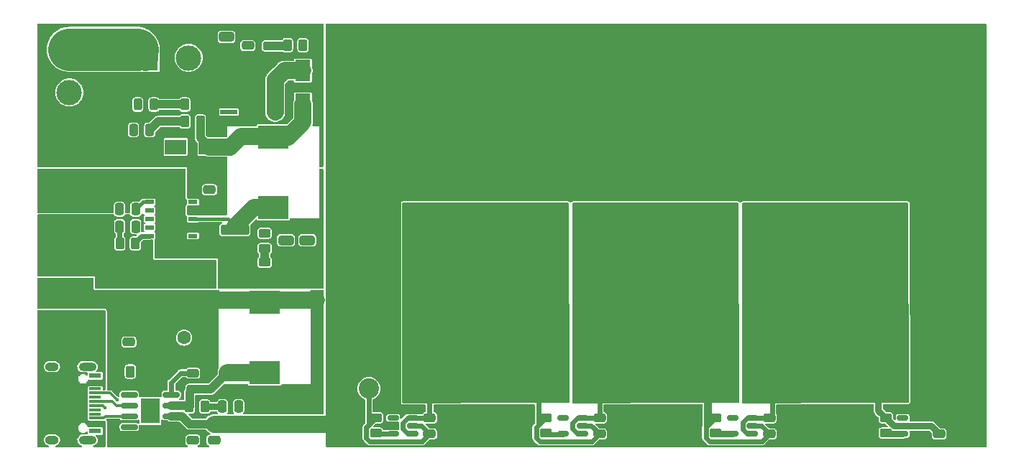
<source format=gbr>
%TF.GenerationSoftware,KiCad,Pcbnew,(6.0.7)*%
%TF.CreationDate,2022-08-08T03:52:41+08:00*%
%TF.ProjectId,Solar Charger,536f6c61-7220-4436-9861-726765722e6b,rev?*%
%TF.SameCoordinates,Original*%
%TF.FileFunction,Copper,L1,Top*%
%TF.FilePolarity,Positive*%
%FSLAX46Y46*%
G04 Gerber Fmt 4.6, Leading zero omitted, Abs format (unit mm)*
G04 Created by KiCad (PCBNEW (6.0.7)) date 2022-08-08 03:52:41*
%MOMM*%
%LPD*%
G01*
G04 APERTURE LIST*
G04 Aperture macros list*
%AMRoundRect*
0 Rectangle with rounded corners*
0 $1 Rounding radius*
0 $2 $3 $4 $5 $6 $7 $8 $9 X,Y pos of 4 corners*
0 Add a 4 corners polygon primitive as box body*
4,1,4,$2,$3,$4,$5,$6,$7,$8,$9,$2,$3,0*
0 Add four circle primitives for the rounded corners*
1,1,$1+$1,$2,$3*
1,1,$1+$1,$4,$5*
1,1,$1+$1,$6,$7*
1,1,$1+$1,$8,$9*
0 Add four rect primitives between the rounded corners*
20,1,$1+$1,$2,$3,$4,$5,0*
20,1,$1+$1,$4,$5,$6,$7,0*
20,1,$1+$1,$6,$7,$8,$9,0*
20,1,$1+$1,$8,$9,$2,$3,0*%
G04 Aperture macros list end*
%TA.AperFunction,SMDPad,CuDef*%
%ADD10RoundRect,0.250000X-0.262500X-0.450000X0.262500X-0.450000X0.262500X0.450000X-0.262500X0.450000X0*%
%TD*%
%TA.AperFunction,SMDPad,CuDef*%
%ADD11RoundRect,0.250000X-0.475000X0.250000X-0.475000X-0.250000X0.475000X-0.250000X0.475000X0.250000X0*%
%TD*%
%TA.AperFunction,SMDPad,CuDef*%
%ADD12RoundRect,0.150000X0.825000X0.150000X-0.825000X0.150000X-0.825000X-0.150000X0.825000X-0.150000X0*%
%TD*%
%TA.AperFunction,ComponentPad*%
%ADD13C,0.500000*%
%TD*%
%TA.AperFunction,SMDPad,CuDef*%
%ADD14R,2.290000X3.000000*%
%TD*%
%TA.AperFunction,SMDPad,CuDef*%
%ADD15RoundRect,0.250000X-0.450000X0.262500X-0.450000X-0.262500X0.450000X-0.262500X0.450000X0.262500X0*%
%TD*%
%TA.AperFunction,ComponentPad*%
%ADD16R,2.400000X2.400000*%
%TD*%
%TA.AperFunction,ComponentPad*%
%ADD17C,2.400000*%
%TD*%
%TA.AperFunction,ComponentPad*%
%ADD18R,3.000000X3.000000*%
%TD*%
%TA.AperFunction,ComponentPad*%
%ADD19C,3.000000*%
%TD*%
%TA.AperFunction,SMDPad,CuDef*%
%ADD20RoundRect,0.250000X1.425000X-0.362500X1.425000X0.362500X-1.425000X0.362500X-1.425000X-0.362500X0*%
%TD*%
%TA.AperFunction,SMDPad,CuDef*%
%ADD21RoundRect,0.150000X0.512500X0.150000X-0.512500X0.150000X-0.512500X-0.150000X0.512500X-0.150000X0*%
%TD*%
%TA.AperFunction,SMDPad,CuDef*%
%ADD22RoundRect,0.250000X-0.250000X-0.475000X0.250000X-0.475000X0.250000X0.475000X-0.250000X0.475000X0*%
%TD*%
%TA.AperFunction,SMDPad,CuDef*%
%ADD23RoundRect,0.250000X0.450000X-0.262500X0.450000X0.262500X-0.450000X0.262500X-0.450000X-0.262500X0*%
%TD*%
%TA.AperFunction,SMDPad,CuDef*%
%ADD24R,2.500000X1.800000*%
%TD*%
%TA.AperFunction,SMDPad,CuDef*%
%ADD25R,3.600000X2.700000*%
%TD*%
%TA.AperFunction,SMDPad,CuDef*%
%ADD26RoundRect,0.250000X0.650000X-0.325000X0.650000X0.325000X-0.650000X0.325000X-0.650000X-0.325000X0*%
%TD*%
%TA.AperFunction,SMDPad,CuDef*%
%ADD27RoundRect,0.250000X0.250000X0.475000X-0.250000X0.475000X-0.250000X-0.475000X0.250000X-0.475000X0*%
%TD*%
%TA.AperFunction,SMDPad,CuDef*%
%ADD28RoundRect,0.250000X0.475000X-0.250000X0.475000X0.250000X-0.475000X0.250000X-0.475000X-0.250000X0*%
%TD*%
%TA.AperFunction,SMDPad,CuDef*%
%ADD29R,2.000000X0.600000*%
%TD*%
%TA.AperFunction,ComponentPad*%
%ADD30R,1.600000X1.600000*%
%TD*%
%TA.AperFunction,ComponentPad*%
%ADD31C,1.600000*%
%TD*%
%TA.AperFunction,SMDPad,CuDef*%
%ADD32R,1.450000X0.600000*%
%TD*%
%TA.AperFunction,SMDPad,CuDef*%
%ADD33R,1.450000X0.300000*%
%TD*%
%TA.AperFunction,ComponentPad*%
%ADD34O,2.100000X1.000000*%
%TD*%
%TA.AperFunction,ComponentPad*%
%ADD35O,1.600000X1.000000*%
%TD*%
%TA.AperFunction,SMDPad,CuDef*%
%ADD36R,1.800000X2.500000*%
%TD*%
%TA.AperFunction,SMDPad,CuDef*%
%ADD37RoundRect,0.243750X-0.243750X-0.456250X0.243750X-0.456250X0.243750X0.456250X-0.243750X0.456250X0*%
%TD*%
%TA.AperFunction,SMDPad,CuDef*%
%ADD38RoundRect,0.250000X0.262500X0.450000X-0.262500X0.450000X-0.262500X-0.450000X0.262500X-0.450000X0*%
%TD*%
%TA.AperFunction,SMDPad,CuDef*%
%ADD39R,1.100000X0.510000*%
%TD*%
%TA.AperFunction,ViaPad*%
%ADD40C,0.800000*%
%TD*%
%TA.AperFunction,ViaPad*%
%ADD41C,0.400000*%
%TD*%
%TA.AperFunction,ViaPad*%
%ADD42C,1.000000*%
%TD*%
%TA.AperFunction,ViaPad*%
%ADD43C,0.600000*%
%TD*%
%TA.AperFunction,ViaPad*%
%ADD44C,1.600000*%
%TD*%
%TA.AperFunction,Conductor*%
%ADD45C,2.000000*%
%TD*%
%TA.AperFunction,Conductor*%
%ADD46C,0.600000*%
%TD*%
%TA.AperFunction,Conductor*%
%ADD47C,1.000000*%
%TD*%
%TA.AperFunction,Conductor*%
%ADD48C,0.400000*%
%TD*%
%TA.AperFunction,Conductor*%
%ADD49C,0.800000*%
%TD*%
%TA.AperFunction,Conductor*%
%ADD50C,0.300000*%
%TD*%
%TA.AperFunction,Conductor*%
%ADD51C,5.000000*%
%TD*%
%TA.AperFunction,Conductor*%
%ADD52C,3.000000*%
%TD*%
G04 APERTURE END LIST*
D10*
%TO.P,R13,1*%
%TO.N,Net-(C20-Pad1)*%
X92112500Y-101635000D03*
%TO.P,R13,2*%
%TO.N,Net-(C19-Pad1)*%
X93937500Y-101635000D03*
%TD*%
D11*
%TO.P,C14,1*%
%TO.N,Net-(C10-Pad1)*%
X160412500Y-102950000D03*
%TO.P,C14,2*%
%TO.N,Net-(C10-Pad2)*%
X160412500Y-104850000D03*
%TD*%
%TO.P,C15,1*%
%TO.N,Net-(C10-Pad2)*%
X140412500Y-102950000D03*
%TO.P,C15,2*%
%TO.N,Net-(C11-Pad2)*%
X140412500Y-104850000D03*
%TD*%
D12*
%TO.P,U6,1,VOUT*%
%TO.N,/IP6510 USB/Power Output*%
X90000000Y-104040000D03*
%TO.P,U6,2,VIN*%
%TO.N,/IP6510 USB/Power Input*%
X90000000Y-102770000D03*
%TO.P,U6,3,SW*%
%TO.N,Net-(C20-Pad1)*%
X90000000Y-101500000D03*
%TO.P,U6,4,BST*%
%TO.N,Net-(C20-Pad2)*%
X90000000Y-100230000D03*
%TO.P,U6,5,DM*%
%TO.N,/IP6510 USB/DM*%
X85050000Y-100230000D03*
%TO.P,U6,6,DP*%
%TO.N,/IP6510 USB/DP*%
X85050000Y-101500000D03*
%TO.P,U6,7,CC1*%
%TO.N,/IP6510 USB/CC2*%
X85050000Y-102770000D03*
%TO.P,U6,8,CC2*%
%TO.N,/IP6510 USB/CC1*%
X85050000Y-104040000D03*
D13*
%TO.P,U6,9,GND*%
%TO.N,GND*%
X88175000Y-103135000D03*
D14*
X87525000Y-102135000D03*
D13*
X86875000Y-101135000D03*
X88175000Y-101135000D03*
X86875000Y-103135000D03*
X88175000Y-102135000D03*
X86875000Y-102135000D03*
%TD*%
D15*
%TO.P,R2,1*%
%TO.N,GND*%
X101000000Y-81175000D03*
%TO.P,R2,2*%
%TO.N,/CN3795 MPPT/FB*%
X101000000Y-83000000D03*
%TD*%
D16*
%TO.P,C10,1*%
%TO.N,Net-(C10-Pad1)*%
X160750000Y-99500000D03*
D17*
%TO.P,C10,2*%
%TO.N,Net-(C10-Pad2)*%
X153250000Y-99500000D03*
%TD*%
D18*
%TO.P,J2,1,Pin_1*%
%TO.N,/CN3795 MPPT/BAT*%
X78000000Y-76500000D03*
D19*
%TO.P,J2,2,Pin_2*%
%TO.N,/IP6510 USB/Power Input*%
X78000000Y-81580000D03*
%TD*%
D16*
%TO.P,C11,1*%
%TO.N,Net-(C10-Pad2)*%
X140750000Y-99500000D03*
D17*
%TO.P,C11,2*%
%TO.N,Net-(C11-Pad2)*%
X133250000Y-99500000D03*
%TD*%
D20*
%TO.P,R3,1*%
%TO.N,/CN3795 MPPT/BAT*%
X97500000Y-86712500D03*
%TO.P,R3,2*%
%TO.N,/CN3795 MPPT/CSP*%
X97500000Y-80787500D03*
%TD*%
D21*
%TO.P,U2,1,VDD*%
%TO.N,/IP6510 USB/Power Input*%
X178400000Y-104850000D03*
%TO.P,U2,2,GND*%
%TO.N,Net-(C10-Pad1)*%
X178400000Y-103900000D03*
%TO.P,U2,3,SEL*%
%TO.N,/IP6510 USB/Power Input*%
X178400000Y-102950000D03*
%TO.P,U2,4,LED*%
%TO.N,unconnected-(U2-Pad4)*%
X176125000Y-102950000D03*
%TO.P,U2,5,IOUT*%
%TO.N,Net-(R9-Pad1)*%
X176125000Y-104850000D03*
%TD*%
%TO.P,U3,1,VDD*%
%TO.N,Net-(C10-Pad1)*%
X158400000Y-104850000D03*
%TO.P,U3,2,GND*%
%TO.N,Net-(C10-Pad2)*%
X158400000Y-103900000D03*
%TO.P,U3,3,SEL*%
%TO.N,Net-(C10-Pad1)*%
X158400000Y-102950000D03*
%TO.P,U3,4,LED*%
%TO.N,unconnected-(U3-Pad4)*%
X156125000Y-102950000D03*
%TO.P,U3,5,IOUT*%
%TO.N,Net-(R10-Pad1)*%
X156125000Y-104850000D03*
%TD*%
D22*
%TO.P,C19,1*%
%TO.N,Net-(C19-Pad1)*%
X96025000Y-101635000D03*
%TO.P,C19,2*%
%TO.N,GND*%
X97925000Y-101635000D03*
%TD*%
D10*
%TO.P,R6,1*%
%TO.N,Net-(C5-Pad2)*%
X83937500Y-82400000D03*
%TO.P,R6,2*%
%TO.N,Net-(R6-Pad2)*%
X85762500Y-82400000D03*
%TD*%
D23*
%TO.P,R10,1*%
%TO.N,Net-(R10-Pad1)*%
X154112500Y-104762500D03*
%TO.P,R10,2*%
%TO.N,Net-(C10-Pad2)*%
X154112500Y-102937500D03*
%TD*%
D24*
%TO.P,D2,1,K*%
%TO.N,Net-(D2-Pad1)*%
X94500000Y-71000000D03*
%TO.P,D2,2,A*%
%TO.N,GND*%
X90500000Y-71000000D03*
%TD*%
D25*
%TO.P,L1,1,1*%
%TO.N,/CN3795 MPPT/CSP*%
X102000000Y-78150000D03*
%TO.P,L1,2,2*%
%TO.N,Net-(D2-Pad1)*%
X102000000Y-69850000D03*
%TD*%
D23*
%TO.P,R12,1*%
%TO.N,Net-(R12-Pad1)*%
X114112500Y-104762500D03*
%TO.P,R12,2*%
%TO.N,GND*%
X114112500Y-102937500D03*
%TD*%
D26*
%TO.P,C8,1*%
%TO.N,VCC*%
X96500000Y-60975000D03*
%TO.P,C8,2*%
%TO.N,GND*%
X96500000Y-58025000D03*
%TD*%
D18*
%TO.P,S1,1*%
%TO.N,Net-(J1-Pad1)*%
X86960000Y-60500000D03*
D19*
%TO.P,S1,2*%
%TO.N,GND*%
X92040000Y-60500000D03*
%TD*%
D16*
%TO.P,C9,1*%
%TO.N,/IP6510 USB/Power Input*%
X180750000Y-99500000D03*
D17*
%TO.P,C9,2*%
%TO.N,Net-(C10-Pad1)*%
X173250000Y-99500000D03*
%TD*%
D27*
%TO.P,C5,1*%
%TO.N,GND*%
X85812500Y-80400000D03*
%TO.P,C5,2*%
%TO.N,Net-(C5-Pad2)*%
X83912500Y-80400000D03*
%TD*%
D28*
%TO.P,C7,1*%
%TO.N,VCC*%
X99000000Y-60950000D03*
%TO.P,C7,2*%
%TO.N,GND*%
X99000000Y-59050000D03*
%TD*%
D25*
%TO.P,L2,1,1*%
%TO.N,Net-(C20-Pad1)*%
X101000000Y-97650000D03*
%TO.P,L2,2,2*%
%TO.N,/IP6510 USB/Power Output*%
X101000000Y-89350000D03*
%TD*%
D11*
%TO.P,C18,1*%
%TO.N,/IP6510 USB/Power Input*%
X92525000Y-103685000D03*
%TO.P,C18,2*%
%TO.N,GND*%
X92525000Y-105585000D03*
%TD*%
D26*
%TO.P,C1,1*%
%TO.N,/CN3795 MPPT/BAT*%
X103500000Y-84975000D03*
%TO.P,C1,2*%
%TO.N,GND*%
X103500000Y-82025000D03*
%TD*%
D21*
%TO.P,U4,1,VDD*%
%TO.N,Net-(C10-Pad2)*%
X138400000Y-104850000D03*
%TO.P,U4,2,GND*%
%TO.N,Net-(C11-Pad2)*%
X138400000Y-103900000D03*
%TO.P,U4,3,SEL*%
%TO.N,Net-(C10-Pad2)*%
X138400000Y-102950000D03*
%TO.P,U4,4,LED*%
%TO.N,unconnected-(U4-Pad4)*%
X136125000Y-102950000D03*
%TO.P,U4,5,IOUT*%
%TO.N,Net-(R11-Pad1)*%
X136125000Y-104850000D03*
%TD*%
D29*
%TO.P,AP1,1,S*%
%TO.N,VCC*%
X96775000Y-63095000D03*
%TO.P,AP1,2,S*%
X96775000Y-64365000D03*
%TO.P,AP1,3,f*%
X96775000Y-65635000D03*
%TO.P,AP1,4,G*%
%TO.N,Net-(AP1-Pad4)*%
X96775000Y-66905000D03*
%TO.P,AP1,5,D*%
%TO.N,Net-(AP1-Pad5)*%
X102225000Y-66905000D03*
%TO.P,AP1,6,D*%
X102225000Y-65635000D03*
%TO.P,AP1,7,D*%
X102225000Y-64365000D03*
%TO.P,AP1,8,D*%
X102225000Y-63095000D03*
%TD*%
D30*
%TO.P,C21,1*%
%TO.N,/IP6510 USB/Power Output*%
X89000000Y-93500000D03*
D31*
%TO.P,C21,2*%
%TO.N,GND*%
X91500000Y-93500000D03*
%TD*%
D28*
%TO.P,C20,1*%
%TO.N,Net-(C20-Pad1)*%
X92525000Y-99585000D03*
%TO.P,C20,2*%
%TO.N,Net-(C20-Pad2)*%
X92525000Y-97685000D03*
%TD*%
D11*
%TO.P,C16,1*%
%TO.N,Net-(C11-Pad2)*%
X120412500Y-102950000D03*
%TO.P,C16,2*%
%TO.N,GND*%
X120412500Y-104850000D03*
%TD*%
D10*
%TO.P,R4,1*%
%TO.N,Net-(D1-Pad2)*%
X91587500Y-66000000D03*
%TO.P,R4,2*%
%TO.N,VCC*%
X93412500Y-66000000D03*
%TD*%
D26*
%TO.P,C2,1*%
%TO.N,/CN3795 MPPT/BAT*%
X106000000Y-84975000D03*
%TO.P,C2,2*%
%TO.N,GND*%
X106000000Y-82025000D03*
%TD*%
D32*
%TO.P,P1,A1,GND*%
%TO.N,GND*%
X81045000Y-98000000D03*
%TO.P,P1,A4,VBUS*%
%TO.N,Net-(J3-Pad2)*%
X81045000Y-98800000D03*
D33*
%TO.P,P1,A5,CC*%
%TO.N,/IP6510 USB/CC1*%
X81045000Y-100000000D03*
%TO.P,P1,A6,D+*%
%TO.N,/IP6510 USB/DP*%
X81045000Y-101000000D03*
%TO.P,P1,A7,D-*%
%TO.N,/IP6510 USB/DM*%
X81045000Y-101500000D03*
%TO.P,P1,A8*%
%TO.N,N/C*%
X81045000Y-102500000D03*
D32*
%TO.P,P1,A9,VBUS*%
%TO.N,Net-(J3-Pad2)*%
X81045000Y-103700000D03*
%TO.P,P1,A12,GND*%
%TO.N,GND*%
X81045000Y-104500000D03*
%TO.P,P1,B1,GND*%
X81045000Y-104500000D03*
%TO.P,P1,B4,VBUS*%
%TO.N,Net-(J3-Pad2)*%
X81045000Y-103700000D03*
D33*
%TO.P,P1,B5,VCONN*%
%TO.N,/IP6510 USB/CC2*%
X81045000Y-103000000D03*
%TO.P,P1,B6*%
%TO.N,N/C*%
X81045000Y-102000000D03*
%TO.P,P1,B7*%
X81045000Y-100500000D03*
%TO.P,P1,B8*%
X81045000Y-99500000D03*
D32*
%TO.P,P1,B9,VBUS*%
%TO.N,Net-(J3-Pad2)*%
X81045000Y-98800000D03*
%TO.P,P1,B12,GND*%
%TO.N,GND*%
X81045000Y-98000000D03*
D34*
%TO.P,P1,S1,SHIELD*%
X80130000Y-96930000D03*
D35*
X75950000Y-96930000D03*
D34*
X80130000Y-105570000D03*
D35*
X75950000Y-105570000D03*
%TD*%
D18*
%TO.P,J3,1,Pin_1*%
%TO.N,/IP6510 USB/Power Output*%
X78000000Y-88000000D03*
D19*
%TO.P,J3,2,Pin_2*%
%TO.N,Net-(J3-Pad2)*%
X78000000Y-93080000D03*
%TD*%
D22*
%TO.P,C4,1*%
%TO.N,VCC*%
X83900000Y-78350000D03*
%TO.P,C4,2*%
%TO.N,Net-(C4-Pad2)*%
X85800000Y-78350000D03*
%TD*%
D10*
%TO.P,R5,1*%
%TO.N,Net-(C3-Pad1)*%
X91587500Y-68000000D03*
%TO.P,R5,2*%
%TO.N,Net-(D2-Pad1)*%
X93412500Y-68000000D03*
%TD*%
D21*
%TO.P,U5,1,VDD*%
%TO.N,Net-(C11-Pad2)*%
X118400000Y-104850000D03*
%TO.P,U5,2,GND*%
%TO.N,GND*%
X118400000Y-103900000D03*
%TO.P,U5,3,SEL*%
%TO.N,Net-(C11-Pad2)*%
X118400000Y-102950000D03*
%TO.P,U5,4,LED*%
%TO.N,unconnected-(U5-Pad4)*%
X116125000Y-102950000D03*
%TO.P,U5,5,IOUT*%
%TO.N,Net-(R12-Pad1)*%
X116125000Y-104850000D03*
%TD*%
D23*
%TO.P,R11,1*%
%TO.N,Net-(R11-Pad1)*%
X134112500Y-104762500D03*
%TO.P,R11,2*%
%TO.N,Net-(C11-Pad2)*%
X134112500Y-102937500D03*
%TD*%
D36*
%TO.P,D3,1,K*%
%TO.N,Net-(D2-Pad1)*%
X105500000Y-66000000D03*
%TO.P,D3,2,A*%
%TO.N,Net-(AP1-Pad5)*%
X105500000Y-62000000D03*
%TD*%
D15*
%TO.P,R7,1*%
%TO.N,/CN3795 MPPT/MPPT*%
X101500000Y-59087500D03*
%TO.P,R7,2*%
%TO.N,VCC*%
X101500000Y-60912500D03*
%TD*%
D28*
%TO.P,C6,1*%
%TO.N,VCC*%
X94500000Y-77950000D03*
%TO.P,C6,2*%
%TO.N,GND*%
X94500000Y-76050000D03*
%TD*%
D37*
%TO.P,D1,1,K*%
%TO.N,Net-(D1-Pad1)*%
X86062500Y-66000000D03*
%TO.P,D1,2,A*%
%TO.N,Net-(D1-Pad2)*%
X87937500Y-66000000D03*
%TD*%
D18*
%TO.P,J1,1,Pin_1*%
%TO.N,Net-(J1-Pad1)*%
X78000000Y-59500000D03*
D19*
%TO.P,J1,2,Pin_2*%
%TO.N,GND*%
X78000000Y-64580000D03*
%TO.P,J1,3,Pin_3*%
%TO.N,VCC*%
X78000000Y-69660000D03*
%TD*%
D38*
%TO.P,R14,1*%
%TO.N,/IP6510 USB/Power Output*%
X87000000Y-97500000D03*
%TO.P,R14,2*%
%TO.N,GND*%
X85175000Y-97500000D03*
%TD*%
D11*
%TO.P,C22,1*%
%TO.N,/IP6510 USB/Power Output*%
X85000000Y-92100000D03*
%TO.P,C22,2*%
%TO.N,GND*%
X85000000Y-94000000D03*
%TD*%
D27*
%TO.P,C3,1*%
%TO.N,Net-(C3-Pad1)*%
X87450000Y-69000000D03*
%TO.P,C3,2*%
%TO.N,GND*%
X85550000Y-69000000D03*
%TD*%
D16*
%TO.P,C12,1*%
%TO.N,Net-(C11-Pad2)*%
X120750000Y-99500000D03*
D17*
%TO.P,C12,2*%
%TO.N,GND*%
X113250000Y-99500000D03*
%TD*%
D23*
%TO.P,R9,1*%
%TO.N,Net-(R9-Pad1)*%
X174112500Y-104762500D03*
%TO.P,R9,2*%
%TO.N,Net-(C10-Pad1)*%
X174112500Y-102937500D03*
%TD*%
D11*
%TO.P,C17,1*%
%TO.N,/IP6510 USB/Power Input*%
X95025000Y-103685000D03*
%TO.P,C17,2*%
%TO.N,GND*%
X95025000Y-105585000D03*
%TD*%
D15*
%TO.P,R1,1*%
%TO.N,/CN3795 MPPT/FB*%
X101000000Y-84587500D03*
%TO.P,R1,2*%
%TO.N,/CN3795 MPPT/BAT*%
X101000000Y-86412500D03*
%TD*%
D39*
%TO.P,U1,1,VG*%
%TO.N,Net-(C4-Pad2)*%
X87450000Y-77500000D03*
%TO.P,U1,2,GND*%
%TO.N,GND*%
X87450000Y-78500000D03*
%TO.P,U1,3,CHRG*%
%TO.N,Net-(D1-Pad1)*%
X87450000Y-79500000D03*
%TO.P,U1,4,MPPT*%
%TO.N,/CN3795 MPPT/MPPT*%
X87450000Y-80500000D03*
%TO.P,U1,5,COM*%
%TO.N,Net-(R6-Pad2)*%
X87450000Y-81500000D03*
%TO.P,U1,6,FB*%
%TO.N,/CN3795 MPPT/FB*%
X92550000Y-81500000D03*
%TO.P,U1,7,BAT*%
%TO.N,/CN3795 MPPT/BAT*%
X92550000Y-80500000D03*
%TO.P,U1,8,CSP*%
%TO.N,/CN3795 MPPT/CSP*%
X92550000Y-79500000D03*
%TO.P,U1,9,VCC*%
%TO.N,VCC*%
X92550000Y-78500000D03*
%TO.P,U1,10,DRV*%
%TO.N,Net-(AP1-Pad4)*%
X92550000Y-77500000D03*
%TD*%
D38*
%TO.P,R8,1*%
%TO.N,GND*%
X105500000Y-59000000D03*
%TO.P,R8,2*%
%TO.N,/CN3795 MPPT/MPPT*%
X103675000Y-59000000D03*
%TD*%
D11*
%TO.P,C13,1*%
%TO.N,/IP6510 USB/Power Input*%
X180412500Y-102950000D03*
%TO.P,C13,2*%
%TO.N,Net-(C10-Pad1)*%
X180412500Y-104850000D03*
%TD*%
D40*
%TO.N,VCC*%
X83900000Y-78400000D03*
X83900000Y-72500000D03*
D41*
%TO.N,Net-(AP1-Pad4)*%
X96750000Y-66900000D03*
X92550000Y-77500000D03*
D42*
%TO.N,GND*%
X90400000Y-71000000D03*
D40*
X105500000Y-59000000D03*
X106000000Y-82000000D03*
X85850000Y-80350000D03*
D43*
X85200000Y-97450000D03*
X85000000Y-94000000D03*
X95100000Y-105600000D03*
X92550000Y-105550000D03*
D40*
X96450000Y-58000000D03*
D41*
X87450000Y-78500000D03*
D43*
X97900000Y-101650000D03*
X81450000Y-104500000D03*
D40*
X94500000Y-76050000D03*
X85550000Y-69000000D03*
X101000000Y-81150000D03*
X98950000Y-59050000D03*
X103500000Y-82000000D03*
D43*
X81450000Y-98000000D03*
D44*
%TO.N,/IP6510 USB/Power Input*%
X152000000Y-58550000D03*
X112000000Y-58550000D03*
D42*
X94550000Y-87250000D03*
X109100000Y-86050000D03*
X94550000Y-86100000D03*
D44*
X172000000Y-58550000D03*
X132000000Y-58550000D03*
D42*
X109100000Y-84900000D03*
X94550000Y-84950000D03*
X109100000Y-87200000D03*
D43*
%TO.N,/IP6510 USB/Power Output*%
X89950000Y-104050000D03*
X96050000Y-100000000D03*
D41*
%TO.N,Net-(D1-Pad1)*%
X86050000Y-66000000D03*
X87450000Y-79500000D03*
D43*
%TO.N,/IP6510 USB/CC1*%
X85000000Y-104050000D03*
D41*
X83600000Y-100800000D03*
D43*
%TO.N,/IP6510 USB/DM*%
X85000000Y-100250000D03*
D41*
X82200000Y-101750000D03*
%TO.N,/CN3795 MPPT/FB*%
X92550000Y-81500000D03*
X101000000Y-83000000D03*
%TO.N,/CN3795 MPPT/MPPT*%
X87450000Y-80500000D03*
X101500000Y-59087500D03*
%TD*%
D45*
%TO.N,Net-(AP1-Pad5)*%
X102225000Y-63095000D02*
X102225000Y-66905000D01*
X103320000Y-62000000D02*
X102225000Y-63095000D01*
X105500000Y-62000000D02*
X103320000Y-62000000D01*
D46*
%TO.N,GND*%
X118400000Y-103900000D02*
X119462500Y-103900000D01*
X113250000Y-99500000D02*
X113250000Y-103800000D01*
X112962500Y-105314949D02*
X112962500Y-104087500D01*
X119537500Y-105725000D02*
X113372551Y-105725000D01*
X119462500Y-103900000D02*
X120412500Y-104850000D01*
X113250000Y-103800000D02*
X112962500Y-104087500D01*
X112962500Y-104087500D02*
X114112500Y-102937500D01*
X120412500Y-104850000D02*
X119537500Y-105725000D01*
X113372551Y-105725000D02*
X112962500Y-105314949D01*
D47*
%TO.N,Net-(C3-Pad1)*%
X88450000Y-68000000D02*
X87450000Y-69000000D01*
X91587500Y-68000000D02*
X88450000Y-68000000D01*
D48*
%TO.N,Net-(C4-Pad2)*%
X85800000Y-78350000D02*
X86650000Y-77500000D01*
X86650000Y-77500000D02*
X87450000Y-77500000D01*
D46*
%TO.N,Net-(C5-Pad2)*%
X83912500Y-80400000D02*
X83912500Y-82375000D01*
X83912500Y-82375000D02*
X83937500Y-82400000D01*
D47*
%TO.N,/IP6510 USB/Power Input*%
X92525000Y-103685000D02*
X92177208Y-103685000D01*
X108885000Y-103685000D02*
X108900000Y-103700000D01*
D45*
X95025000Y-103685000D02*
X108885000Y-103685000D01*
D47*
X92177208Y-103685000D02*
X91262208Y-102770000D01*
X92525000Y-103685000D02*
X95025000Y-103685000D01*
X91262208Y-102770000D02*
X90000000Y-102770000D01*
D46*
%TO.N,Net-(C10-Pad1)*%
X158400000Y-104850000D02*
X157838972Y-104850000D01*
X157838972Y-104850000D02*
X157287500Y-104298528D01*
X160750000Y-99500000D02*
X160750000Y-102612500D01*
X160412500Y-102950000D02*
X158400000Y-102950000D01*
D49*
X179462500Y-103900000D02*
X180412500Y-104850000D01*
X174131371Y-102937500D02*
X175093871Y-103900000D01*
D46*
X157287500Y-104298528D02*
X157287500Y-103501472D01*
D49*
X174112500Y-102937500D02*
X174131371Y-102937500D01*
X178400000Y-103900000D02*
X179462500Y-103900000D01*
X173250000Y-99500000D02*
X173250000Y-102075000D01*
D46*
X157287500Y-103501472D02*
X157838972Y-102950000D01*
D49*
X173250000Y-102075000D02*
X174112500Y-102937500D01*
D46*
X160750000Y-102612500D02*
X160412500Y-102950000D01*
D49*
X175093871Y-103900000D02*
X178400000Y-103900000D01*
D46*
X157838972Y-102950000D02*
X158400000Y-102950000D01*
%TO.N,Net-(C10-Pad2)*%
X153372551Y-105725000D02*
X152950000Y-105302449D01*
D49*
X153250000Y-103100000D02*
X153250000Y-99500000D01*
D46*
X159537500Y-105725000D02*
X153372551Y-105725000D01*
X158400000Y-103900000D02*
X159462500Y-103900000D01*
X137838972Y-102950000D02*
X137250000Y-103538972D01*
X137838972Y-104850000D02*
X138400000Y-104850000D01*
D49*
X153100000Y-103250000D02*
X153250000Y-103100000D01*
D46*
X159462500Y-103900000D02*
X160412500Y-104850000D01*
X152950000Y-104100000D02*
X153000000Y-104050000D01*
X138400000Y-102950000D02*
X137838972Y-102950000D01*
X153000000Y-104050000D02*
X153000000Y-99750000D01*
X137250000Y-103538972D02*
X137250000Y-104261028D01*
X152950000Y-104100000D02*
X154112500Y-102937500D01*
X140412500Y-102950000D02*
X140412500Y-99837500D01*
X153000000Y-99750000D02*
X153250000Y-99500000D01*
X140412500Y-99837500D02*
X140750000Y-99500000D01*
X137250000Y-104261028D02*
X137838972Y-104850000D01*
X138400000Y-102950000D02*
X140412500Y-102950000D01*
X152950000Y-105302449D02*
X152950000Y-104100000D01*
X160412500Y-104850000D02*
X159537500Y-105725000D01*
%TO.N,Net-(C11-Pad2)*%
X118400000Y-102950000D02*
X120412500Y-102950000D01*
X133250000Y-103800000D02*
X133250000Y-99500000D01*
X118400000Y-102950000D02*
X117838972Y-102950000D01*
X120412500Y-102950000D02*
X120412500Y-99837500D01*
X117250000Y-104261028D02*
X117838972Y-104850000D01*
X132962500Y-104087500D02*
X133250000Y-103800000D01*
X117838972Y-102950000D02*
X117250000Y-103538972D01*
X133372551Y-105725000D02*
X132962500Y-105314949D01*
X140412500Y-104850000D02*
X139537500Y-105725000D01*
X117250000Y-103538972D02*
X117250000Y-104261028D01*
X139537500Y-105725000D02*
X133372551Y-105725000D01*
X120412500Y-99837500D02*
X120750000Y-99500000D01*
X139462500Y-103900000D02*
X140412500Y-104850000D01*
X138400000Y-103900000D02*
X139462500Y-103900000D01*
X117838972Y-104850000D02*
X118400000Y-104850000D01*
X132962500Y-104087500D02*
X134112500Y-102937500D01*
X132962500Y-105314949D02*
X132962500Y-104087500D01*
D49*
%TO.N,Net-(C19-Pad1)*%
X93937500Y-101635000D02*
X96025000Y-101635000D01*
%TO.N,Net-(C20-Pad1)*%
X91977500Y-101500000D02*
X92112500Y-101635000D01*
D47*
X96600000Y-97650000D02*
X94665000Y-99585000D01*
D45*
X96600000Y-97650000D02*
X101000000Y-97650000D01*
D47*
X92525000Y-99585000D02*
X92150000Y-99960000D01*
X94665000Y-99585000D02*
X92525000Y-99585000D01*
X92150000Y-99960000D02*
X92150000Y-101597500D01*
X92150000Y-101597500D02*
X92112500Y-101635000D01*
X90000000Y-101500000D02*
X91977500Y-101500000D01*
D46*
%TO.N,Net-(C20-Pad2)*%
X92525000Y-97685000D02*
X91115000Y-97685000D01*
X91115000Y-97685000D02*
X90000000Y-98800000D01*
X90000000Y-98800000D02*
X90000000Y-100230000D01*
D45*
%TO.N,/IP6510 USB/Power Output*%
X79050000Y-89050000D02*
X78000000Y-88000000D01*
X107050000Y-89050000D02*
X79050000Y-89050000D01*
D47*
%TO.N,Net-(D1-Pad2)*%
X91587500Y-66000000D02*
X87937500Y-66000000D01*
D45*
%TO.N,Net-(D2-Pad1)*%
X96950000Y-71000000D02*
X98200000Y-69750000D01*
D47*
X93412500Y-69912500D02*
X94500000Y-71000000D01*
D45*
X105500000Y-66000000D02*
X105500000Y-68100000D01*
D47*
X93412500Y-68000000D02*
X93412500Y-69912500D01*
D45*
X98200000Y-69750000D02*
X101900000Y-69750000D01*
X105500000Y-68100000D02*
X103750000Y-69850000D01*
X103750000Y-69850000D02*
X102000000Y-69850000D01*
X94500000Y-71000000D02*
X96950000Y-71000000D01*
X101900000Y-69750000D02*
X102000000Y-69850000D01*
%TO.N,/CN3795 MPPT/CSP*%
X99700000Y-78150000D02*
X97500000Y-80350000D01*
D48*
X92550000Y-79500000D02*
X96650000Y-79500000D01*
D45*
X102000000Y-78150000D02*
X99700000Y-78150000D01*
D48*
X96650000Y-79500000D02*
X97500000Y-80350000D01*
D50*
%TO.N,/IP6510 USB/CC1*%
X83600000Y-100800000D02*
X82800000Y-100000000D01*
X82800000Y-100000000D02*
X81045000Y-100000000D01*
%TO.N,/IP6510 USB/DP*%
X83550000Y-101500000D02*
X83050000Y-101000000D01*
X83050000Y-101000000D02*
X81045000Y-101000000D01*
X85050000Y-101500000D02*
X83550000Y-101500000D01*
%TO.N,/IP6510 USB/DM*%
X81950000Y-101500000D02*
X82200000Y-101750000D01*
X81045000Y-101500000D02*
X81950000Y-101500000D01*
%TO.N,/IP6510 USB/CC2*%
X85030000Y-102750000D02*
X85050000Y-102770000D01*
X81045000Y-103000000D02*
X82020000Y-103000000D01*
X82270000Y-102750000D02*
X85030000Y-102750000D01*
X82020000Y-103000000D02*
X82270000Y-102750000D01*
D47*
%TO.N,/CN3795 MPPT/FB*%
X101000000Y-83000000D02*
X101000000Y-84587500D01*
D46*
%TO.N,Net-(R6-Pad2)*%
X85762500Y-82400000D02*
X85762500Y-82237500D01*
X86500000Y-81500000D02*
X87450000Y-81500000D01*
X85762500Y-82237500D02*
X86500000Y-81500000D01*
D47*
%TO.N,/CN3795 MPPT/MPPT*%
X101500000Y-59087500D02*
X103587500Y-59087500D01*
X103587500Y-59087500D02*
X103675000Y-59000000D01*
D49*
%TO.N,Net-(R9-Pad1)*%
X174200000Y-104850000D02*
X176125000Y-104850000D01*
X174112500Y-104762500D02*
X174200000Y-104850000D01*
%TO.N,Net-(R10-Pad1)*%
X154200000Y-104850000D02*
X156125000Y-104850000D01*
X154112500Y-104762500D02*
X154200000Y-104850000D01*
D46*
%TO.N,Net-(R11-Pad1)*%
X134213724Y-104863724D02*
X136111276Y-104863724D01*
X136111276Y-104863724D02*
X136125000Y-104850000D01*
X134112500Y-104762500D02*
X134213724Y-104863724D01*
%TO.N,Net-(R12-Pad1)*%
X114200000Y-104850000D02*
X116125000Y-104850000D01*
X114112500Y-104762500D02*
X114200000Y-104850000D01*
D51*
%TO.N,Net-(J1-Pad1)*%
X78000000Y-59500000D02*
X85960000Y-59500000D01*
D52*
X85960000Y-59500000D02*
X86960000Y-60500000D01*
%TD*%
%TA.AperFunction,Conductor*%
%TO.N,Net-(C10-Pad1)*%
G36*
X176759400Y-77604531D02*
G01*
X176795364Y-77654031D01*
X176800209Y-77684414D01*
X176849790Y-101086666D01*
X176831006Y-101144897D01*
X176781582Y-101180966D01*
X176751043Y-101185876D01*
X170801082Y-101201016D01*
X157299252Y-101235371D01*
X157241013Y-101216611D01*
X157204924Y-101167203D01*
X157200000Y-101136371D01*
X157200000Y-77684624D01*
X157218907Y-77626433D01*
X157268407Y-77590469D01*
X157299000Y-77585624D01*
X176701209Y-77585624D01*
X176759400Y-77604531D01*
G37*
%TD.AperFunction*%
%TD*%
%TA.AperFunction,Conductor*%
%TO.N,/IP6510 USB/Power Input*%
G36*
X86855702Y-78960536D02*
G01*
X86879116Y-79017064D01*
X86864832Y-79076559D01*
X86835422Y-79107146D01*
X86791496Y-79136496D01*
X86758233Y-79186278D01*
X86756331Y-79195838D01*
X86756331Y-79195839D01*
X86753386Y-79210646D01*
X86749500Y-79230180D01*
X86749500Y-79769820D01*
X86750447Y-79774578D01*
X86750447Y-79774583D01*
X86755443Y-79799696D01*
X86758233Y-79813722D01*
X86791496Y-79863504D01*
X86799606Y-79868923D01*
X86830603Y-79889634D01*
X86841278Y-79896767D01*
X86850838Y-79898669D01*
X86850839Y-79898669D01*
X86872119Y-79902902D01*
X86925503Y-79932800D01*
X86951118Y-79988365D01*
X86939181Y-80048374D01*
X86894250Y-80089907D01*
X86872119Y-80097098D01*
X86850839Y-80101331D01*
X86850838Y-80101331D01*
X86841278Y-80103233D01*
X86833173Y-80108649D01*
X86833172Y-80108649D01*
X86799606Y-80131077D01*
X86791496Y-80136496D01*
X86786077Y-80144606D01*
X86763828Y-80177905D01*
X86758233Y-80186278D01*
X86756331Y-80195838D01*
X86756331Y-80195839D01*
X86750666Y-80224320D01*
X86749500Y-80230180D01*
X86749500Y-80769820D01*
X86758233Y-80813722D01*
X86791496Y-80863504D01*
X86799606Y-80868923D01*
X86806499Y-80875816D01*
X86805391Y-80876924D01*
X86836380Y-80916235D01*
X86838782Y-80977373D01*
X86804789Y-81028247D01*
X86743499Y-81049500D01*
X86556268Y-81049500D01*
X86498077Y-81030593D01*
X86462113Y-80981093D01*
X86458487Y-80935013D01*
X86462391Y-80910365D01*
X86462391Y-80910363D01*
X86463000Y-80906519D01*
X86462999Y-79893482D01*
X86448146Y-79799696D01*
X86390550Y-79686658D01*
X86300842Y-79596950D01*
X86293905Y-79593415D01*
X86293903Y-79593414D01*
X86194744Y-79542890D01*
X86194743Y-79542890D01*
X86187804Y-79539354D01*
X86180110Y-79538135D01*
X86180109Y-79538135D01*
X86097865Y-79525109D01*
X86097863Y-79525109D01*
X86094019Y-79524500D01*
X85812537Y-79524500D01*
X85530982Y-79524501D01*
X85527139Y-79525110D01*
X85527134Y-79525110D01*
X85490283Y-79530947D01*
X85437196Y-79539354D01*
X85380677Y-79568152D01*
X85331097Y-79593414D01*
X85331095Y-79593415D01*
X85324158Y-79596950D01*
X85234450Y-79686658D01*
X85230915Y-79693595D01*
X85230914Y-79693597D01*
X85189650Y-79774583D01*
X85176854Y-79799696D01*
X85175635Y-79807390D01*
X85175635Y-79807391D01*
X85162609Y-79889634D01*
X85162000Y-79893481D01*
X85162001Y-80906518D01*
X85176854Y-81000304D01*
X85234450Y-81113342D01*
X85324158Y-81203050D01*
X85331095Y-81206585D01*
X85331097Y-81206586D01*
X85430256Y-81257110D01*
X85437196Y-81260646D01*
X85444890Y-81261865D01*
X85444891Y-81261865D01*
X85527135Y-81274891D01*
X85527137Y-81274891D01*
X85530981Y-81275500D01*
X85539899Y-81275500D01*
X85848390Y-81275499D01*
X85906579Y-81294406D01*
X85942543Y-81343906D01*
X85942544Y-81405091D01*
X85918393Y-81444503D01*
X85842392Y-81520504D01*
X85787875Y-81548281D01*
X85772388Y-81549500D01*
X85498394Y-81549501D01*
X85468482Y-81549501D01*
X85464639Y-81550110D01*
X85464634Y-81550110D01*
X85429971Y-81555600D01*
X85374696Y-81564354D01*
X85318177Y-81593152D01*
X85268597Y-81618414D01*
X85268595Y-81618415D01*
X85261658Y-81621950D01*
X85171950Y-81711658D01*
X85114354Y-81824696D01*
X85099500Y-81918481D01*
X85099501Y-82881518D01*
X85114354Y-82975304D01*
X85171950Y-83088342D01*
X85261658Y-83178050D01*
X85268595Y-83181585D01*
X85268597Y-83181586D01*
X85367756Y-83232110D01*
X85374696Y-83235646D01*
X85382390Y-83236865D01*
X85382391Y-83236865D01*
X85464635Y-83249891D01*
X85464637Y-83249891D01*
X85468481Y-83250500D01*
X85762462Y-83250500D01*
X86056518Y-83250499D01*
X86060361Y-83249890D01*
X86060366Y-83249890D01*
X86097217Y-83244053D01*
X86150304Y-83235646D01*
X86206823Y-83206848D01*
X86256403Y-83181586D01*
X86256405Y-83181585D01*
X86263342Y-83178050D01*
X86353050Y-83088342D01*
X86410646Y-82975304D01*
X86425500Y-82881519D01*
X86425499Y-82252611D01*
X86444406Y-82194420D01*
X86454496Y-82182607D01*
X86657608Y-81979496D01*
X86712124Y-81951719D01*
X86727611Y-81950500D01*
X87483850Y-81950500D01*
X87520050Y-81945058D01*
X87576641Y-81936550D01*
X87576643Y-81936549D01*
X87583962Y-81935449D01*
X87590633Y-81932246D01*
X87590635Y-81932245D01*
X87626013Y-81915256D01*
X87668868Y-81905500D01*
X87745500Y-81905500D01*
X87803691Y-81924407D01*
X87839655Y-81973907D01*
X87844500Y-82004500D01*
X87844500Y-84101000D01*
X87846414Y-84125323D01*
X87851259Y-84155916D01*
X87879043Y-84222994D01*
X87915007Y-84272494D01*
X87925251Y-84285144D01*
X87956937Y-84305721D01*
X87992758Y-84328983D01*
X88050949Y-84347890D01*
X88054793Y-84348499D01*
X88054798Y-84348500D01*
X88095152Y-84354891D01*
X88095157Y-84354891D01*
X88099000Y-84355500D01*
X95245500Y-84355500D01*
X95303691Y-84374407D01*
X95339655Y-84423907D01*
X95344500Y-84454500D01*
X95344500Y-87651000D01*
X95325593Y-87709191D01*
X95276093Y-87745155D01*
X95245500Y-87750000D01*
X81099000Y-87750000D01*
X81040809Y-87731093D01*
X81004845Y-87681593D01*
X81000000Y-87651000D01*
X81000000Y-86300000D01*
X74299500Y-86300000D01*
X74241309Y-86281093D01*
X74205345Y-86231593D01*
X74200500Y-86201000D01*
X74200500Y-79893481D01*
X83262000Y-79893481D01*
X83262001Y-80906518D01*
X83276854Y-81000304D01*
X83334450Y-81113342D01*
X83424158Y-81203050D01*
X83423981Y-81203227D01*
X83457155Y-81248888D01*
X83462000Y-81279481D01*
X83462000Y-81555600D01*
X83443093Y-81613791D01*
X83433004Y-81625604D01*
X83346950Y-81711658D01*
X83289354Y-81824696D01*
X83274500Y-81918481D01*
X83274501Y-82881518D01*
X83289354Y-82975304D01*
X83346950Y-83088342D01*
X83436658Y-83178050D01*
X83443595Y-83181585D01*
X83443597Y-83181586D01*
X83542756Y-83232110D01*
X83549696Y-83235646D01*
X83557390Y-83236865D01*
X83557391Y-83236865D01*
X83639635Y-83249891D01*
X83639637Y-83249891D01*
X83643481Y-83250500D01*
X83937462Y-83250500D01*
X84231518Y-83250499D01*
X84235361Y-83249890D01*
X84235366Y-83249890D01*
X84272217Y-83244053D01*
X84325304Y-83235646D01*
X84381823Y-83206848D01*
X84431403Y-83181586D01*
X84431405Y-83181585D01*
X84438342Y-83178050D01*
X84528050Y-83088342D01*
X84585646Y-82975304D01*
X84600500Y-82881519D01*
X84600499Y-81918482D01*
X84585646Y-81824696D01*
X84528050Y-81711658D01*
X84438342Y-81621950D01*
X84417054Y-81611103D01*
X84373791Y-81567841D01*
X84363000Y-81522895D01*
X84363000Y-81279481D01*
X84381907Y-81221290D01*
X84399425Y-81203772D01*
X84400842Y-81203050D01*
X84490550Y-81113342D01*
X84520007Y-81055531D01*
X84544610Y-81007244D01*
X84544610Y-81007243D01*
X84548146Y-81000304D01*
X84563000Y-80906519D01*
X84562999Y-79893482D01*
X84548146Y-79799696D01*
X84490550Y-79686658D01*
X84400842Y-79596950D01*
X84393905Y-79593415D01*
X84393903Y-79593414D01*
X84294744Y-79542890D01*
X84294743Y-79542890D01*
X84287804Y-79539354D01*
X84280110Y-79538135D01*
X84280109Y-79538135D01*
X84197865Y-79525109D01*
X84197863Y-79525109D01*
X84194019Y-79524500D01*
X83912537Y-79524500D01*
X83630982Y-79524501D01*
X83627139Y-79525110D01*
X83627134Y-79525110D01*
X83590283Y-79530947D01*
X83537196Y-79539354D01*
X83480677Y-79568152D01*
X83431097Y-79593414D01*
X83431095Y-79593415D01*
X83424158Y-79596950D01*
X83334450Y-79686658D01*
X83330915Y-79693595D01*
X83330914Y-79693597D01*
X83289650Y-79774583D01*
X83276854Y-79799696D01*
X83275635Y-79807390D01*
X83275635Y-79807391D01*
X83262609Y-79889634D01*
X83262000Y-79893481D01*
X74200500Y-79893481D01*
X74200500Y-79054500D01*
X74219407Y-78996309D01*
X74268907Y-78960345D01*
X74299500Y-78955500D01*
X83150501Y-78955500D01*
X83166434Y-78954246D01*
X83172893Y-78953738D01*
X83172894Y-78953738D01*
X83174824Y-78953586D01*
X83188177Y-78951471D01*
X83248608Y-78961045D01*
X83291869Y-79004307D01*
X83318412Y-79056400D01*
X83318414Y-79056403D01*
X83321950Y-79063342D01*
X83411658Y-79153050D01*
X83418595Y-79156585D01*
X83418597Y-79156586D01*
X83517756Y-79207110D01*
X83524696Y-79210646D01*
X83532390Y-79211865D01*
X83532391Y-79211865D01*
X83614635Y-79224891D01*
X83614637Y-79224891D01*
X83618481Y-79225500D01*
X83899963Y-79225500D01*
X84181518Y-79225499D01*
X84185361Y-79224890D01*
X84185366Y-79224890D01*
X84222217Y-79219053D01*
X84275304Y-79210646D01*
X84339038Y-79178172D01*
X84381403Y-79156586D01*
X84381405Y-79156585D01*
X84388342Y-79153050D01*
X84478050Y-79063342D01*
X84481588Y-79056400D01*
X84502774Y-79014818D01*
X84509044Y-79002513D01*
X84552307Y-78959250D01*
X84612739Y-78949678D01*
X84645652Y-78954891D01*
X84645657Y-78954891D01*
X84649500Y-78955500D01*
X85050501Y-78955500D01*
X85066434Y-78954246D01*
X85072893Y-78953738D01*
X85072894Y-78953738D01*
X85074824Y-78953586D01*
X85088177Y-78951471D01*
X85148608Y-78961045D01*
X85191869Y-79004307D01*
X85218412Y-79056400D01*
X85218414Y-79056403D01*
X85221950Y-79063342D01*
X85311658Y-79153050D01*
X85318595Y-79156585D01*
X85318597Y-79156586D01*
X85417756Y-79207110D01*
X85424696Y-79210646D01*
X85432390Y-79211865D01*
X85432391Y-79211865D01*
X85514635Y-79224891D01*
X85514637Y-79224891D01*
X85518481Y-79225500D01*
X85799963Y-79225500D01*
X86081518Y-79225499D01*
X86085361Y-79224890D01*
X86085366Y-79224890D01*
X86122217Y-79219053D01*
X86175304Y-79210646D01*
X86239038Y-79178172D01*
X86281403Y-79156586D01*
X86281405Y-79156585D01*
X86288342Y-79153050D01*
X86378050Y-79063342D01*
X86381588Y-79056400D01*
X86402774Y-79014818D01*
X86409044Y-79002513D01*
X86452307Y-78959250D01*
X86512739Y-78949678D01*
X86545652Y-78954891D01*
X86545657Y-78954891D01*
X86549500Y-78955500D01*
X86650500Y-78955500D01*
X86666433Y-78954246D01*
X86672892Y-78953738D01*
X86672893Y-78953738D01*
X86674823Y-78953586D01*
X86705416Y-78948741D01*
X86742538Y-78933365D01*
X86803533Y-78928566D01*
X86855702Y-78960536D01*
G37*
%TD.AperFunction*%
%TD*%
%TA.AperFunction,Conductor*%
%TO.N,VCC*%
G36*
X107859191Y-56468907D02*
G01*
X107895155Y-56518407D01*
X107900000Y-56549000D01*
X107900000Y-73301000D01*
X107881093Y-73359191D01*
X107831593Y-73395155D01*
X107801000Y-73400000D01*
X107499000Y-73400000D01*
X107440809Y-73381093D01*
X107404845Y-73331593D01*
X107400000Y-73301000D01*
X107400000Y-68550000D01*
X106700465Y-68550000D01*
X106642274Y-68531093D01*
X106606310Y-68481593D01*
X106606719Y-68419179D01*
X106622045Y-68374028D01*
X106622046Y-68374025D01*
X106623504Y-68369729D01*
X106624564Y-68362421D01*
X106627990Y-68347279D01*
X106630180Y-68340227D01*
X106632515Y-68320504D01*
X106640687Y-68251456D01*
X106641026Y-68248886D01*
X106647758Y-68202456D01*
X106653846Y-68160470D01*
X106652969Y-68138136D01*
X106650576Y-68077249D01*
X106650500Y-68073362D01*
X106650500Y-65946359D01*
X106636081Y-65789440D01*
X106578686Y-65585931D01*
X106560710Y-65549479D01*
X106550500Y-65505693D01*
X106550500Y-64735180D01*
X106541767Y-64691278D01*
X106508504Y-64641496D01*
X106458722Y-64608233D01*
X106449162Y-64606331D01*
X106449161Y-64606331D01*
X106419583Y-64600447D01*
X106419578Y-64600447D01*
X106414820Y-64599500D01*
X104585180Y-64599500D01*
X104580422Y-64600447D01*
X104580417Y-64600447D01*
X104550839Y-64606331D01*
X104550838Y-64606331D01*
X104541278Y-64608233D01*
X104491496Y-64641496D01*
X104458233Y-64691278D01*
X104449500Y-64735180D01*
X104449500Y-65501113D01*
X104438114Y-65547208D01*
X104434636Y-65553819D01*
X104432523Y-65557836D01*
X104431179Y-65562165D01*
X104372641Y-65750689D01*
X104369820Y-65759773D01*
X104349500Y-65931455D01*
X104349500Y-67582439D01*
X104330593Y-67640630D01*
X104320504Y-67652443D01*
X103652444Y-68320504D01*
X103597927Y-68348281D01*
X103582440Y-68349500D01*
X100185180Y-68349500D01*
X100180422Y-68350447D01*
X100180417Y-68350447D01*
X100150839Y-68356331D01*
X100150838Y-68356331D01*
X100141278Y-68358233D01*
X100133173Y-68363649D01*
X100133172Y-68363649D01*
X100124073Y-68369729D01*
X100091496Y-68391496D01*
X100058233Y-68441278D01*
X100056331Y-68450838D01*
X100056331Y-68450839D01*
X100052457Y-68470315D01*
X100022560Y-68523698D01*
X99966995Y-68549314D01*
X99955359Y-68550000D01*
X96600000Y-68550000D01*
X96600000Y-69681940D01*
X96581093Y-69740131D01*
X96571004Y-69751944D01*
X96502444Y-69820504D01*
X96447927Y-69848281D01*
X96432440Y-69849500D01*
X94446359Y-69849500D01*
X94330567Y-69860140D01*
X94270891Y-69846636D01*
X94251505Y-69831559D01*
X94091996Y-69672050D01*
X94064219Y-69617533D01*
X94063000Y-69602046D01*
X94063000Y-68568232D01*
X94064219Y-68552745D01*
X94074891Y-68485365D01*
X94074891Y-68485363D01*
X94075500Y-68481519D01*
X94075499Y-67518482D01*
X94073952Y-67508710D01*
X94065121Y-67452955D01*
X94060646Y-67424696D01*
X94019863Y-67344655D01*
X94006586Y-67318597D01*
X94006585Y-67318595D01*
X94003050Y-67311658D01*
X93913342Y-67221950D01*
X93909162Y-67219820D01*
X95624500Y-67219820D01*
X95633233Y-67263722D01*
X95666496Y-67313504D01*
X95674606Y-67318923D01*
X95706875Y-67340484D01*
X95716278Y-67346767D01*
X95725838Y-67348669D01*
X95725839Y-67348669D01*
X95755417Y-67354553D01*
X95755422Y-67354553D01*
X95760180Y-67355500D01*
X97789820Y-67355500D01*
X97794578Y-67354553D01*
X97794583Y-67354553D01*
X97824161Y-67348669D01*
X97824162Y-67348669D01*
X97833722Y-67346767D01*
X97843126Y-67340484D01*
X97875394Y-67318923D01*
X97883504Y-67313504D01*
X97916767Y-67263722D01*
X97925500Y-67219820D01*
X97925500Y-66590180D01*
X97923922Y-66582244D01*
X97918669Y-66555839D01*
X97918669Y-66555838D01*
X97916767Y-66546278D01*
X97883504Y-66496496D01*
X97833722Y-66463233D01*
X97824162Y-66461331D01*
X97824161Y-66461331D01*
X97794583Y-66455447D01*
X97794578Y-66455447D01*
X97789820Y-66454500D01*
X95760180Y-66454500D01*
X95755422Y-66455447D01*
X95755417Y-66455447D01*
X95725839Y-66461331D01*
X95725838Y-66461331D01*
X95716278Y-66463233D01*
X95666496Y-66496496D01*
X95633233Y-66546278D01*
X95631331Y-66555838D01*
X95631331Y-66555839D01*
X95626079Y-66582244D01*
X95624500Y-66590180D01*
X95624500Y-67219820D01*
X93909162Y-67219820D01*
X93906405Y-67218415D01*
X93906403Y-67218414D01*
X93807244Y-67167890D01*
X93807243Y-67167890D01*
X93800304Y-67164354D01*
X93792610Y-67163135D01*
X93792609Y-67163135D01*
X93710365Y-67150109D01*
X93710363Y-67150109D01*
X93706519Y-67149500D01*
X93412538Y-67149500D01*
X93118482Y-67149501D01*
X93114639Y-67150110D01*
X93114634Y-67150110D01*
X93077783Y-67155947D01*
X93024696Y-67164354D01*
X92968177Y-67193152D01*
X92918597Y-67218414D01*
X92918595Y-67218415D01*
X92911658Y-67221950D01*
X92821950Y-67311658D01*
X92818415Y-67318595D01*
X92818414Y-67318597D01*
X92794807Y-67364929D01*
X92764354Y-67424696D01*
X92763135Y-67432390D01*
X92763135Y-67432391D01*
X92750471Y-67512348D01*
X92749500Y-67518481D01*
X92749501Y-68481518D01*
X92750110Y-68485361D01*
X92750110Y-68485366D01*
X92760781Y-68552743D01*
X92762000Y-68568229D01*
X92762000Y-69830513D01*
X92761561Y-69839829D01*
X92761099Y-69844715D01*
X92759740Y-69850796D01*
X92761938Y-69920740D01*
X92761951Y-69921144D01*
X92762000Y-69924254D01*
X92762000Y-69953425D01*
X92762390Y-69956512D01*
X92762700Y-69958967D01*
X92763432Y-69968261D01*
X92764903Y-70015069D01*
X92766640Y-70021047D01*
X92766641Y-70021054D01*
X92771371Y-70037335D01*
X92774521Y-70052545D01*
X92776647Y-70069373D01*
X92776648Y-70069379D01*
X92777429Y-70075558D01*
X92794676Y-70119118D01*
X92797691Y-70127926D01*
X92810756Y-70172898D01*
X92813928Y-70178262D01*
X92813929Y-70178264D01*
X92822560Y-70192858D01*
X92829394Y-70206807D01*
X92837932Y-70228371D01*
X92841592Y-70233409D01*
X92841594Y-70233412D01*
X92865457Y-70266257D01*
X92870579Y-70274054D01*
X92891248Y-70309004D01*
X92891250Y-70309007D01*
X92894419Y-70314365D01*
X92910818Y-70330764D01*
X92920907Y-70342577D01*
X92934537Y-70361337D01*
X92939331Y-70365303D01*
X92939334Y-70365306D01*
X92970616Y-70391184D01*
X92977515Y-70397461D01*
X93070504Y-70490450D01*
X93098281Y-70544967D01*
X93099500Y-70560454D01*
X93099500Y-71914820D01*
X93108233Y-71958722D01*
X93141496Y-72008504D01*
X93191278Y-72041767D01*
X93200838Y-72043669D01*
X93200839Y-72043669D01*
X93230417Y-72049553D01*
X93230422Y-72049553D01*
X93235180Y-72050500D01*
X94001113Y-72050500D01*
X94047208Y-72061886D01*
X94053819Y-72065364D01*
X94053823Y-72065366D01*
X94057836Y-72067477D01*
X94137690Y-72092272D01*
X94255434Y-72128833D01*
X94255437Y-72128834D01*
X94259773Y-72130180D01*
X94264283Y-72130714D01*
X94264284Y-72130714D01*
X94300755Y-72135031D01*
X94431455Y-72150500D01*
X96501000Y-72150500D01*
X96559191Y-72169407D01*
X96595155Y-72218907D01*
X96600000Y-72249500D01*
X96600000Y-73316921D01*
X96581093Y-73375112D01*
X96566222Y-73385916D01*
X96555989Y-73400000D01*
X96550000Y-73400000D01*
X96550000Y-78951000D01*
X96531093Y-79009191D01*
X96481593Y-79045155D01*
X96451000Y-79050000D01*
X91949000Y-79050000D01*
X91890809Y-79031093D01*
X91854845Y-78981593D01*
X91850000Y-78951000D01*
X91850000Y-77999243D01*
X91868907Y-77941052D01*
X91918407Y-77905088D01*
X91968316Y-77902146D01*
X91980410Y-77904552D01*
X91980418Y-77904553D01*
X91985180Y-77905500D01*
X93114820Y-77905500D01*
X93119578Y-77904553D01*
X93119583Y-77904553D01*
X93149161Y-77898669D01*
X93149162Y-77898669D01*
X93158722Y-77896767D01*
X93208504Y-77863504D01*
X93241767Y-77813722D01*
X93250500Y-77769820D01*
X93250500Y-77230180D01*
X93248321Y-77219222D01*
X93243669Y-77195839D01*
X93243669Y-77195838D01*
X93241767Y-77186278D01*
X93225829Y-77162424D01*
X93213923Y-77144606D01*
X93208504Y-77136496D01*
X93158722Y-77103233D01*
X93149162Y-77101331D01*
X93149161Y-77101331D01*
X93119583Y-77095447D01*
X93119578Y-77095447D01*
X93114820Y-77094500D01*
X91985180Y-77094500D01*
X91980418Y-77095447D01*
X91980410Y-77095448D01*
X91968316Y-77097854D01*
X91907554Y-77090664D01*
X91862624Y-77049132D01*
X91850000Y-77000757D01*
X91850000Y-75768481D01*
X93624500Y-75768481D01*
X93624501Y-76331518D01*
X93639354Y-76425304D01*
X93696950Y-76538342D01*
X93786658Y-76628050D01*
X93793595Y-76631585D01*
X93793597Y-76631586D01*
X93892756Y-76682110D01*
X93899696Y-76685646D01*
X93907390Y-76686865D01*
X93907391Y-76686865D01*
X93989635Y-76699891D01*
X93989637Y-76699891D01*
X93993481Y-76700500D01*
X94499934Y-76700500D01*
X95006518Y-76700499D01*
X95010361Y-76699890D01*
X95010366Y-76699890D01*
X95047217Y-76694053D01*
X95100304Y-76685646D01*
X95156823Y-76656848D01*
X95206403Y-76631586D01*
X95206405Y-76631585D01*
X95213342Y-76628050D01*
X95303050Y-76538342D01*
X95360646Y-76425304D01*
X95375500Y-76331519D01*
X95375499Y-75768482D01*
X95360646Y-75674696D01*
X95303050Y-75561658D01*
X95213342Y-75471950D01*
X95206405Y-75468415D01*
X95206403Y-75468414D01*
X95107244Y-75417890D01*
X95107243Y-75417890D01*
X95100304Y-75414354D01*
X95092610Y-75413135D01*
X95092609Y-75413135D01*
X95010365Y-75400109D01*
X95010363Y-75400109D01*
X95006519Y-75399500D01*
X94500066Y-75399500D01*
X93993482Y-75399501D01*
X93989639Y-75400110D01*
X93989634Y-75400110D01*
X93952783Y-75405947D01*
X93899696Y-75414354D01*
X93843177Y-75443152D01*
X93793597Y-75468414D01*
X93793595Y-75468415D01*
X93786658Y-75471950D01*
X93696950Y-75561658D01*
X93639354Y-75674696D01*
X93624500Y-75768481D01*
X91850000Y-75768481D01*
X91850000Y-73400000D01*
X74299500Y-73400000D01*
X74241309Y-73381093D01*
X74205345Y-73331593D01*
X74200500Y-73301000D01*
X74200500Y-71914820D01*
X89099500Y-71914820D01*
X89108233Y-71958722D01*
X89141496Y-72008504D01*
X89191278Y-72041767D01*
X89200838Y-72043669D01*
X89200839Y-72043669D01*
X89230417Y-72049553D01*
X89230422Y-72049553D01*
X89235180Y-72050500D01*
X91764820Y-72050500D01*
X91769578Y-72049553D01*
X91769583Y-72049553D01*
X91799161Y-72043669D01*
X91799162Y-72043669D01*
X91808722Y-72041767D01*
X91858504Y-72008504D01*
X91891767Y-71958722D01*
X91900500Y-71914820D01*
X91900500Y-70085180D01*
X91891767Y-70041278D01*
X91858504Y-69991496D01*
X91808722Y-69958233D01*
X91799162Y-69956331D01*
X91799161Y-69956331D01*
X91769583Y-69950447D01*
X91769578Y-69950447D01*
X91764820Y-69949500D01*
X89235180Y-69949500D01*
X89230422Y-69950447D01*
X89230417Y-69950447D01*
X89200839Y-69956331D01*
X89200838Y-69956331D01*
X89191278Y-69958233D01*
X89141496Y-69991496D01*
X89108233Y-70041278D01*
X89099500Y-70085180D01*
X89099500Y-71914820D01*
X74200500Y-71914820D01*
X74200500Y-68493481D01*
X84899500Y-68493481D01*
X84899501Y-69506518D01*
X84914354Y-69600304D01*
X84923133Y-69617533D01*
X84950911Y-69672050D01*
X84971950Y-69713342D01*
X85061658Y-69803050D01*
X85068595Y-69806585D01*
X85068597Y-69806586D01*
X85147200Y-69846636D01*
X85174696Y-69860646D01*
X85182390Y-69861865D01*
X85182391Y-69861865D01*
X85264635Y-69874891D01*
X85264637Y-69874891D01*
X85268481Y-69875500D01*
X85549963Y-69875500D01*
X85831518Y-69875499D01*
X85835361Y-69874890D01*
X85835366Y-69874890D01*
X85872217Y-69869053D01*
X85925304Y-69860646D01*
X86004087Y-69820504D01*
X86031403Y-69806586D01*
X86031405Y-69806585D01*
X86038342Y-69803050D01*
X86128050Y-69713342D01*
X86144051Y-69681940D01*
X86182110Y-69607244D01*
X86182110Y-69607243D01*
X86185646Y-69600304D01*
X86200500Y-69506519D01*
X86200499Y-68979405D01*
X86794653Y-68979405D01*
X86795239Y-68985604D01*
X86795239Y-68985608D01*
X86799061Y-69026029D01*
X86799501Y-69035347D01*
X86799501Y-69506518D01*
X86814354Y-69600304D01*
X86823133Y-69617533D01*
X86850911Y-69672050D01*
X86871950Y-69713342D01*
X86961658Y-69803050D01*
X86968595Y-69806585D01*
X86968597Y-69806586D01*
X87047200Y-69846636D01*
X87074696Y-69860646D01*
X87082390Y-69861865D01*
X87082391Y-69861865D01*
X87164635Y-69874891D01*
X87164637Y-69874891D01*
X87168481Y-69875500D01*
X87449963Y-69875500D01*
X87731518Y-69875499D01*
X87735361Y-69874890D01*
X87735366Y-69874890D01*
X87772217Y-69869053D01*
X87825304Y-69860646D01*
X87904087Y-69820504D01*
X87931403Y-69806586D01*
X87931405Y-69806585D01*
X87938342Y-69803050D01*
X88028050Y-69713342D01*
X88044051Y-69681940D01*
X88082110Y-69607244D01*
X88082110Y-69607243D01*
X88085646Y-69600304D01*
X88100500Y-69506519D01*
X88100500Y-69310454D01*
X88119407Y-69252263D01*
X88129496Y-69240450D01*
X88690450Y-68679496D01*
X88744967Y-68651719D01*
X88760454Y-68650500D01*
X90920519Y-68650500D01*
X90978710Y-68669407D01*
X90996228Y-68686925D01*
X90996950Y-68688342D01*
X91086658Y-68778050D01*
X91093595Y-68781585D01*
X91093597Y-68781586D01*
X91192756Y-68832110D01*
X91199696Y-68835646D01*
X91207390Y-68836865D01*
X91207391Y-68836865D01*
X91289635Y-68849891D01*
X91289637Y-68849891D01*
X91293481Y-68850500D01*
X91587462Y-68850500D01*
X91881518Y-68850499D01*
X91885361Y-68849890D01*
X91885366Y-68849890D01*
X91922217Y-68844053D01*
X91975304Y-68835646D01*
X92031823Y-68806848D01*
X92081403Y-68781586D01*
X92081405Y-68781585D01*
X92088342Y-68778050D01*
X92178050Y-68688342D01*
X92182558Y-68679496D01*
X92232110Y-68582244D01*
X92232110Y-68582243D01*
X92235646Y-68575304D01*
X92237171Y-68565680D01*
X92249891Y-68485365D01*
X92249891Y-68485363D01*
X92250500Y-68481519D01*
X92250499Y-67518482D01*
X92248952Y-67508710D01*
X92240121Y-67452955D01*
X92235646Y-67424696D01*
X92194863Y-67344655D01*
X92181586Y-67318597D01*
X92181585Y-67318595D01*
X92178050Y-67311658D01*
X92088342Y-67221950D01*
X92081405Y-67218415D01*
X92081403Y-67218414D01*
X91982244Y-67167890D01*
X91982243Y-67167890D01*
X91975304Y-67164354D01*
X91967610Y-67163135D01*
X91967609Y-67163135D01*
X91885365Y-67150109D01*
X91885363Y-67150109D01*
X91881519Y-67149500D01*
X91587538Y-67149500D01*
X91293482Y-67149501D01*
X91289639Y-67150110D01*
X91289634Y-67150110D01*
X91252783Y-67155947D01*
X91199696Y-67164354D01*
X91143177Y-67193152D01*
X91093597Y-67218414D01*
X91093595Y-67218415D01*
X91086658Y-67221950D01*
X90996950Y-67311658D01*
X90996773Y-67311481D01*
X90951112Y-67344655D01*
X90920519Y-67349500D01*
X88531987Y-67349500D01*
X88522671Y-67349061D01*
X88517785Y-67348599D01*
X88511704Y-67347240D01*
X88443639Y-67349379D01*
X88441342Y-67349451D01*
X88438233Y-67349500D01*
X88409075Y-67349500D01*
X88403539Y-67350199D01*
X88394248Y-67350930D01*
X88372799Y-67351605D01*
X88353658Y-67352206D01*
X88353656Y-67352206D01*
X88347431Y-67352402D01*
X88325154Y-67358874D01*
X88309950Y-67362022D01*
X88293121Y-67364148D01*
X88293118Y-67364149D01*
X88286942Y-67364929D01*
X88281153Y-67367221D01*
X88243402Y-67382168D01*
X88234576Y-67385189D01*
X88195586Y-67396516D01*
X88195582Y-67396518D01*
X88189602Y-67398255D01*
X88184239Y-67401427D01*
X88169638Y-67410062D01*
X88155691Y-67416895D01*
X88134129Y-67425432D01*
X88129090Y-67429093D01*
X88096246Y-67452955D01*
X88088452Y-67458075D01*
X88048135Y-67481919D01*
X88031736Y-67498318D01*
X88019923Y-67508407D01*
X88001163Y-67522037D01*
X87997197Y-67526831D01*
X87997194Y-67526834D01*
X87971316Y-67558116D01*
X87965039Y-67565015D01*
X87434549Y-68095505D01*
X87380032Y-68123282D01*
X87364545Y-68124501D01*
X87168482Y-68124501D01*
X87164639Y-68125110D01*
X87164634Y-68125110D01*
X87127783Y-68130947D01*
X87074696Y-68139354D01*
X87033254Y-68160470D01*
X86968597Y-68193414D01*
X86968595Y-68193415D01*
X86961658Y-68196950D01*
X86871950Y-68286658D01*
X86868415Y-68293595D01*
X86868414Y-68293597D01*
X86821293Y-68386077D01*
X86814354Y-68399696D01*
X86813135Y-68407390D01*
X86813135Y-68407391D01*
X86801383Y-68481593D01*
X86799500Y-68493481D01*
X86799500Y-68941012D01*
X86798281Y-68956497D01*
X86794653Y-68979405D01*
X86200499Y-68979405D01*
X86200499Y-68493482D01*
X86199185Y-68485180D01*
X86192231Y-68441278D01*
X86185646Y-68399696D01*
X86153048Y-68335719D01*
X86131586Y-68293597D01*
X86131585Y-68293595D01*
X86128050Y-68286658D01*
X86038342Y-68196950D01*
X86031405Y-68193415D01*
X86031403Y-68193414D01*
X85932244Y-68142890D01*
X85932243Y-68142890D01*
X85925304Y-68139354D01*
X85917610Y-68138135D01*
X85917609Y-68138135D01*
X85835365Y-68125109D01*
X85835363Y-68125109D01*
X85831519Y-68124500D01*
X85550037Y-68124500D01*
X85268482Y-68124501D01*
X85264639Y-68125110D01*
X85264634Y-68125110D01*
X85227783Y-68130947D01*
X85174696Y-68139354D01*
X85133254Y-68160470D01*
X85068597Y-68193414D01*
X85068595Y-68193415D01*
X85061658Y-68196950D01*
X84971950Y-68286658D01*
X84968415Y-68293595D01*
X84968414Y-68293597D01*
X84921293Y-68386077D01*
X84914354Y-68399696D01*
X84913135Y-68407390D01*
X84913135Y-68407391D01*
X84901383Y-68481593D01*
X84899500Y-68493481D01*
X74200500Y-68493481D01*
X74200500Y-66487276D01*
X85424500Y-66487276D01*
X85439122Y-66579598D01*
X85442660Y-66586541D01*
X85442660Y-66586542D01*
X85490995Y-66681403D01*
X85495820Y-66690873D01*
X85584127Y-66779180D01*
X85591071Y-66782718D01*
X85591072Y-66782719D01*
X85688007Y-66832110D01*
X85695402Y-66835878D01*
X85703097Y-66837097D01*
X85703098Y-66837097D01*
X85783878Y-66849891D01*
X85783880Y-66849891D01*
X85787724Y-66850500D01*
X86337276Y-66850500D01*
X86341120Y-66849891D01*
X86341122Y-66849891D01*
X86421902Y-66837097D01*
X86421903Y-66837097D01*
X86429598Y-66835878D01*
X86436993Y-66832110D01*
X86533928Y-66782719D01*
X86533929Y-66782718D01*
X86540873Y-66779180D01*
X86629180Y-66690873D01*
X86634006Y-66681403D01*
X86682340Y-66586542D01*
X86682340Y-66586541D01*
X86685878Y-66579598D01*
X86700500Y-66487276D01*
X86700500Y-65958830D01*
X87283124Y-65958830D01*
X87293444Y-66122860D01*
X87295367Y-66128779D01*
X87296535Y-66134901D01*
X87295988Y-66135005D01*
X87299500Y-66157179D01*
X87299500Y-66487276D01*
X87314122Y-66579598D01*
X87317660Y-66586541D01*
X87317660Y-66586542D01*
X87365995Y-66681403D01*
X87370820Y-66690873D01*
X87459127Y-66779180D01*
X87466071Y-66782718D01*
X87466072Y-66782719D01*
X87563007Y-66832110D01*
X87570402Y-66835878D01*
X87578097Y-66837097D01*
X87578098Y-66837097D01*
X87658878Y-66849891D01*
X87658880Y-66849891D01*
X87662724Y-66850500D01*
X88212276Y-66850500D01*
X88216120Y-66849891D01*
X88216122Y-66849891D01*
X88296902Y-66837097D01*
X88296903Y-66837097D01*
X88304598Y-66835878D01*
X88311993Y-66832110D01*
X88408928Y-66782719D01*
X88408929Y-66782718D01*
X88415873Y-66779180D01*
X88504180Y-66690873D01*
X88504898Y-66689463D01*
X88551858Y-66655345D01*
X88582450Y-66650500D01*
X90920519Y-66650500D01*
X90978710Y-66669407D01*
X90996228Y-66686925D01*
X90996950Y-66688342D01*
X91086658Y-66778050D01*
X91093595Y-66781585D01*
X91093597Y-66781586D01*
X91095821Y-66782719D01*
X91199696Y-66835646D01*
X91207390Y-66836865D01*
X91207391Y-66836865D01*
X91289635Y-66849891D01*
X91289637Y-66849891D01*
X91293481Y-66850500D01*
X91587462Y-66850500D01*
X91881518Y-66850499D01*
X91885361Y-66849890D01*
X91885366Y-66849890D01*
X91922217Y-66844053D01*
X91975304Y-66835646D01*
X92079179Y-66782719D01*
X92081403Y-66781586D01*
X92081405Y-66781585D01*
X92088342Y-66778050D01*
X92178050Y-66688342D01*
X92235646Y-66575304D01*
X92246844Y-66504606D01*
X92249891Y-66485365D01*
X92249891Y-66485363D01*
X92250500Y-66481519D01*
X92250499Y-65518482D01*
X92247749Y-65501113D01*
X92244053Y-65477783D01*
X92235646Y-65424696D01*
X92194863Y-65344655D01*
X92181586Y-65318597D01*
X92181585Y-65318595D01*
X92178050Y-65311658D01*
X92088342Y-65221950D01*
X92081405Y-65218415D01*
X92081403Y-65218414D01*
X91982244Y-65167890D01*
X91982243Y-65167890D01*
X91975304Y-65164354D01*
X91967610Y-65163135D01*
X91967609Y-65163135D01*
X91885365Y-65150109D01*
X91885363Y-65150109D01*
X91881519Y-65149500D01*
X91587538Y-65149500D01*
X91293482Y-65149501D01*
X91289639Y-65150110D01*
X91289634Y-65150110D01*
X91252783Y-65155947D01*
X91199696Y-65164354D01*
X91143177Y-65193152D01*
X91093597Y-65218414D01*
X91093595Y-65218415D01*
X91086658Y-65221950D01*
X90996950Y-65311658D01*
X90996773Y-65311481D01*
X90951112Y-65344655D01*
X90920519Y-65349500D01*
X88582450Y-65349500D01*
X88524259Y-65330593D01*
X88505620Y-65311953D01*
X88504180Y-65309127D01*
X88415873Y-65220820D01*
X88408929Y-65217282D01*
X88408928Y-65217281D01*
X88311542Y-65167660D01*
X88311541Y-65167660D01*
X88304598Y-65164122D01*
X88296903Y-65162903D01*
X88296902Y-65162903D01*
X88216122Y-65150109D01*
X88216120Y-65150109D01*
X88212276Y-65149500D01*
X87662724Y-65149500D01*
X87658880Y-65150109D01*
X87658878Y-65150109D01*
X87578098Y-65162903D01*
X87578097Y-65162903D01*
X87570402Y-65164122D01*
X87563459Y-65167660D01*
X87563458Y-65167660D01*
X87466072Y-65217281D01*
X87466071Y-65217282D01*
X87459127Y-65220820D01*
X87370820Y-65309127D01*
X87367282Y-65316071D01*
X87367281Y-65316072D01*
X87317660Y-65413458D01*
X87314122Y-65420402D01*
X87312903Y-65428097D01*
X87312903Y-65428098D01*
X87300614Y-65505693D01*
X87299500Y-65512724D01*
X87299500Y-65863628D01*
X87297746Y-65882179D01*
X87283124Y-65958830D01*
X86700500Y-65958830D01*
X86700500Y-65512724D01*
X86699387Y-65505693D01*
X86687097Y-65428098D01*
X86687097Y-65428097D01*
X86685878Y-65420402D01*
X86682340Y-65413458D01*
X86632719Y-65316072D01*
X86632718Y-65316071D01*
X86629180Y-65309127D01*
X86540873Y-65220820D01*
X86533929Y-65217282D01*
X86533928Y-65217281D01*
X86436542Y-65167660D01*
X86436541Y-65167660D01*
X86429598Y-65164122D01*
X86421903Y-65162903D01*
X86421902Y-65162903D01*
X86341122Y-65150109D01*
X86341120Y-65150109D01*
X86337276Y-65149500D01*
X85787724Y-65149500D01*
X85783880Y-65150109D01*
X85783878Y-65150109D01*
X85703098Y-65162903D01*
X85703097Y-65162903D01*
X85695402Y-65164122D01*
X85688459Y-65167660D01*
X85688458Y-65167660D01*
X85591072Y-65217281D01*
X85591071Y-65217282D01*
X85584127Y-65220820D01*
X85495820Y-65309127D01*
X85492282Y-65316071D01*
X85492281Y-65316072D01*
X85442660Y-65413458D01*
X85439122Y-65420402D01*
X85437903Y-65428097D01*
X85437903Y-65428098D01*
X85425614Y-65505693D01*
X85424500Y-65512724D01*
X85424500Y-66487276D01*
X74200500Y-66487276D01*
X74200500Y-64580000D01*
X76344396Y-64580000D01*
X76344701Y-64583875D01*
X76353154Y-64691278D01*
X76364779Y-64838994D01*
X76425427Y-65091610D01*
X76524846Y-65331628D01*
X76660588Y-65553140D01*
X76829311Y-65750689D01*
X77026860Y-65919412D01*
X77248372Y-66055154D01*
X77488390Y-66154573D01*
X77492164Y-66155479D01*
X77492167Y-66155480D01*
X77626933Y-66187834D01*
X77741006Y-66215221D01*
X77744871Y-66215525D01*
X77744876Y-66215526D01*
X77996125Y-66235299D01*
X78000000Y-66235604D01*
X78003875Y-66235299D01*
X78255124Y-66215526D01*
X78255129Y-66215525D01*
X78258994Y-66215221D01*
X78373067Y-66187834D01*
X78507833Y-66155480D01*
X78507836Y-66155479D01*
X78511610Y-66154573D01*
X78751628Y-66055154D01*
X78973140Y-65919412D01*
X79170689Y-65750689D01*
X79339412Y-65553140D01*
X79475154Y-65331628D01*
X79574573Y-65091610D01*
X79635221Y-64838994D01*
X79646847Y-64691278D01*
X79655299Y-64583875D01*
X79655604Y-64580000D01*
X79635221Y-64321006D01*
X79574573Y-64068390D01*
X79475154Y-63828372D01*
X79339412Y-63606860D01*
X79170689Y-63409311D01*
X78973140Y-63240588D01*
X78751628Y-63104846D01*
X78581871Y-63034530D01*
X101071154Y-63034530D01*
X101071332Y-63039062D01*
X101071332Y-63039063D01*
X101074424Y-63117751D01*
X101074500Y-63121638D01*
X101074500Y-67219820D01*
X101083233Y-67263722D01*
X101116496Y-67313504D01*
X101124606Y-67318923D01*
X101134819Y-67325747D01*
X101168608Y-67364276D01*
X101239835Y-67508710D01*
X101366349Y-67678133D01*
X101521619Y-67821663D01*
X101700446Y-67934495D01*
X101896840Y-68012848D01*
X102104225Y-68054099D01*
X102208401Y-68055463D01*
X102311114Y-68056808D01*
X102311119Y-68056808D01*
X102315654Y-68056867D01*
X102320127Y-68056098D01*
X102320132Y-68056098D01*
X102423399Y-68038353D01*
X102524047Y-68021059D01*
X102722425Y-67947873D01*
X102726324Y-67945554D01*
X102726329Y-67945551D01*
X102900238Y-67842086D01*
X102900239Y-67842085D01*
X102904144Y-67839762D01*
X102907559Y-67836767D01*
X102907562Y-67836765D01*
X103059707Y-67703337D01*
X103063119Y-67700345D01*
X103194024Y-67534292D01*
X103209626Y-67504638D01*
X103285839Y-67359782D01*
X103318449Y-67323564D01*
X103325393Y-67318924D01*
X103325394Y-67318923D01*
X103333504Y-67313504D01*
X103366767Y-67263722D01*
X103375500Y-67219820D01*
X103375500Y-63612560D01*
X103394407Y-63554369D01*
X103404496Y-63542557D01*
X103767555Y-63179497D01*
X103822072Y-63151719D01*
X103837559Y-63150500D01*
X104350500Y-63150500D01*
X104408691Y-63169407D01*
X104444655Y-63218907D01*
X104449500Y-63249500D01*
X104449500Y-63264820D01*
X104458233Y-63308722D01*
X104491496Y-63358504D01*
X104541278Y-63391767D01*
X104550838Y-63393669D01*
X104550839Y-63393669D01*
X104580417Y-63399553D01*
X104580422Y-63399553D01*
X104585180Y-63400500D01*
X106414820Y-63400500D01*
X106419578Y-63399553D01*
X106419583Y-63399553D01*
X106449161Y-63393669D01*
X106449162Y-63393669D01*
X106458722Y-63391767D01*
X106508504Y-63358504D01*
X106541767Y-63308722D01*
X106550500Y-63264820D01*
X106550500Y-62490923D01*
X106557548Y-62454238D01*
X106590407Y-62371876D01*
X106607848Y-62328160D01*
X106649099Y-62120775D01*
X106650986Y-61976642D01*
X106651808Y-61913886D01*
X106651808Y-61913881D01*
X106651867Y-61909346D01*
X106616059Y-61700953D01*
X106556619Y-61539835D01*
X106550500Y-61505569D01*
X106550500Y-60735180D01*
X106541767Y-60691278D01*
X106508504Y-60641496D01*
X106458722Y-60608233D01*
X106449162Y-60606331D01*
X106449161Y-60606331D01*
X106419583Y-60600447D01*
X106419578Y-60600447D01*
X106414820Y-60599500D01*
X104585180Y-60599500D01*
X104580422Y-60600447D01*
X104580417Y-60600447D01*
X104550839Y-60606331D01*
X104550838Y-60606331D01*
X104541278Y-60608233D01*
X104491496Y-60641496D01*
X104458233Y-60691278D01*
X104449500Y-60735180D01*
X104449500Y-60750500D01*
X104430593Y-60808691D01*
X104381093Y-60844655D01*
X104350500Y-60849500D01*
X103362167Y-60849500D01*
X103355692Y-60849288D01*
X103351102Y-60848987D01*
X103289754Y-60844966D01*
X103285251Y-60845499D01*
X103285250Y-60845499D01*
X103238218Y-60851066D01*
X103200973Y-60855475D01*
X103198410Y-60855744D01*
X103143636Y-60860777D01*
X103113956Y-60863504D01*
X103113955Y-60863504D01*
X103109440Y-60863919D01*
X103102333Y-60865924D01*
X103087098Y-60868953D01*
X103084283Y-60869286D01*
X103084280Y-60869287D01*
X103079773Y-60869820D01*
X102994396Y-60896331D01*
X102991962Y-60897051D01*
X102905931Y-60921314D01*
X102899302Y-60924583D01*
X102884892Y-60930332D01*
X102877837Y-60932523D01*
X102873823Y-60934635D01*
X102873818Y-60934637D01*
X102798745Y-60974135D01*
X102796499Y-60975280D01*
X102716290Y-61014835D01*
X102710371Y-61019255D01*
X102697239Y-61027540D01*
X102690708Y-61030976D01*
X102620488Y-61086333D01*
X102618488Y-61087867D01*
X102546867Y-61141349D01*
X102543786Y-61144682D01*
X102490359Y-61202479D01*
X102487665Y-61205282D01*
X101964339Y-61728609D01*
X101441282Y-62251666D01*
X101436554Y-62256093D01*
X101386881Y-62299655D01*
X101384074Y-62303215D01*
X101384067Y-62303223D01*
X101331533Y-62369862D01*
X101329903Y-62371876D01*
X101278841Y-62433271D01*
X101272781Y-62440558D01*
X101270564Y-62444517D01*
X101269175Y-62446997D01*
X101260546Y-62459911D01*
X101255976Y-62465708D01*
X101214334Y-62544855D01*
X101213153Y-62547031D01*
X101169463Y-62625045D01*
X101168004Y-62629344D01*
X101166156Y-62633494D01*
X101164387Y-62632706D01*
X101130080Y-62677419D01*
X101124607Y-62681076D01*
X101124606Y-62681077D01*
X101116496Y-62686496D01*
X101083233Y-62736278D01*
X101074500Y-62780180D01*
X101074500Y-63004317D01*
X101073475Y-63018523D01*
X101071154Y-63034530D01*
X78581871Y-63034530D01*
X78511610Y-63005427D01*
X78507836Y-63004521D01*
X78507833Y-63004520D01*
X78373067Y-62972166D01*
X78258994Y-62944779D01*
X78255129Y-62944475D01*
X78255124Y-62944474D01*
X78003875Y-62924701D01*
X78000000Y-62924396D01*
X77996125Y-62924701D01*
X77744876Y-62944474D01*
X77744871Y-62944475D01*
X77741006Y-62944779D01*
X77626933Y-62972166D01*
X77492167Y-63004520D01*
X77492164Y-63004521D01*
X77488390Y-63005427D01*
X77248372Y-63104846D01*
X77026860Y-63240588D01*
X76829311Y-63409311D01*
X76660588Y-63606860D01*
X76524846Y-63828372D01*
X76425427Y-64068390D01*
X76364779Y-64321006D01*
X76344396Y-64580000D01*
X74200500Y-64580000D01*
X74200500Y-59546346D01*
X75344867Y-59546346D01*
X75345104Y-59549357D01*
X75345104Y-59549359D01*
X75347146Y-59575304D01*
X75370307Y-59869579D01*
X75434948Y-60187304D01*
X75435907Y-60190170D01*
X75435908Y-60190174D01*
X75519168Y-60439009D01*
X75537829Y-60494782D01*
X75677415Y-60787430D01*
X75851625Y-61060885D01*
X75853542Y-61063210D01*
X75970657Y-61205282D01*
X76057863Y-61311072D01*
X76293054Y-61534259D01*
X76295480Y-61536054D01*
X76295481Y-61536055D01*
X76524371Y-61705425D01*
X76553691Y-61727121D01*
X76835889Y-61886781D01*
X76879555Y-61904868D01*
X77132648Y-62009703D01*
X77132652Y-62009705D01*
X77135442Y-62010860D01*
X77138354Y-62011667D01*
X77138361Y-62011670D01*
X77308028Y-62058722D01*
X77447883Y-62097507D01*
X77450867Y-62097953D01*
X77450872Y-62097954D01*
X77766005Y-62145051D01*
X77766007Y-62145051D01*
X77768555Y-62145432D01*
X77771125Y-62145544D01*
X77771133Y-62145545D01*
X77836192Y-62148385D01*
X77884633Y-62150500D01*
X86891242Y-62150500D01*
X86899010Y-62150805D01*
X86960000Y-62155605D01*
X86963875Y-62155300D01*
X87020991Y-62150805D01*
X87028758Y-62150500D01*
X88474820Y-62150500D01*
X88479578Y-62149553D01*
X88479583Y-62149553D01*
X88509161Y-62143669D01*
X88509162Y-62143669D01*
X88518722Y-62141767D01*
X88528063Y-62135526D01*
X88560394Y-62113923D01*
X88568504Y-62108504D01*
X88591176Y-62074573D01*
X88596351Y-62066828D01*
X88596351Y-62066827D01*
X88601767Y-62058722D01*
X88610500Y-62014820D01*
X88610500Y-60568758D01*
X88610805Y-60560991D01*
X88615300Y-60503875D01*
X88615605Y-60500000D01*
X90384396Y-60500000D01*
X90384701Y-60503875D01*
X90404111Y-60750500D01*
X90404779Y-60758994D01*
X90465427Y-61011610D01*
X90564846Y-61251628D01*
X90700588Y-61473140D01*
X90869311Y-61670689D01*
X91066860Y-61839412D01*
X91288372Y-61975154D01*
X91528390Y-62074573D01*
X91532164Y-62075479D01*
X91532167Y-62075480D01*
X91625778Y-62097954D01*
X91781006Y-62135221D01*
X91784871Y-62135525D01*
X91784876Y-62135526D01*
X92036125Y-62155299D01*
X92040000Y-62155604D01*
X92043875Y-62155299D01*
X92295124Y-62135526D01*
X92295129Y-62135525D01*
X92298994Y-62135221D01*
X92454222Y-62097954D01*
X92547833Y-62075480D01*
X92547836Y-62075479D01*
X92551610Y-62074573D01*
X92791628Y-61975154D01*
X93013140Y-61839412D01*
X93210689Y-61670689D01*
X93379412Y-61473140D01*
X93515154Y-61251628D01*
X93614573Y-61011610D01*
X93675221Y-60758994D01*
X93675890Y-60750500D01*
X93695299Y-60503875D01*
X93695604Y-60500000D01*
X93675221Y-60241006D01*
X93614573Y-59988390D01*
X93515154Y-59748372D01*
X93379412Y-59526860D01*
X93210689Y-59329311D01*
X93013140Y-59160588D01*
X92791628Y-59024846D01*
X92551610Y-58925427D01*
X92547836Y-58924521D01*
X92547833Y-58924520D01*
X92321957Y-58870292D01*
X92298994Y-58864779D01*
X92295129Y-58864475D01*
X92295124Y-58864474D01*
X92043875Y-58844701D01*
X92040000Y-58844396D01*
X92036125Y-58844701D01*
X91784876Y-58864474D01*
X91784871Y-58864475D01*
X91781006Y-58864779D01*
X91758043Y-58870292D01*
X91532167Y-58924520D01*
X91532164Y-58924521D01*
X91528390Y-58925427D01*
X91288372Y-59024846D01*
X91066860Y-59160588D01*
X90869311Y-59329311D01*
X90700588Y-59526860D01*
X90564846Y-59748372D01*
X90465427Y-59988390D01*
X90404779Y-60241006D01*
X90384396Y-60500000D01*
X88615605Y-60500000D01*
X88610805Y-60439009D01*
X88610500Y-60431242D01*
X88610500Y-59561931D01*
X88610594Y-59557613D01*
X88615001Y-59456674D01*
X88615133Y-59453654D01*
X88610805Y-59398663D01*
X88610500Y-59390895D01*
X88610500Y-58985180D01*
X88601767Y-58941278D01*
X88592170Y-58926914D01*
X88573923Y-58899606D01*
X88568504Y-58891496D01*
X88560394Y-58886077D01*
X88555837Y-58881520D01*
X88528829Y-58831256D01*
X88525657Y-58815666D01*
X88525654Y-58815654D01*
X88525052Y-58812696D01*
X88524092Y-58809826D01*
X88510258Y-58768481D01*
X98124500Y-58768481D01*
X98124501Y-59331518D01*
X98139354Y-59425304D01*
X98166014Y-59477626D01*
X98191100Y-59526860D01*
X98196950Y-59538342D01*
X98286658Y-59628050D01*
X98293595Y-59631585D01*
X98293597Y-59631586D01*
X98391728Y-59681586D01*
X98399696Y-59685646D01*
X98407390Y-59686865D01*
X98407391Y-59686865D01*
X98489635Y-59699891D01*
X98489637Y-59699891D01*
X98493481Y-59700500D01*
X98999934Y-59700500D01*
X99506518Y-59700499D01*
X99510361Y-59699890D01*
X99510366Y-59699890D01*
X99548514Y-59693848D01*
X99600304Y-59685646D01*
X99656823Y-59656848D01*
X99706403Y-59631586D01*
X99706405Y-59631585D01*
X99713342Y-59628050D01*
X99803050Y-59538342D01*
X99808901Y-59526860D01*
X99857110Y-59432244D01*
X99857110Y-59432243D01*
X99860646Y-59425304D01*
X99864866Y-59398663D01*
X99874891Y-59335365D01*
X99874891Y-59335363D01*
X99875500Y-59331519D01*
X99875499Y-58793481D01*
X100649500Y-58793481D01*
X100649501Y-59381518D01*
X100650110Y-59385361D01*
X100650110Y-59385366D01*
X100652216Y-59398663D01*
X100664354Y-59475304D01*
X100669481Y-59485366D01*
X100715307Y-59575304D01*
X100721950Y-59588342D01*
X100811658Y-59678050D01*
X100818595Y-59681585D01*
X100818597Y-59681586D01*
X100842663Y-59693848D01*
X100924696Y-59735646D01*
X100932390Y-59736865D01*
X100932391Y-59736865D01*
X101014635Y-59749891D01*
X101014637Y-59749891D01*
X101018481Y-59750500D01*
X101499938Y-59750500D01*
X101981518Y-59750499D01*
X101985361Y-59749890D01*
X101985366Y-59749890D01*
X102052743Y-59739219D01*
X102068229Y-59738000D01*
X103093100Y-59738000D01*
X103151291Y-59756907D01*
X103163104Y-59766996D01*
X103174158Y-59778050D01*
X103181095Y-59781585D01*
X103181097Y-59781586D01*
X103280256Y-59832110D01*
X103287196Y-59835646D01*
X103294890Y-59836865D01*
X103294891Y-59836865D01*
X103377135Y-59849891D01*
X103377137Y-59849891D01*
X103380981Y-59850500D01*
X103674962Y-59850500D01*
X103969018Y-59850499D01*
X103972861Y-59849890D01*
X103972866Y-59849890D01*
X104009717Y-59844053D01*
X104062804Y-59835646D01*
X104119323Y-59806848D01*
X104168903Y-59781586D01*
X104168905Y-59781585D01*
X104175842Y-59778050D01*
X104265550Y-59688342D01*
X104296271Y-59628050D01*
X104319610Y-59582244D01*
X104319610Y-59582243D01*
X104323146Y-59575304D01*
X104327733Y-59546346D01*
X104337391Y-59485365D01*
X104337391Y-59485363D01*
X104338000Y-59481519D01*
X104337999Y-58518482D01*
X104337999Y-58518481D01*
X104837000Y-58518481D01*
X104837001Y-59481518D01*
X104851854Y-59575304D01*
X104909450Y-59688342D01*
X104999158Y-59778050D01*
X105006095Y-59781585D01*
X105006097Y-59781586D01*
X105105256Y-59832110D01*
X105112196Y-59835646D01*
X105119890Y-59836865D01*
X105119891Y-59836865D01*
X105202135Y-59849891D01*
X105202137Y-59849891D01*
X105205981Y-59850500D01*
X105499962Y-59850500D01*
X105794018Y-59850499D01*
X105797861Y-59849890D01*
X105797866Y-59849890D01*
X105834717Y-59844053D01*
X105887804Y-59835646D01*
X105944323Y-59806848D01*
X105993903Y-59781586D01*
X105993905Y-59781585D01*
X106000842Y-59778050D01*
X106090550Y-59688342D01*
X106121271Y-59628050D01*
X106144610Y-59582244D01*
X106144610Y-59582243D01*
X106148146Y-59575304D01*
X106152733Y-59546346D01*
X106162391Y-59485365D01*
X106162391Y-59485363D01*
X106163000Y-59481519D01*
X106162999Y-58518482D01*
X106160899Y-58505218D01*
X106150467Y-58439354D01*
X106148146Y-58424696D01*
X106119348Y-58368177D01*
X106094086Y-58318597D01*
X106094085Y-58318595D01*
X106090550Y-58311658D01*
X106000842Y-58221950D01*
X105993905Y-58218415D01*
X105993903Y-58218414D01*
X105894744Y-58167890D01*
X105894743Y-58167890D01*
X105887804Y-58164354D01*
X105880110Y-58163135D01*
X105880109Y-58163135D01*
X105797865Y-58150109D01*
X105797863Y-58150109D01*
X105794019Y-58149500D01*
X105500038Y-58149500D01*
X105205982Y-58149501D01*
X105202139Y-58150110D01*
X105202134Y-58150110D01*
X105165283Y-58155947D01*
X105112196Y-58164354D01*
X105055677Y-58193152D01*
X105006097Y-58218414D01*
X105006095Y-58218415D01*
X104999158Y-58221950D01*
X104909450Y-58311658D01*
X104905915Y-58318595D01*
X104905914Y-58318597D01*
X104855390Y-58417756D01*
X104851854Y-58424696D01*
X104850635Y-58432390D01*
X104850635Y-58432391D01*
X104838646Y-58508086D01*
X104837000Y-58518481D01*
X104337999Y-58518481D01*
X104335899Y-58505218D01*
X104325467Y-58439354D01*
X104323146Y-58424696D01*
X104294348Y-58368177D01*
X104269086Y-58318597D01*
X104269085Y-58318595D01*
X104265550Y-58311658D01*
X104175842Y-58221950D01*
X104168905Y-58218415D01*
X104168903Y-58218414D01*
X104069744Y-58167890D01*
X104069743Y-58167890D01*
X104062804Y-58164354D01*
X104055110Y-58163135D01*
X104055109Y-58163135D01*
X103972865Y-58150109D01*
X103972863Y-58150109D01*
X103969019Y-58149500D01*
X103675038Y-58149500D01*
X103380982Y-58149501D01*
X103377139Y-58150110D01*
X103377134Y-58150110D01*
X103340283Y-58155947D01*
X103287196Y-58164354D01*
X103230677Y-58193152D01*
X103181097Y-58218414D01*
X103181095Y-58218415D01*
X103174158Y-58221950D01*
X103084450Y-58311658D01*
X103080915Y-58318596D01*
X103080912Y-58318600D01*
X103048126Y-58382946D01*
X103004862Y-58426210D01*
X102959917Y-58437000D01*
X102068232Y-58437000D01*
X102052745Y-58435781D01*
X101985365Y-58425109D01*
X101985363Y-58425109D01*
X101981519Y-58424500D01*
X101500062Y-58424500D01*
X101018482Y-58424501D01*
X101014639Y-58425110D01*
X101014634Y-58425110D01*
X100977783Y-58430947D01*
X100924696Y-58439354D01*
X100869243Y-58467609D01*
X100818597Y-58493414D01*
X100818595Y-58493415D01*
X100811658Y-58496950D01*
X100721950Y-58586658D01*
X100718415Y-58593595D01*
X100718414Y-58593597D01*
X100673172Y-58682390D01*
X100664354Y-58699696D01*
X100663135Y-58707390D01*
X100663135Y-58707391D01*
X100653459Y-58768482D01*
X100649500Y-58793481D01*
X99875499Y-58793481D01*
X99875499Y-58768482D01*
X99860646Y-58674696D01*
X99818384Y-58591753D01*
X99806586Y-58568597D01*
X99806585Y-58568595D01*
X99803050Y-58561658D01*
X99713342Y-58471950D01*
X99706405Y-58468415D01*
X99706403Y-58468414D01*
X99607244Y-58417890D01*
X99607243Y-58417890D01*
X99600304Y-58414354D01*
X99592610Y-58413135D01*
X99592609Y-58413135D01*
X99510365Y-58400109D01*
X99510363Y-58400109D01*
X99506519Y-58399500D01*
X99000066Y-58399500D01*
X98493482Y-58399501D01*
X98489639Y-58400110D01*
X98489634Y-58400110D01*
X98452783Y-58405947D01*
X98399696Y-58414354D01*
X98350631Y-58439354D01*
X98293597Y-58468414D01*
X98293595Y-58468415D01*
X98286658Y-58471950D01*
X98196950Y-58561658D01*
X98193415Y-58568595D01*
X98193414Y-58568597D01*
X98180676Y-58593597D01*
X98139354Y-58674696D01*
X98138135Y-58682390D01*
X98138135Y-58682391D01*
X98127444Y-58749891D01*
X98124500Y-58768481D01*
X88510258Y-58768481D01*
X88423131Y-58508086D01*
X88423129Y-58508081D01*
X88422171Y-58505218D01*
X88418228Y-58496950D01*
X88333157Y-58318597D01*
X88282585Y-58212570D01*
X88108375Y-57939115D01*
X87902137Y-57688928D01*
X87880590Y-57668481D01*
X95449500Y-57668481D01*
X95449501Y-58381518D01*
X95464354Y-58475304D01*
X95521950Y-58588342D01*
X95611658Y-58678050D01*
X95618595Y-58681585D01*
X95618597Y-58681586D01*
X95717756Y-58732110D01*
X95724696Y-58735646D01*
X95732390Y-58736865D01*
X95732391Y-58736865D01*
X95814635Y-58749891D01*
X95814637Y-58749891D01*
X95818481Y-58750500D01*
X96499912Y-58750500D01*
X97181518Y-58750499D01*
X97185361Y-58749890D01*
X97185366Y-58749890D01*
X97222217Y-58744053D01*
X97275304Y-58735646D01*
X97359480Y-58692756D01*
X97381403Y-58681586D01*
X97381405Y-58681585D01*
X97388342Y-58678050D01*
X97478050Y-58588342D01*
X97491647Y-58561658D01*
X97532110Y-58482244D01*
X97532110Y-58482243D01*
X97535646Y-58475304D01*
X97543662Y-58424696D01*
X97549891Y-58385365D01*
X97549891Y-58385363D01*
X97550500Y-58381519D01*
X97550499Y-57668482D01*
X97535646Y-57574696D01*
X97478050Y-57461658D01*
X97388342Y-57371950D01*
X97381405Y-57368415D01*
X97381403Y-57368414D01*
X97282244Y-57317890D01*
X97282243Y-57317890D01*
X97275304Y-57314354D01*
X97267610Y-57313135D01*
X97267609Y-57313135D01*
X97185365Y-57300109D01*
X97185363Y-57300109D01*
X97181519Y-57299500D01*
X96500088Y-57299500D01*
X95818482Y-57299501D01*
X95814639Y-57300110D01*
X95814634Y-57300110D01*
X95777783Y-57305947D01*
X95724696Y-57314354D01*
X95668177Y-57343152D01*
X95618597Y-57368414D01*
X95618595Y-57368415D01*
X95611658Y-57371950D01*
X95521950Y-57461658D01*
X95518415Y-57468595D01*
X95518414Y-57468597D01*
X95467890Y-57567756D01*
X95464354Y-57574696D01*
X95449500Y-57668481D01*
X87880590Y-57668481D01*
X87666946Y-57465741D01*
X87460712Y-57313135D01*
X87408735Y-57274674D01*
X87408733Y-57274673D01*
X87406309Y-57272879D01*
X87124111Y-57113219D01*
X86898904Y-57019935D01*
X86827352Y-56990297D01*
X86827348Y-56990295D01*
X86824558Y-56989140D01*
X86821646Y-56988333D01*
X86821639Y-56988330D01*
X86608662Y-56929267D01*
X86512117Y-56902493D01*
X86509133Y-56902047D01*
X86509128Y-56902046D01*
X86193995Y-56854949D01*
X86193993Y-56854949D01*
X86191445Y-56854568D01*
X86188875Y-56854456D01*
X86188867Y-56854455D01*
X86123808Y-56851615D01*
X86075367Y-56849500D01*
X77917646Y-56849500D01*
X77721886Y-56861473D01*
X77679394Y-56864072D01*
X77679392Y-56864072D01*
X77676371Y-56864257D01*
X77560017Y-56885822D01*
X77360543Y-56922792D01*
X77360536Y-56922794D01*
X77357567Y-56923344D01*
X77354688Y-56924252D01*
X77354683Y-56924253D01*
X77214591Y-56968424D01*
X77048341Y-57020843D01*
X77045592Y-57022096D01*
X76756054Y-57154045D01*
X76756049Y-57154048D01*
X76753301Y-57155300D01*
X76750723Y-57156880D01*
X76750717Y-57156883D01*
X76479438Y-57323123D01*
X76476847Y-57324711D01*
X76223099Y-57526551D01*
X76220983Y-57528705D01*
X76220980Y-57528707D01*
X75997954Y-57755660D01*
X75997948Y-57755667D01*
X75995841Y-57757811D01*
X75994004Y-57760205D01*
X75854773Y-57941655D01*
X75798460Y-58015043D01*
X75633899Y-58294411D01*
X75504611Y-58591753D01*
X75412524Y-58902634D01*
X75359010Y-59222421D01*
X75358879Y-59225432D01*
X75358878Y-59225437D01*
X75354213Y-59332278D01*
X75344867Y-59546346D01*
X74200500Y-59546346D01*
X74200500Y-56549000D01*
X74219407Y-56490809D01*
X74268907Y-56454845D01*
X74299500Y-56450000D01*
X107801000Y-56450000D01*
X107859191Y-56468907D01*
G37*
%TD.AperFunction*%
%TD*%
%TA.AperFunction,Conductor*%
%TO.N,Net-(J3-Pad2)*%
G36*
X82209191Y-90268907D02*
G01*
X82245155Y-90318407D01*
X82250000Y-90349000D01*
X82250000Y-99600500D01*
X82231093Y-99658691D01*
X82181593Y-99694655D01*
X82151000Y-99699500D01*
X82019500Y-99699500D01*
X81961309Y-99680593D01*
X81925345Y-99631093D01*
X81920500Y-99600500D01*
X81920500Y-99335180D01*
X81911767Y-99291278D01*
X81878504Y-99241496D01*
X81828722Y-99208233D01*
X81819162Y-99206331D01*
X81819161Y-99206331D01*
X81789583Y-99200447D01*
X81789578Y-99200447D01*
X81784820Y-99199500D01*
X80305180Y-99199500D01*
X80300422Y-99200447D01*
X80300417Y-99200447D01*
X80270839Y-99206331D01*
X80270838Y-99206331D01*
X80261278Y-99208233D01*
X80211496Y-99241496D01*
X80178233Y-99291278D01*
X80169500Y-99335180D01*
X80169500Y-99664820D01*
X80170447Y-99669578D01*
X80170447Y-99669583D01*
X80175435Y-99694655D01*
X80178233Y-99708722D01*
X80181856Y-99714144D01*
X80186498Y-99773109D01*
X80182830Y-99784398D01*
X80178233Y-99791278D01*
X80169500Y-99835180D01*
X80169500Y-100164820D01*
X80178233Y-100208722D01*
X80181856Y-100214144D01*
X80186498Y-100273109D01*
X80182830Y-100284398D01*
X80178233Y-100291278D01*
X80176331Y-100300838D01*
X80176331Y-100300839D01*
X80172638Y-100319407D01*
X80169500Y-100335180D01*
X80169500Y-100664820D01*
X80170447Y-100669578D01*
X80170447Y-100669583D01*
X80175435Y-100694655D01*
X80178233Y-100708722D01*
X80181856Y-100714144D01*
X80186498Y-100773109D01*
X80182830Y-100784398D01*
X80178233Y-100791278D01*
X80169500Y-100835180D01*
X80169500Y-101164820D01*
X80178233Y-101208722D01*
X80181856Y-101214144D01*
X80186498Y-101273109D01*
X80182830Y-101284398D01*
X80178233Y-101291278D01*
X80169500Y-101335180D01*
X80169500Y-101664820D01*
X80178233Y-101708722D01*
X80181856Y-101714144D01*
X80186498Y-101773109D01*
X80182830Y-101784398D01*
X80178233Y-101791278D01*
X80169500Y-101835180D01*
X80169500Y-102164820D01*
X80178233Y-102208722D01*
X80181856Y-102214144D01*
X80186498Y-102273109D01*
X80182830Y-102284398D01*
X80178233Y-102291278D01*
X80169500Y-102335180D01*
X80169500Y-102664820D01*
X80178233Y-102708722D01*
X80181856Y-102714144D01*
X80186498Y-102773109D01*
X80182830Y-102784398D01*
X80178233Y-102791278D01*
X80169500Y-102835180D01*
X80169500Y-103164820D01*
X80178233Y-103208722D01*
X80183649Y-103216827D01*
X80183649Y-103216828D01*
X80206077Y-103250394D01*
X80211496Y-103258504D01*
X80219606Y-103263923D01*
X80251462Y-103285208D01*
X80261278Y-103291767D01*
X80270838Y-103293669D01*
X80270839Y-103293669D01*
X80300417Y-103299553D01*
X80300422Y-103299553D01*
X80305180Y-103300500D01*
X81966492Y-103300500D01*
X81970617Y-103300803D01*
X81975342Y-103302425D01*
X82024761Y-103300570D01*
X82028474Y-103300500D01*
X82047948Y-103300500D01*
X82052378Y-103299675D01*
X82057571Y-103299339D01*
X82073602Y-103298737D01*
X82078075Y-103298569D01*
X82087208Y-103298226D01*
X82095602Y-103294620D01*
X82095605Y-103294619D01*
X82097783Y-103293683D01*
X82118734Y-103287317D01*
X82130053Y-103285209D01*
X82130054Y-103285208D01*
X82130056Y-103285208D01*
X82130624Y-103288257D01*
X82176461Y-103285777D01*
X82227831Y-103319014D01*
X82250000Y-103381447D01*
X82250000Y-106300500D01*
X82231093Y-106358691D01*
X82181593Y-106394655D01*
X82151000Y-106399500D01*
X80866333Y-106399500D01*
X80808142Y-106380593D01*
X80772178Y-106331093D01*
X80772178Y-106269907D01*
X80808142Y-106220407D01*
X80839881Y-106205472D01*
X80843058Y-106205071D01*
X80995871Y-106144568D01*
X81128837Y-106047963D01*
X81132803Y-106043168D01*
X81132806Y-106043166D01*
X81182841Y-105982683D01*
X81233600Y-105921326D01*
X81303579Y-105772613D01*
X81334376Y-105611170D01*
X81324056Y-105447140D01*
X81273268Y-105290829D01*
X81185202Y-105152060D01*
X81180666Y-105147800D01*
X81180664Y-105147798D01*
X81152838Y-105121668D01*
X81123362Y-105068050D01*
X81131030Y-105007348D01*
X81172915Y-104962745D01*
X81220608Y-104950500D01*
X81443012Y-104950500D01*
X81444826Y-104950517D01*
X81499198Y-104951514D01*
X81499200Y-104951514D01*
X81506255Y-104951643D01*
X81509554Y-104950743D01*
X81513480Y-104950500D01*
X81784820Y-104950500D01*
X81789578Y-104949553D01*
X81789583Y-104949553D01*
X81819161Y-104943669D01*
X81819162Y-104943669D01*
X81828722Y-104941767D01*
X81859731Y-104921048D01*
X81870394Y-104913923D01*
X81878504Y-104908504D01*
X81883923Y-104900394D01*
X81906351Y-104866828D01*
X81906351Y-104866827D01*
X81911767Y-104858722D01*
X81920500Y-104814820D01*
X81920500Y-104185180D01*
X81911767Y-104141278D01*
X81878504Y-104091496D01*
X81828722Y-104058233D01*
X81819162Y-104056331D01*
X81819161Y-104056331D01*
X81789583Y-104050447D01*
X81789578Y-104050447D01*
X81784820Y-104049500D01*
X81457614Y-104049500D01*
X81457009Y-104049498D01*
X81388231Y-104049078D01*
X81387062Y-104049412D01*
X81385769Y-104049500D01*
X80305180Y-104049500D01*
X80300418Y-104050447D01*
X80300410Y-104050448D01*
X80273306Y-104055840D01*
X80212544Y-104048650D01*
X80167614Y-104007118D01*
X80160748Y-103990230D01*
X80160687Y-103989764D01*
X80158205Y-103983772D01*
X80158204Y-103983768D01*
X80105181Y-103855760D01*
X80105179Y-103855756D01*
X80102698Y-103849767D01*
X80098752Y-103844625D01*
X80098750Y-103844621D01*
X80014402Y-103734698D01*
X80010451Y-103729549D01*
X80005302Y-103725598D01*
X79895379Y-103641250D01*
X79895375Y-103641248D01*
X79890233Y-103637302D01*
X79884244Y-103634821D01*
X79884240Y-103634819D01*
X79756233Y-103581797D01*
X79750236Y-103579313D01*
X79637720Y-103564500D01*
X79562280Y-103564500D01*
X79449764Y-103579313D01*
X79443767Y-103581797D01*
X79315760Y-103634819D01*
X79315756Y-103634821D01*
X79309767Y-103637302D01*
X79304625Y-103641248D01*
X79304621Y-103641250D01*
X79194698Y-103725598D01*
X79189549Y-103729549D01*
X79185598Y-103734698D01*
X79101250Y-103844621D01*
X79101248Y-103844625D01*
X79097302Y-103849767D01*
X79094821Y-103855756D01*
X79094819Y-103855760D01*
X79041797Y-103983767D01*
X79039313Y-103989764D01*
X79019534Y-104140000D01*
X79039313Y-104290236D01*
X79041797Y-104296233D01*
X79094819Y-104424240D01*
X79094821Y-104424244D01*
X79097302Y-104430233D01*
X79101248Y-104435375D01*
X79101250Y-104435379D01*
X79174006Y-104530195D01*
X79189549Y-104550451D01*
X79194698Y-104554402D01*
X79304621Y-104638750D01*
X79304625Y-104638752D01*
X79309767Y-104642698D01*
X79315756Y-104645179D01*
X79315760Y-104645181D01*
X79443767Y-104698203D01*
X79449764Y-104700687D01*
X79562280Y-104715500D01*
X79637720Y-104715500D01*
X79750236Y-104700687D01*
X79756233Y-104698203D01*
X79884240Y-104645181D01*
X79884244Y-104645179D01*
X79890233Y-104642698D01*
X79895375Y-104638752D01*
X79895379Y-104638750D01*
X80010232Y-104550619D01*
X80067908Y-104530195D01*
X80126574Y-104547572D01*
X80163821Y-104596114D01*
X80169500Y-104629161D01*
X80169500Y-104814820D01*
X80168702Y-104814820D01*
X80156466Y-104870567D01*
X80110726Y-104911206D01*
X80071059Y-104919500D01*
X79539075Y-104919500D01*
X79449113Y-104930865D01*
X79423123Y-104934148D01*
X79423122Y-104934148D01*
X79416942Y-104934929D01*
X79264129Y-104995432D01*
X79131163Y-105092037D01*
X79127197Y-105096832D01*
X79127194Y-105096834D01*
X79106650Y-105121668D01*
X79026400Y-105218674D01*
X78956421Y-105367387D01*
X78925624Y-105528830D01*
X78935944Y-105692860D01*
X78986732Y-105849171D01*
X79074798Y-105987940D01*
X79079334Y-105992200D01*
X79079336Y-105992202D01*
X79190064Y-106096182D01*
X79194607Y-106100448D01*
X79338632Y-106179627D01*
X79428800Y-106202778D01*
X79435935Y-106204610D01*
X79487596Y-106237395D01*
X79510120Y-106294284D01*
X79494904Y-106353547D01*
X79447759Y-106392548D01*
X79411315Y-106399500D01*
X76436333Y-106399500D01*
X76378142Y-106380593D01*
X76342178Y-106331093D01*
X76342178Y-106269907D01*
X76378142Y-106220407D01*
X76409881Y-106205472D01*
X76413058Y-106205071D01*
X76565871Y-106144568D01*
X76698837Y-106047963D01*
X76702803Y-106043168D01*
X76702806Y-106043166D01*
X76752841Y-105982683D01*
X76803600Y-105921326D01*
X76873579Y-105772613D01*
X76904376Y-105611170D01*
X76894056Y-105447140D01*
X76843268Y-105290829D01*
X76755202Y-105152060D01*
X76750666Y-105147800D01*
X76750664Y-105147798D01*
X76639936Y-105043818D01*
X76639935Y-105043817D01*
X76635393Y-105039552D01*
X76491368Y-104960373D01*
X76332177Y-104919500D01*
X75609075Y-104919500D01*
X75519113Y-104930865D01*
X75493123Y-104934148D01*
X75493122Y-104934148D01*
X75486942Y-104934929D01*
X75334129Y-104995432D01*
X75201163Y-105092037D01*
X75197197Y-105096832D01*
X75197194Y-105096834D01*
X75176650Y-105121668D01*
X75096400Y-105218674D01*
X75026421Y-105367387D01*
X74995624Y-105528830D01*
X75005944Y-105692860D01*
X75056732Y-105849171D01*
X75144798Y-105987940D01*
X75149334Y-105992200D01*
X75149336Y-105992202D01*
X75260064Y-106096182D01*
X75264607Y-106100448D01*
X75408632Y-106179627D01*
X75498800Y-106202778D01*
X75505935Y-106204610D01*
X75557596Y-106237395D01*
X75580120Y-106294284D01*
X75564904Y-106353547D01*
X75517759Y-106392548D01*
X75481315Y-106399500D01*
X74299500Y-106399500D01*
X74241309Y-106380593D01*
X74205345Y-106331093D01*
X74200500Y-106300500D01*
X74200500Y-96888830D01*
X74995624Y-96888830D01*
X75005944Y-97052860D01*
X75056732Y-97209171D01*
X75144798Y-97347940D01*
X75149334Y-97352200D01*
X75149336Y-97352202D01*
X75221435Y-97419907D01*
X75264607Y-97460448D01*
X75408632Y-97539627D01*
X75567823Y-97580500D01*
X76290925Y-97580500D01*
X76380887Y-97569135D01*
X76406877Y-97565852D01*
X76406878Y-97565852D01*
X76413058Y-97565071D01*
X76565871Y-97504568D01*
X76632469Y-97456182D01*
X76693801Y-97411622D01*
X76693802Y-97411621D01*
X76698837Y-97407963D01*
X76702803Y-97403168D01*
X76702806Y-97403166D01*
X76752841Y-97342683D01*
X76803600Y-97281326D01*
X76873579Y-97132613D01*
X76904376Y-96971170D01*
X76899196Y-96888830D01*
X78925624Y-96888830D01*
X78935944Y-97052860D01*
X78986732Y-97209171D01*
X79074798Y-97347940D01*
X79079334Y-97352200D01*
X79079336Y-97352202D01*
X79151435Y-97419907D01*
X79194607Y-97460448D01*
X79338632Y-97539627D01*
X79497823Y-97580500D01*
X80071059Y-97580500D01*
X80129250Y-97599407D01*
X80165214Y-97648907D01*
X80169147Y-97685180D01*
X80169500Y-97685180D01*
X80169500Y-97870839D01*
X80150593Y-97929030D01*
X80101093Y-97964994D01*
X80039907Y-97964994D01*
X80010232Y-97949381D01*
X79895379Y-97861250D01*
X79895375Y-97861248D01*
X79890233Y-97857302D01*
X79884244Y-97854821D01*
X79884240Y-97854819D01*
X79756233Y-97801797D01*
X79750236Y-97799313D01*
X79637720Y-97784500D01*
X79562280Y-97784500D01*
X79449764Y-97799313D01*
X79443767Y-97801797D01*
X79315760Y-97854819D01*
X79315756Y-97854821D01*
X79309767Y-97857302D01*
X79304625Y-97861248D01*
X79304621Y-97861250D01*
X79292125Y-97870839D01*
X79189549Y-97949549D01*
X79185598Y-97954698D01*
X79101250Y-98064621D01*
X79101248Y-98064625D01*
X79097302Y-98069767D01*
X79094821Y-98075756D01*
X79094819Y-98075760D01*
X79041797Y-98203767D01*
X79039313Y-98209764D01*
X79019534Y-98360000D01*
X79039313Y-98510236D01*
X79041797Y-98516232D01*
X79041797Y-98516233D01*
X79094819Y-98644240D01*
X79094821Y-98644244D01*
X79097302Y-98650233D01*
X79101248Y-98655375D01*
X79101250Y-98655379D01*
X79185598Y-98765302D01*
X79189549Y-98770451D01*
X79194698Y-98774402D01*
X79304621Y-98858750D01*
X79304625Y-98858752D01*
X79309767Y-98862698D01*
X79315756Y-98865179D01*
X79315760Y-98865181D01*
X79443767Y-98918203D01*
X79449764Y-98920687D01*
X79562280Y-98935500D01*
X79637720Y-98935500D01*
X79750236Y-98920687D01*
X79756233Y-98918203D01*
X79884240Y-98865181D01*
X79884244Y-98865179D01*
X79890233Y-98862698D01*
X79895375Y-98858752D01*
X79895379Y-98858750D01*
X80005302Y-98774402D01*
X80010451Y-98770451D01*
X80014402Y-98765302D01*
X80098750Y-98655379D01*
X80098752Y-98655375D01*
X80102698Y-98650233D01*
X80105179Y-98644244D01*
X80105181Y-98644240D01*
X80158204Y-98516232D01*
X80158205Y-98516228D01*
X80160687Y-98510236D01*
X80161620Y-98510622D01*
X80191682Y-98464324D01*
X80248802Y-98442393D01*
X80273306Y-98444160D01*
X80300410Y-98449552D01*
X80300418Y-98449553D01*
X80305180Y-98450500D01*
X81443012Y-98450500D01*
X81444826Y-98450517D01*
X81499198Y-98451514D01*
X81499200Y-98451514D01*
X81506255Y-98451643D01*
X81509554Y-98450743D01*
X81513480Y-98450500D01*
X81784820Y-98450500D01*
X81789578Y-98449553D01*
X81789583Y-98449553D01*
X81819161Y-98443669D01*
X81819162Y-98443669D01*
X81828722Y-98441767D01*
X81878504Y-98408504D01*
X81911767Y-98358722D01*
X81920500Y-98314820D01*
X81920500Y-97685180D01*
X81911767Y-97641278D01*
X81878504Y-97591496D01*
X81861464Y-97580110D01*
X81836828Y-97563649D01*
X81836827Y-97563649D01*
X81828722Y-97558233D01*
X81819162Y-97556331D01*
X81819161Y-97556331D01*
X81789583Y-97550447D01*
X81789578Y-97550447D01*
X81784820Y-97549500D01*
X81457614Y-97549500D01*
X81457009Y-97549498D01*
X81388231Y-97549078D01*
X81387062Y-97549412D01*
X81385769Y-97549500D01*
X81222133Y-97549500D01*
X81163942Y-97530593D01*
X81127978Y-97481093D01*
X81127978Y-97419907D01*
X81145852Y-97387395D01*
X81182841Y-97342683D01*
X81233600Y-97281326D01*
X81303579Y-97132613D01*
X81334376Y-96971170D01*
X81324056Y-96807140D01*
X81273268Y-96650829D01*
X81185202Y-96512060D01*
X81180666Y-96507800D01*
X81180664Y-96507798D01*
X81069936Y-96403818D01*
X81069935Y-96403817D01*
X81065393Y-96399552D01*
X80921368Y-96320373D01*
X80762177Y-96279500D01*
X79539075Y-96279500D01*
X79449113Y-96290865D01*
X79423123Y-96294148D01*
X79423122Y-96294148D01*
X79416942Y-96294929D01*
X79264129Y-96355432D01*
X79131163Y-96452037D01*
X79127197Y-96456832D01*
X79127194Y-96456834D01*
X79085034Y-96507798D01*
X79026400Y-96578674D01*
X78956421Y-96727387D01*
X78925624Y-96888830D01*
X76899196Y-96888830D01*
X76894056Y-96807140D01*
X76843268Y-96650829D01*
X76755202Y-96512060D01*
X76750666Y-96507800D01*
X76750664Y-96507798D01*
X76639936Y-96403818D01*
X76639935Y-96403817D01*
X76635393Y-96399552D01*
X76491368Y-96320373D01*
X76332177Y-96279500D01*
X75609075Y-96279500D01*
X75519113Y-96290865D01*
X75493123Y-96294148D01*
X75493122Y-96294148D01*
X75486942Y-96294929D01*
X75334129Y-96355432D01*
X75201163Y-96452037D01*
X75197197Y-96456832D01*
X75197194Y-96456834D01*
X75155034Y-96507798D01*
X75096400Y-96578674D01*
X75026421Y-96727387D01*
X74995624Y-96888830D01*
X74200500Y-96888830D01*
X74200500Y-90349000D01*
X74219407Y-90290809D01*
X74268907Y-90254845D01*
X74299500Y-90250000D01*
X82151000Y-90250000D01*
X82209191Y-90268907D01*
G37*
%TD.AperFunction*%
%TD*%
%TA.AperFunction,Conductor*%
%TO.N,Net-(C10-Pad2)*%
G36*
X156759400Y-77604531D02*
G01*
X156795364Y-77654031D01*
X156800209Y-77684414D01*
X156849790Y-101086666D01*
X156831006Y-101144897D01*
X156781582Y-101180966D01*
X156751043Y-101185876D01*
X150801082Y-101201016D01*
X137299252Y-101235371D01*
X137241013Y-101216611D01*
X137204924Y-101167203D01*
X137200000Y-101136371D01*
X137200000Y-77684624D01*
X137218907Y-77626433D01*
X137268407Y-77590469D01*
X137299000Y-77585624D01*
X156701209Y-77585624D01*
X156759400Y-77604531D01*
G37*
%TD.AperFunction*%
%TD*%
%TA.AperFunction,Conductor*%
%TO.N,/IP6510 USB/Power Input*%
G36*
X185959191Y-56518907D02*
G01*
X185995155Y-56568407D01*
X186000000Y-56599000D01*
X186000000Y-106300500D01*
X185981093Y-106358691D01*
X185931593Y-106394655D01*
X185901000Y-106399500D01*
X108298800Y-106399500D01*
X108240609Y-106380593D01*
X108204645Y-106331093D01*
X108199801Y-106300603D01*
X108193000Y-99500000D01*
X111894341Y-99500000D01*
X111914937Y-99735408D01*
X111976097Y-99963663D01*
X112075965Y-100177829D01*
X112211505Y-100371401D01*
X112378599Y-100538495D01*
X112572170Y-100674035D01*
X112742340Y-100753387D01*
X112787087Y-100795114D01*
X112799500Y-100843110D01*
X112799500Y-103572389D01*
X112780593Y-103630580D01*
X112770504Y-103642393D01*
X112667016Y-103745881D01*
X112658304Y-103753622D01*
X112630390Y-103775628D01*
X112626183Y-103781715D01*
X112596792Y-103824241D01*
X112594988Y-103826764D01*
X112559866Y-103874316D01*
X112557473Y-103881132D01*
X112553369Y-103887069D01*
X112551136Y-103894128D01*
X112551136Y-103894129D01*
X112535549Y-103943415D01*
X112534582Y-103946314D01*
X112514981Y-104002131D01*
X112514744Y-104008173D01*
X112514223Y-104010847D01*
X112512520Y-104016230D01*
X112512000Y-104022837D01*
X112512000Y-104076041D01*
X112511924Y-104079928D01*
X112511586Y-104088541D01*
X112509662Y-104137494D01*
X112511459Y-104144272D01*
X112512000Y-104154097D01*
X112512000Y-105282322D01*
X112511314Y-105293958D01*
X112507136Y-105329259D01*
X112508465Y-105336535D01*
X112508465Y-105336538D01*
X112517748Y-105387363D01*
X112518258Y-105390425D01*
X112527051Y-105448911D01*
X112530179Y-105455424D01*
X112531475Y-105462522D01*
X112551202Y-105500499D01*
X112558698Y-105514929D01*
X112560088Y-105517711D01*
X112582487Y-105564357D01*
X112582489Y-105564360D01*
X112585691Y-105571028D01*
X112589797Y-105575470D01*
X112591320Y-105577730D01*
X112593921Y-105582737D01*
X112598225Y-105587777D01*
X112635857Y-105625409D01*
X112638551Y-105628212D01*
X112672624Y-105665073D01*
X112672627Y-105665075D01*
X112677646Y-105670505D01*
X112683710Y-105674027D01*
X112691035Y-105680587D01*
X113030932Y-106020484D01*
X113038673Y-106029196D01*
X113060679Y-106057110D01*
X113066766Y-106061317D01*
X113066767Y-106061318D01*
X113109284Y-106090703D01*
X113111814Y-106092511D01*
X113159368Y-106127635D01*
X113166185Y-106130029D01*
X113172120Y-106134131D01*
X113179173Y-106136362D01*
X113179176Y-106136363D01*
X113210941Y-106146409D01*
X113228455Y-106151948D01*
X113231392Y-106152928D01*
X113280199Y-106170068D01*
X113280201Y-106170068D01*
X113287182Y-106172520D01*
X113293224Y-106172758D01*
X113295904Y-106173280D01*
X113301281Y-106174980D01*
X113307888Y-106175500D01*
X113361082Y-106175500D01*
X113364968Y-106175576D01*
X113415155Y-106177548D01*
X113415157Y-106177548D01*
X113422545Y-106177838D01*
X113429323Y-106176041D01*
X113439149Y-106175500D01*
X119504873Y-106175500D01*
X119516509Y-106176186D01*
X119551810Y-106180364D01*
X119559086Y-106179035D01*
X119559089Y-106179035D01*
X119594765Y-106172519D01*
X119609930Y-106169749D01*
X119612976Y-106169242D01*
X119671462Y-106160449D01*
X119677975Y-106157321D01*
X119685073Y-106156025D01*
X119737482Y-106128801D01*
X119740262Y-106127412D01*
X119786908Y-106105013D01*
X119786911Y-106105011D01*
X119793579Y-106101809D01*
X119798021Y-106097703D01*
X119800281Y-106096180D01*
X119805288Y-106093579D01*
X119810328Y-106089275D01*
X119847960Y-106051643D01*
X119850763Y-106048949D01*
X119887624Y-106014876D01*
X119887626Y-106014873D01*
X119893056Y-106009854D01*
X119896578Y-106003790D01*
X119903138Y-105996465D01*
X120370107Y-105529496D01*
X120424624Y-105501719D01*
X120440111Y-105500500D01*
X120873930Y-105500499D01*
X120919018Y-105500499D01*
X120922861Y-105499890D01*
X120922866Y-105499890D01*
X120959717Y-105494053D01*
X121012804Y-105485646D01*
X121085395Y-105448659D01*
X121118903Y-105431586D01*
X121118905Y-105431585D01*
X121125842Y-105428050D01*
X121215550Y-105338342D01*
X121222839Y-105324038D01*
X121269610Y-105232244D01*
X121269610Y-105232243D01*
X121273146Y-105225304D01*
X121274527Y-105216588D01*
X121287391Y-105135365D01*
X121287391Y-105135363D01*
X121288000Y-105131519D01*
X121287999Y-104568482D01*
X121273146Y-104474696D01*
X121238508Y-104406716D01*
X121219086Y-104368597D01*
X121219085Y-104368595D01*
X121215550Y-104361658D01*
X121125842Y-104271950D01*
X121118905Y-104268415D01*
X121118903Y-104268414D01*
X121019744Y-104217890D01*
X121019743Y-104217890D01*
X121012804Y-104214354D01*
X121005110Y-104213135D01*
X121005109Y-104213135D01*
X120922865Y-104200109D01*
X120922863Y-104200109D01*
X120919019Y-104199500D01*
X120873941Y-104199500D01*
X120440112Y-104199501D01*
X120381921Y-104180594D01*
X120370108Y-104170505D01*
X119969107Y-103769504D01*
X119941330Y-103714987D01*
X119950901Y-103654555D01*
X119994166Y-103611290D01*
X120039111Y-103600500D01*
X120890229Y-103600499D01*
X120919018Y-103600499D01*
X120922861Y-103599890D01*
X120922866Y-103599890D01*
X120959717Y-103594053D01*
X121012804Y-103585646D01*
X121079886Y-103551466D01*
X121118903Y-103531586D01*
X121118905Y-103531585D01*
X121125842Y-103528050D01*
X121215550Y-103438342D01*
X121226882Y-103416103D01*
X121269610Y-103332244D01*
X121269610Y-103332243D01*
X121273146Y-103325304D01*
X121282309Y-103267454D01*
X121287391Y-103235365D01*
X121287391Y-103235363D01*
X121288000Y-103231519D01*
X121287999Y-102668482D01*
X121286676Y-102660124D01*
X121281068Y-102624719D01*
X121273146Y-102574696D01*
X121233606Y-102497094D01*
X121219086Y-102468597D01*
X121219085Y-102468595D01*
X121215550Y-102461658D01*
X121125842Y-102371950D01*
X121118905Y-102368415D01*
X121118903Y-102368414D01*
X121019744Y-102317890D01*
X121019743Y-102317890D01*
X121012804Y-102314354D01*
X121005110Y-102313135D01*
X121005109Y-102313135D01*
X120976173Y-102308552D01*
X120946513Y-102303855D01*
X120891997Y-102276078D01*
X120864219Y-102221562D01*
X120863000Y-102206074D01*
X120863000Y-101480552D01*
X120881907Y-101422361D01*
X120931407Y-101386397D01*
X120961748Y-101381552D01*
X132700248Y-101351684D01*
X132758487Y-101370444D01*
X132794576Y-101419852D01*
X132799500Y-101450684D01*
X132799500Y-103572389D01*
X132780593Y-103630580D01*
X132770504Y-103642393D01*
X132667016Y-103745881D01*
X132658304Y-103753622D01*
X132630390Y-103775628D01*
X132626183Y-103781715D01*
X132596792Y-103824241D01*
X132594988Y-103826764D01*
X132559866Y-103874316D01*
X132557473Y-103881132D01*
X132553369Y-103887069D01*
X132551136Y-103894128D01*
X132551136Y-103894129D01*
X132535549Y-103943415D01*
X132534582Y-103946314D01*
X132514981Y-104002131D01*
X132514744Y-104008173D01*
X132514223Y-104010847D01*
X132512520Y-104016230D01*
X132512000Y-104022837D01*
X132512000Y-104076041D01*
X132511924Y-104079928D01*
X132511586Y-104088541D01*
X132509662Y-104137494D01*
X132511459Y-104144272D01*
X132512000Y-104154097D01*
X132512000Y-105282322D01*
X132511314Y-105293958D01*
X132507136Y-105329259D01*
X132508465Y-105336535D01*
X132508465Y-105336538D01*
X132517748Y-105387363D01*
X132518258Y-105390425D01*
X132527051Y-105448911D01*
X132530179Y-105455424D01*
X132531475Y-105462522D01*
X132551202Y-105500499D01*
X132558698Y-105514929D01*
X132560088Y-105517711D01*
X132582487Y-105564357D01*
X132582489Y-105564360D01*
X132585691Y-105571028D01*
X132589797Y-105575470D01*
X132591320Y-105577730D01*
X132593921Y-105582737D01*
X132598225Y-105587777D01*
X132635857Y-105625409D01*
X132638551Y-105628212D01*
X132672624Y-105665073D01*
X132672627Y-105665075D01*
X132677646Y-105670505D01*
X132683710Y-105674027D01*
X132691035Y-105680587D01*
X133030932Y-106020484D01*
X133038673Y-106029196D01*
X133060679Y-106057110D01*
X133066766Y-106061317D01*
X133066767Y-106061318D01*
X133109284Y-106090703D01*
X133111814Y-106092511D01*
X133159368Y-106127635D01*
X133166185Y-106130029D01*
X133172120Y-106134131D01*
X133179173Y-106136362D01*
X133179176Y-106136363D01*
X133210941Y-106146409D01*
X133228455Y-106151948D01*
X133231392Y-106152928D01*
X133280199Y-106170068D01*
X133280201Y-106170068D01*
X133287182Y-106172520D01*
X133293224Y-106172758D01*
X133295904Y-106173280D01*
X133301281Y-106174980D01*
X133307888Y-106175500D01*
X133361082Y-106175500D01*
X133364968Y-106175576D01*
X133415155Y-106177548D01*
X133415157Y-106177548D01*
X133422545Y-106177838D01*
X133429323Y-106176041D01*
X133439149Y-106175500D01*
X139504873Y-106175500D01*
X139516509Y-106176186D01*
X139551810Y-106180364D01*
X139559086Y-106179035D01*
X139559089Y-106179035D01*
X139594765Y-106172519D01*
X139609930Y-106169749D01*
X139612976Y-106169242D01*
X139671462Y-106160449D01*
X139677975Y-106157321D01*
X139685073Y-106156025D01*
X139737482Y-106128801D01*
X139740262Y-106127412D01*
X139786908Y-106105013D01*
X139786911Y-106105011D01*
X139793579Y-106101809D01*
X139798021Y-106097703D01*
X139800281Y-106096180D01*
X139805288Y-106093579D01*
X139810328Y-106089275D01*
X139847960Y-106051643D01*
X139850763Y-106048949D01*
X139887624Y-106014876D01*
X139887626Y-106014873D01*
X139893056Y-106009854D01*
X139896578Y-106003790D01*
X139903138Y-105996465D01*
X140370107Y-105529496D01*
X140424624Y-105501719D01*
X140440111Y-105500500D01*
X140873930Y-105500499D01*
X140919018Y-105500499D01*
X140922861Y-105499890D01*
X140922866Y-105499890D01*
X140959717Y-105494053D01*
X141012804Y-105485646D01*
X141085395Y-105448659D01*
X141118903Y-105431586D01*
X141118905Y-105431585D01*
X141125842Y-105428050D01*
X141215550Y-105338342D01*
X141222839Y-105324038D01*
X141269610Y-105232244D01*
X141269610Y-105232243D01*
X141273146Y-105225304D01*
X141274527Y-105216588D01*
X141287391Y-105135365D01*
X141287391Y-105135363D01*
X141288000Y-105131519D01*
X141287999Y-104568482D01*
X141273146Y-104474696D01*
X141238508Y-104406716D01*
X141219086Y-104368597D01*
X141219085Y-104368595D01*
X141215550Y-104361658D01*
X141125842Y-104271950D01*
X141118905Y-104268415D01*
X141118903Y-104268414D01*
X141019744Y-104217890D01*
X141019743Y-104217890D01*
X141012804Y-104214354D01*
X141005110Y-104213135D01*
X141005109Y-104213135D01*
X140922865Y-104200109D01*
X140922863Y-104200109D01*
X140919019Y-104199500D01*
X140873941Y-104199500D01*
X140440112Y-104199501D01*
X140381921Y-104180594D01*
X140370108Y-104170505D01*
X139969107Y-103769504D01*
X139941330Y-103714987D01*
X139950901Y-103654555D01*
X139994166Y-103611290D01*
X140039111Y-103600500D01*
X140890229Y-103600499D01*
X140919018Y-103600499D01*
X140922861Y-103599890D01*
X140922866Y-103599890D01*
X140959717Y-103594053D01*
X141012804Y-103585646D01*
X141079886Y-103551466D01*
X141118903Y-103531586D01*
X141118905Y-103531585D01*
X141125842Y-103528050D01*
X141215550Y-103438342D01*
X141226882Y-103416103D01*
X141269610Y-103332244D01*
X141269610Y-103332243D01*
X141273146Y-103325304D01*
X141282309Y-103267454D01*
X141287391Y-103235365D01*
X141287391Y-103235363D01*
X141288000Y-103231519D01*
X141287999Y-102668482D01*
X141286676Y-102660124D01*
X141281068Y-102624719D01*
X141273146Y-102574696D01*
X141233606Y-102497094D01*
X141219086Y-102468597D01*
X141219085Y-102468595D01*
X141215550Y-102461658D01*
X141125842Y-102371950D01*
X141118905Y-102368415D01*
X141118903Y-102368414D01*
X141019744Y-102317890D01*
X141019743Y-102317890D01*
X141012804Y-102314354D01*
X141005110Y-102313135D01*
X141005109Y-102313135D01*
X140976173Y-102308552D01*
X140946513Y-102303855D01*
X140891997Y-102276078D01*
X140864219Y-102221562D01*
X140863000Y-102206074D01*
X140863000Y-101480552D01*
X140881907Y-101422361D01*
X140931407Y-101386397D01*
X140961748Y-101381552D01*
X152450248Y-101352320D01*
X152508487Y-101371080D01*
X152544576Y-101420488D01*
X152549500Y-101451320D01*
X152549500Y-103215631D01*
X152548958Y-103225979D01*
X152544599Y-103267454D01*
X152545724Y-103274105D01*
X152548114Y-103288236D01*
X152549500Y-103304746D01*
X152549500Y-103861505D01*
X152540690Y-103899511D01*
X152540869Y-103899568D01*
X152540869Y-103899569D01*
X152538637Y-103906625D01*
X152538636Y-103906628D01*
X152523049Y-103955915D01*
X152522082Y-103958814D01*
X152502481Y-104014631D01*
X152502244Y-104020673D01*
X152501723Y-104023347D01*
X152500020Y-104028730D01*
X152499500Y-104035337D01*
X152499500Y-104088541D01*
X152499424Y-104092428D01*
X152497944Y-104130103D01*
X152497162Y-104149994D01*
X152498959Y-104156772D01*
X152499500Y-104166597D01*
X152499500Y-105269822D01*
X152498814Y-105281458D01*
X152494636Y-105316759D01*
X152495965Y-105324035D01*
X152495965Y-105324038D01*
X152505248Y-105374863D01*
X152505758Y-105377925D01*
X152514551Y-105436411D01*
X152517679Y-105442924D01*
X152518975Y-105450022D01*
X152523741Y-105459197D01*
X152546198Y-105502429D01*
X152547588Y-105505211D01*
X152569987Y-105551857D01*
X152569989Y-105551860D01*
X152573191Y-105558528D01*
X152577297Y-105562970D01*
X152578820Y-105565230D01*
X152581421Y-105570237D01*
X152585725Y-105575277D01*
X152623357Y-105612909D01*
X152626051Y-105615712D01*
X152660124Y-105652573D01*
X152660127Y-105652575D01*
X152665146Y-105658005D01*
X152671210Y-105661527D01*
X152678535Y-105668087D01*
X153030932Y-106020484D01*
X153038673Y-106029196D01*
X153060679Y-106057110D01*
X153066766Y-106061317D01*
X153076744Y-106068213D01*
X153109285Y-106090703D01*
X153109292Y-106090708D01*
X153111823Y-106092517D01*
X153153412Y-106123236D01*
X153153414Y-106123237D01*
X153159367Y-106127634D01*
X153166183Y-106130027D01*
X153172120Y-106134131D01*
X153179179Y-106136364D01*
X153179180Y-106136364D01*
X153199524Y-106142798D01*
X153228480Y-106151956D01*
X153231365Y-106152918D01*
X153287182Y-106172519D01*
X153293224Y-106172756D01*
X153295898Y-106173277D01*
X153301281Y-106174980D01*
X153307888Y-106175500D01*
X153361092Y-106175500D01*
X153364979Y-106175576D01*
X153422545Y-106177838D01*
X153429324Y-106176041D01*
X153439144Y-106175500D01*
X159504873Y-106175500D01*
X159516509Y-106176186D01*
X159551810Y-106180364D01*
X159559086Y-106179035D01*
X159559089Y-106179035D01*
X159594765Y-106172519D01*
X159609930Y-106169749D01*
X159612976Y-106169242D01*
X159671462Y-106160449D01*
X159677975Y-106157321D01*
X159685073Y-106156025D01*
X159737482Y-106128801D01*
X159740262Y-106127412D01*
X159786908Y-106105013D01*
X159786911Y-106105011D01*
X159793579Y-106101809D01*
X159798021Y-106097703D01*
X159800281Y-106096180D01*
X159805288Y-106093579D01*
X159810328Y-106089275D01*
X159847960Y-106051643D01*
X159850763Y-106048949D01*
X159887624Y-106014876D01*
X159887626Y-106014873D01*
X159893056Y-106009854D01*
X159896578Y-106003790D01*
X159903138Y-105996465D01*
X160370107Y-105529496D01*
X160424624Y-105501719D01*
X160440111Y-105500500D01*
X160873930Y-105500499D01*
X160919018Y-105500499D01*
X160922861Y-105499890D01*
X160922866Y-105499890D01*
X160959717Y-105494053D01*
X161012804Y-105485646D01*
X161085395Y-105448659D01*
X161118903Y-105431586D01*
X161118905Y-105431585D01*
X161125842Y-105428050D01*
X161215550Y-105338342D01*
X161222839Y-105324038D01*
X161269610Y-105232244D01*
X161269610Y-105232243D01*
X161273146Y-105225304D01*
X161274527Y-105216588D01*
X161287391Y-105135365D01*
X161287391Y-105135363D01*
X161288000Y-105131519D01*
X161287999Y-104568482D01*
X161273146Y-104474696D01*
X161238508Y-104406716D01*
X161219086Y-104368597D01*
X161219085Y-104368595D01*
X161215550Y-104361658D01*
X161125842Y-104271950D01*
X161118905Y-104268415D01*
X161118903Y-104268414D01*
X161019744Y-104217890D01*
X161019743Y-104217890D01*
X161012804Y-104214354D01*
X161005110Y-104213135D01*
X161005109Y-104213135D01*
X160922865Y-104200109D01*
X160922863Y-104200109D01*
X160919019Y-104199500D01*
X160873941Y-104199500D01*
X160440112Y-104199501D01*
X160381921Y-104180594D01*
X160370108Y-104170505D01*
X159969107Y-103769504D01*
X159941330Y-103714987D01*
X159950901Y-103654555D01*
X159994166Y-103611290D01*
X160039111Y-103600500D01*
X160890229Y-103600499D01*
X160919018Y-103600499D01*
X160922861Y-103599890D01*
X160922866Y-103599890D01*
X160959717Y-103594053D01*
X161012804Y-103585646D01*
X161079886Y-103551466D01*
X161118903Y-103531586D01*
X161118905Y-103531585D01*
X161125842Y-103528050D01*
X161215550Y-103438342D01*
X161226882Y-103416103D01*
X161269610Y-103332244D01*
X161269610Y-103332243D01*
X161273146Y-103325304D01*
X161282309Y-103267454D01*
X161287391Y-103235365D01*
X161287391Y-103235363D01*
X161288000Y-103231519D01*
X161287999Y-102668482D01*
X161286676Y-102660124D01*
X161281068Y-102624719D01*
X161273146Y-102574696D01*
X161215550Y-102461658D01*
X161216800Y-102461021D01*
X161200500Y-102410849D01*
X161200500Y-101479693D01*
X161219407Y-101421502D01*
X161268907Y-101385538D01*
X161299248Y-101380693D01*
X172600248Y-101351938D01*
X172658487Y-101370698D01*
X172694576Y-101420106D01*
X172699500Y-101450938D01*
X172699500Y-102060565D01*
X172699413Y-102064711D01*
X172696790Y-102127294D01*
X172698332Y-102133867D01*
X172698332Y-102133870D01*
X172707016Y-102170893D01*
X172708716Y-102180063D01*
X172714794Y-102224432D01*
X172721724Y-102240446D01*
X172727247Y-102257144D01*
X172731232Y-102274136D01*
X172734483Y-102280049D01*
X172734485Y-102280055D01*
X172752809Y-102313387D01*
X172756911Y-102321760D01*
X172772014Y-102356661D01*
X172772016Y-102356665D01*
X172774695Y-102362855D01*
X172778940Y-102368098D01*
X172778941Y-102368099D01*
X172785671Y-102376410D01*
X172795484Y-102391014D01*
X172801395Y-102401765D01*
X172803893Y-102406308D01*
X172810897Y-102414422D01*
X172836444Y-102439969D01*
X172843376Y-102447669D01*
X172869614Y-102480070D01*
X172875113Y-102483978D01*
X172886791Y-102492277D01*
X172899446Y-102502971D01*
X173233004Y-102836529D01*
X173260781Y-102891046D01*
X173262000Y-102906533D01*
X173262001Y-103072642D01*
X173262001Y-103231518D01*
X173276854Y-103325304D01*
X173304658Y-103379872D01*
X173323119Y-103416103D01*
X173334450Y-103438342D01*
X173424158Y-103528050D01*
X173431095Y-103531585D01*
X173431097Y-103531586D01*
X173529206Y-103581575D01*
X173537196Y-103585646D01*
X173544890Y-103586865D01*
X173544891Y-103586865D01*
X173627135Y-103599891D01*
X173627137Y-103599891D01*
X173630981Y-103600500D01*
X173974838Y-103600500D01*
X174033029Y-103619407D01*
X174044842Y-103629496D01*
X174345842Y-103930496D01*
X174373619Y-103985013D01*
X174364048Y-104045445D01*
X174320783Y-104088710D01*
X174275838Y-104099500D01*
X173645151Y-104099501D01*
X173630982Y-104099501D01*
X173627139Y-104100110D01*
X173627134Y-104100110D01*
X173590283Y-104105947D01*
X173537196Y-104114354D01*
X173481754Y-104142603D01*
X173431097Y-104168414D01*
X173431095Y-104168415D01*
X173424158Y-104171950D01*
X173334450Y-104261658D01*
X173330915Y-104268595D01*
X173330914Y-104268597D01*
X173286303Y-104356152D01*
X173276854Y-104374696D01*
X173275635Y-104382390D01*
X173275635Y-104382391D01*
X173265282Y-104447759D01*
X173262000Y-104468481D01*
X173262001Y-105056518D01*
X173262610Y-105060361D01*
X173262610Y-105060366D01*
X173268447Y-105097217D01*
X173276854Y-105150304D01*
X173288272Y-105172713D01*
X173330531Y-105255650D01*
X173334450Y-105263342D01*
X173424158Y-105353050D01*
X173431095Y-105356585D01*
X173431097Y-105356586D01*
X173517283Y-105400500D01*
X173537196Y-105410646D01*
X173544890Y-105411865D01*
X173544891Y-105411865D01*
X173627135Y-105424891D01*
X173627137Y-105424891D01*
X173630981Y-105425500D01*
X174112438Y-105425500D01*
X174594018Y-105425499D01*
X174597861Y-105424890D01*
X174597866Y-105424890D01*
X174680108Y-105411865D01*
X174680109Y-105411865D01*
X174687804Y-105410646D01*
X174694746Y-105407109D01*
X174700175Y-105405345D01*
X174730766Y-105400500D01*
X176162785Y-105400500D01*
X176166128Y-105400042D01*
X176166129Y-105400042D01*
X176267749Y-105386122D01*
X176267753Y-105386121D01*
X176274432Y-105385206D01*
X176280618Y-105382529D01*
X176280622Y-105382528D01*
X176406665Y-105327984D01*
X176406667Y-105327983D01*
X176412855Y-105325305D01*
X176418097Y-105321060D01*
X176423871Y-105317563D01*
X176425017Y-105319456D01*
X176478544Y-105300500D01*
X176682146Y-105300500D01*
X176698549Y-105298548D01*
X176700969Y-105298260D01*
X176700970Y-105298260D01*
X176708346Y-105297382D01*
X176810653Y-105251939D01*
X176889741Y-105172713D01*
X176909675Y-105127624D01*
X176931996Y-105077136D01*
X176931997Y-105077133D01*
X176935006Y-105070327D01*
X176938000Y-105044646D01*
X176938000Y-104655354D01*
X176936048Y-104638951D01*
X176935760Y-104636531D01*
X176935760Y-104636530D01*
X176934882Y-104629154D01*
X176917352Y-104589688D01*
X176911009Y-104528832D01*
X176941649Y-104475871D01*
X176997566Y-104451033D01*
X177007828Y-104450500D01*
X179193467Y-104450500D01*
X179251658Y-104469407D01*
X179263471Y-104479496D01*
X179508004Y-104724029D01*
X179535781Y-104778546D01*
X179537000Y-104794033D01*
X179537001Y-105131518D01*
X179537610Y-105135361D01*
X179537610Y-105135366D01*
X179539121Y-105144907D01*
X179551854Y-105225304D01*
X179571423Y-105263710D01*
X179602162Y-105324038D01*
X179609450Y-105338342D01*
X179699158Y-105428050D01*
X179706095Y-105431585D01*
X179706097Y-105431586D01*
X179779699Y-105469088D01*
X179812196Y-105485646D01*
X179819890Y-105486865D01*
X179819891Y-105486865D01*
X179902135Y-105499891D01*
X179902137Y-105499891D01*
X179905981Y-105500500D01*
X180412434Y-105500500D01*
X180919018Y-105500499D01*
X180922861Y-105499890D01*
X180922866Y-105499890D01*
X180959717Y-105494053D01*
X181012804Y-105485646D01*
X181085395Y-105448659D01*
X181118903Y-105431586D01*
X181118905Y-105431585D01*
X181125842Y-105428050D01*
X181215550Y-105338342D01*
X181222839Y-105324038D01*
X181269610Y-105232244D01*
X181269610Y-105232243D01*
X181273146Y-105225304D01*
X181274527Y-105216588D01*
X181287391Y-105135365D01*
X181287391Y-105135363D01*
X181288000Y-105131519D01*
X181287999Y-104568482D01*
X181273146Y-104474696D01*
X181238508Y-104406716D01*
X181219086Y-104368597D01*
X181219085Y-104368595D01*
X181215550Y-104361658D01*
X181125842Y-104271950D01*
X181118905Y-104268415D01*
X181118903Y-104268414D01*
X181019744Y-104217890D01*
X181019743Y-104217890D01*
X181012804Y-104214354D01*
X181005110Y-104213135D01*
X181005109Y-104213135D01*
X180922865Y-104200109D01*
X180922863Y-104200109D01*
X180919019Y-104199500D01*
X180581533Y-104199500D01*
X180523342Y-104180593D01*
X180511529Y-104170504D01*
X179861975Y-103520951D01*
X179859105Y-103517958D01*
X179816701Y-103471844D01*
X179778634Y-103448242D01*
X179770949Y-103442959D01*
X179740666Y-103419973D01*
X179740661Y-103419970D01*
X179735283Y-103415888D01*
X179719066Y-103409467D01*
X179703345Y-103401560D01*
X179694252Y-103395922D01*
X179694247Y-103395920D01*
X179688514Y-103392365D01*
X179645510Y-103379871D01*
X179636687Y-103376850D01*
X179601326Y-103362849D01*
X179601319Y-103362847D01*
X179595047Y-103360364D01*
X179577694Y-103358540D01*
X179560432Y-103355153D01*
X179543675Y-103350285D01*
X179538502Y-103349905D01*
X179538501Y-103349905D01*
X179534786Y-103349632D01*
X179534779Y-103349632D01*
X179532985Y-103349500D01*
X179496869Y-103349500D01*
X179486521Y-103348958D01*
X179451755Y-103345304D01*
X179451754Y-103345304D01*
X179445046Y-103344599D01*
X179438028Y-103345786D01*
X179424264Y-103348114D01*
X179407754Y-103349500D01*
X177007805Y-103349500D01*
X176949614Y-103330593D01*
X176913650Y-103281093D01*
X176913650Y-103219907D01*
X176917259Y-103210470D01*
X176931996Y-103177136D01*
X176931996Y-103177134D01*
X176935006Y-103170327D01*
X176938000Y-103144646D01*
X176938000Y-102755354D01*
X176934882Y-102729154D01*
X176889439Y-102626847D01*
X176810213Y-102547759D01*
X176743242Y-102518151D01*
X176714636Y-102505504D01*
X176714634Y-102505504D01*
X176707827Y-102502494D01*
X176693822Y-102500861D01*
X176684994Y-102499832D01*
X176684993Y-102499832D01*
X176682146Y-102499500D01*
X175567854Y-102499500D01*
X175551451Y-102501452D01*
X175549031Y-102501740D01*
X175549030Y-102501740D01*
X175541654Y-102502618D01*
X175439347Y-102548061D01*
X175360259Y-102627287D01*
X175314994Y-102729673D01*
X175312000Y-102755354D01*
X175312000Y-103100596D01*
X175293093Y-103158787D01*
X175243593Y-103194751D01*
X175182407Y-103194751D01*
X175142996Y-103170600D01*
X174991996Y-103019600D01*
X174964219Y-102965083D01*
X174963000Y-102949596D01*
X174962999Y-102647376D01*
X174962999Y-102643482D01*
X174960365Y-102626847D01*
X174952376Y-102576405D01*
X174948146Y-102549696D01*
X174902718Y-102460538D01*
X174894086Y-102443597D01*
X174894085Y-102443595D01*
X174890550Y-102436658D01*
X174800842Y-102346950D01*
X174793905Y-102343415D01*
X174793903Y-102343414D01*
X174694744Y-102292890D01*
X174694743Y-102292890D01*
X174687804Y-102289354D01*
X174680110Y-102288135D01*
X174680109Y-102288135D01*
X174597865Y-102275109D01*
X174597863Y-102275109D01*
X174594019Y-102274500D01*
X174269032Y-102274500D01*
X174210841Y-102255593D01*
X174199029Y-102245504D01*
X173829497Y-101875973D01*
X173801719Y-101821456D01*
X173800500Y-101805969D01*
X173800500Y-101447633D01*
X173819407Y-101389442D01*
X173868907Y-101353478D01*
X173899248Y-101348633D01*
X176749500Y-101341380D01*
X176749502Y-101341380D01*
X176751439Y-101341375D01*
X176775727Y-101339404D01*
X176777621Y-101339099D01*
X176777625Y-101339099D01*
X176786613Y-101337654D01*
X176806266Y-101334494D01*
X176873249Y-101306574D01*
X176922673Y-101270505D01*
X176935301Y-101260235D01*
X176942054Y-101249787D01*
X176975476Y-101198083D01*
X176975477Y-101198080D01*
X176978997Y-101192635D01*
X176997781Y-101134404D01*
X177005290Y-101086337D01*
X177004652Y-100784919D01*
X176962240Y-80766698D01*
X176955709Y-77684085D01*
X176953769Y-77659927D01*
X176948924Y-77629544D01*
X176946695Y-77624171D01*
X176946694Y-77624167D01*
X176923398Y-77568009D01*
X176923396Y-77568005D01*
X176921166Y-77562630D01*
X176888311Y-77517409D01*
X176885950Y-77514159D01*
X176885943Y-77514150D01*
X176885202Y-77513130D01*
X176874958Y-77500480D01*
X176807451Y-77456641D01*
X176749260Y-77437734D01*
X176745416Y-77437125D01*
X176745411Y-77437124D01*
X176705057Y-77430733D01*
X176705052Y-77430733D01*
X176701209Y-77430124D01*
X157299000Y-77430124D01*
X157283067Y-77431378D01*
X157276608Y-77431886D01*
X157276607Y-77431886D01*
X157274677Y-77432038D01*
X157244084Y-77436883D01*
X157177006Y-77464667D01*
X157172281Y-77468100D01*
X157128535Y-77499883D01*
X157128526Y-77499890D01*
X157127506Y-77500631D01*
X157114856Y-77510875D01*
X157110615Y-77517406D01*
X157110612Y-77517409D01*
X157084147Y-77558163D01*
X157036598Y-77596669D01*
X156975496Y-77599872D01*
X156921025Y-77562436D01*
X156885950Y-77514159D01*
X156885943Y-77514150D01*
X156885202Y-77513130D01*
X156874958Y-77500480D01*
X156807451Y-77456641D01*
X156749260Y-77437734D01*
X156745416Y-77437125D01*
X156745411Y-77437124D01*
X156705057Y-77430733D01*
X156705052Y-77430733D01*
X156701209Y-77430124D01*
X137299000Y-77430124D01*
X137283067Y-77431378D01*
X137276608Y-77431886D01*
X137276607Y-77431886D01*
X137274677Y-77432038D01*
X137244084Y-77436883D01*
X137177006Y-77464667D01*
X137172281Y-77468100D01*
X137128535Y-77499883D01*
X137128526Y-77499890D01*
X137127506Y-77500631D01*
X137114856Y-77510875D01*
X137110615Y-77517406D01*
X137110612Y-77517409D01*
X137084147Y-77558163D01*
X137036598Y-77596669D01*
X136975496Y-77599872D01*
X136921025Y-77562436D01*
X136885950Y-77514159D01*
X136885943Y-77514150D01*
X136885202Y-77513130D01*
X136874958Y-77500480D01*
X136807451Y-77456641D01*
X136749260Y-77437734D01*
X136745416Y-77437125D01*
X136745411Y-77437124D01*
X136705057Y-77430733D01*
X136705052Y-77430733D01*
X136701209Y-77430124D01*
X117299000Y-77430124D01*
X117283067Y-77431378D01*
X117276608Y-77431886D01*
X117276607Y-77431886D01*
X117274677Y-77432038D01*
X117244084Y-77436883D01*
X117177006Y-77464667D01*
X117172281Y-77468100D01*
X117128535Y-77499883D01*
X117128526Y-77499890D01*
X117127506Y-77500631D01*
X117114856Y-77510875D01*
X117071017Y-77578382D01*
X117052110Y-77636573D01*
X117051501Y-77640417D01*
X117051500Y-77640422D01*
X117046132Y-77674320D01*
X117044500Y-77684624D01*
X117044500Y-101136371D01*
X117046446Y-101160894D01*
X117051370Y-101191726D01*
X117053620Y-101197130D01*
X117053621Y-101197132D01*
X117070079Y-101236651D01*
X117079354Y-101258923D01*
X117115443Y-101308331D01*
X117125718Y-101320953D01*
X117193336Y-101364622D01*
X117213384Y-101371080D01*
X117247874Y-101382190D01*
X117247876Y-101382190D01*
X117251575Y-101383382D01*
X117299648Y-101390870D01*
X117782831Y-101389641D01*
X119862748Y-101384349D01*
X119920987Y-101403109D01*
X119957076Y-101452517D01*
X119962000Y-101483349D01*
X119962000Y-102206075D01*
X119943093Y-102264266D01*
X119893593Y-102300230D01*
X119878488Y-102303855D01*
X119857850Y-102307124D01*
X119819890Y-102313135D01*
X119819887Y-102313136D01*
X119812196Y-102314354D01*
X119755677Y-102343152D01*
X119706097Y-102368414D01*
X119706095Y-102368415D01*
X119699158Y-102371950D01*
X119609450Y-102461658D01*
X119609273Y-102461481D01*
X119563612Y-102494655D01*
X119533019Y-102499500D01*
X117871598Y-102499500D01*
X117859962Y-102498814D01*
X117858425Y-102498632D01*
X117824661Y-102494636D01*
X117817385Y-102495965D01*
X117817381Y-102495965D01*
X117766545Y-102505250D01*
X117763477Y-102505761D01*
X117716466Y-102512829D01*
X117705010Y-102514551D01*
X117698497Y-102517679D01*
X117691399Y-102518975D01*
X117657628Y-102536517D01*
X117638974Y-102546207D01*
X117636208Y-102547590D01*
X117582893Y-102573191D01*
X117578453Y-102577295D01*
X117576190Y-102578820D01*
X117571183Y-102581421D01*
X117566144Y-102585725D01*
X117528512Y-102623357D01*
X117525709Y-102626051D01*
X117488848Y-102660124D01*
X117488846Y-102660127D01*
X117483416Y-102665146D01*
X117479894Y-102671210D01*
X117473334Y-102678535D01*
X117107004Y-103044865D01*
X117052487Y-103072642D01*
X116992055Y-103063071D01*
X116948790Y-103019806D01*
X116938000Y-102974861D01*
X116938000Y-102755354D01*
X116934882Y-102729154D01*
X116889439Y-102626847D01*
X116810213Y-102547759D01*
X116743242Y-102518151D01*
X116714636Y-102505504D01*
X116714634Y-102505504D01*
X116707827Y-102502494D01*
X116693822Y-102500861D01*
X116684994Y-102499832D01*
X116684993Y-102499832D01*
X116682146Y-102499500D01*
X115567854Y-102499500D01*
X115551451Y-102501452D01*
X115549031Y-102501740D01*
X115549030Y-102501740D01*
X115541654Y-102502618D01*
X115439347Y-102548061D01*
X115360259Y-102627287D01*
X115314994Y-102729673D01*
X115312000Y-102755354D01*
X115312000Y-103144646D01*
X115315118Y-103170846D01*
X115360561Y-103273153D01*
X115367029Y-103279610D01*
X115367030Y-103279611D01*
X115388498Y-103301041D01*
X115439787Y-103352241D01*
X115468909Y-103365116D01*
X115535364Y-103394496D01*
X115535366Y-103394496D01*
X115542173Y-103397506D01*
X115549567Y-103398368D01*
X115564878Y-103400153D01*
X115567854Y-103400500D01*
X116682146Y-103400500D01*
X116688801Y-103399708D01*
X116748818Y-103411606D01*
X116790380Y-103456509D01*
X116799500Y-103498014D01*
X116799500Y-103527513D01*
X116799424Y-103531400D01*
X116798636Y-103551466D01*
X116797162Y-103588966D01*
X116798959Y-103595744D01*
X116799500Y-103605569D01*
X116799500Y-104228401D01*
X116798814Y-104240037D01*
X116794636Y-104275338D01*
X116795965Y-104282614D01*
X116795965Y-104282617D01*
X116796215Y-104283983D01*
X116796048Y-104285230D01*
X116796198Y-104290014D01*
X116795402Y-104290039D01*
X116788073Y-104344624D01*
X116745842Y-104388898D01*
X116687367Y-104400108D01*
X116685004Y-104399833D01*
X116685001Y-104399833D01*
X116682146Y-104399500D01*
X115021452Y-104399500D01*
X114963261Y-104380593D01*
X114933243Y-104345445D01*
X114894089Y-104268602D01*
X114894086Y-104268598D01*
X114890550Y-104261658D01*
X114800842Y-104171950D01*
X114793905Y-104168415D01*
X114793903Y-104168414D01*
X114694744Y-104117890D01*
X114694743Y-104117890D01*
X114687804Y-104114354D01*
X114680110Y-104113135D01*
X114680109Y-104113135D01*
X114597865Y-104100109D01*
X114597863Y-104100109D01*
X114594019Y-104099500D01*
X114575228Y-104099500D01*
X113826609Y-104099501D01*
X113768419Y-104080594D01*
X113732455Y-104031094D01*
X113732455Y-103969908D01*
X113756606Y-103930497D01*
X114057607Y-103629496D01*
X114112124Y-103601719D01*
X114127611Y-103600500D01*
X114550014Y-103600499D01*
X114594018Y-103600499D01*
X114597861Y-103599890D01*
X114597866Y-103599890D01*
X114634717Y-103594053D01*
X114687804Y-103585646D01*
X114754886Y-103551466D01*
X114793903Y-103531586D01*
X114793905Y-103531585D01*
X114800842Y-103528050D01*
X114890550Y-103438342D01*
X114901882Y-103416103D01*
X114944610Y-103332244D01*
X114944610Y-103332243D01*
X114948146Y-103325304D01*
X114957309Y-103267454D01*
X114962391Y-103235365D01*
X114962391Y-103235363D01*
X114963000Y-103231519D01*
X114962999Y-102643482D01*
X114960365Y-102626847D01*
X114952376Y-102576405D01*
X114948146Y-102549696D01*
X114902718Y-102460538D01*
X114894086Y-102443597D01*
X114894085Y-102443595D01*
X114890550Y-102436658D01*
X114800842Y-102346950D01*
X114793905Y-102343415D01*
X114793903Y-102343414D01*
X114694744Y-102292890D01*
X114694743Y-102292890D01*
X114687804Y-102289354D01*
X114680110Y-102288135D01*
X114680109Y-102288135D01*
X114597865Y-102275109D01*
X114597863Y-102275109D01*
X114594019Y-102274500D01*
X114560212Y-102274500D01*
X113799500Y-102274501D01*
X113741309Y-102255594D01*
X113705345Y-102206094D01*
X113700500Y-102175501D01*
X113700500Y-100843110D01*
X113719407Y-100784919D01*
X113757660Y-100753387D01*
X113927830Y-100674035D01*
X114121401Y-100538495D01*
X114288495Y-100371401D01*
X114424035Y-100177829D01*
X114523903Y-99963663D01*
X114585063Y-99735408D01*
X114605659Y-99500000D01*
X114585063Y-99264592D01*
X114523903Y-99036337D01*
X114424035Y-98822171D01*
X114288495Y-98628599D01*
X114121401Y-98461505D01*
X113927830Y-98325965D01*
X113713663Y-98226097D01*
X113485408Y-98164937D01*
X113250000Y-98144341D01*
X113014592Y-98164937D01*
X112786337Y-98226097D01*
X112572171Y-98325965D01*
X112378599Y-98461505D01*
X112211505Y-98628599D01*
X112075965Y-98822171D01*
X111976097Y-99036337D01*
X111914937Y-99264592D01*
X111894341Y-99500000D01*
X108193000Y-99500000D01*
X108182763Y-89262755D01*
X108184665Y-89243343D01*
X108198213Y-89175231D01*
X108198213Y-89175227D01*
X108199099Y-89170775D01*
X108201867Y-88959346D01*
X108201098Y-88954868D01*
X108183768Y-88854011D01*
X108182338Y-88837345D01*
X108150099Y-56599099D01*
X108168948Y-56540889D01*
X108218412Y-56504876D01*
X108249099Y-56500000D01*
X185901000Y-56500000D01*
X185959191Y-56518907D01*
G37*
%TD.AperFunction*%
%TD*%
%TA.AperFunction,Conductor*%
%TO.N,/IP6510 USB/Power Output*%
G36*
X83951881Y-103069407D02*
G01*
X83971425Y-103089470D01*
X83973061Y-103093153D01*
X84052287Y-103172241D01*
X84080149Y-103184559D01*
X84147864Y-103214496D01*
X84147866Y-103214496D01*
X84154673Y-103217506D01*
X84162067Y-103218368D01*
X84177378Y-103220153D01*
X84180354Y-103220500D01*
X85919646Y-103220500D01*
X85937561Y-103218368D01*
X85938469Y-103218260D01*
X85938470Y-103218260D01*
X85945846Y-103217382D01*
X86048153Y-103171939D01*
X86054611Y-103165470D01*
X86054615Y-103165467D01*
X86060437Y-103159635D01*
X86114929Y-103131811D01*
X86175370Y-103141331D01*
X86218671Y-103184559D01*
X86229500Y-103229579D01*
X86229500Y-103580516D01*
X86210593Y-103638707D01*
X86161093Y-103674671D01*
X86099907Y-103674671D01*
X86060556Y-103650580D01*
X86054929Y-103644962D01*
X86047713Y-103637759D01*
X85974902Y-103605569D01*
X85952136Y-103595504D01*
X85952134Y-103595504D01*
X85945327Y-103592494D01*
X85931322Y-103590861D01*
X85922494Y-103589832D01*
X85922493Y-103589832D01*
X85919646Y-103589500D01*
X84180354Y-103589500D01*
X84163951Y-103591452D01*
X84161531Y-103591740D01*
X84161530Y-103591740D01*
X84154154Y-103592618D01*
X84051847Y-103638061D01*
X83972759Y-103717287D01*
X83969064Y-103725645D01*
X83943021Y-103784553D01*
X83927494Y-103819673D01*
X83924500Y-103845354D01*
X83924500Y-104234646D01*
X83927618Y-104260846D01*
X83973061Y-104363153D01*
X84052287Y-104442241D01*
X84060645Y-104445936D01*
X84147864Y-104484496D01*
X84147866Y-104484496D01*
X84154673Y-104487506D01*
X84162067Y-104488368D01*
X84177378Y-104490153D01*
X84180354Y-104490500D01*
X84884031Y-104490500D01*
X84913554Y-104495005D01*
X84920496Y-104497174D01*
X84920501Y-104497175D01*
X84927233Y-104499278D01*
X84993547Y-104500494D01*
X85049202Y-104501514D01*
X85049204Y-104501514D01*
X85056255Y-104501643D01*
X85063058Y-104499788D01*
X85063060Y-104499788D01*
X85084341Y-104493986D01*
X85110381Y-104490500D01*
X85919646Y-104490500D01*
X85937561Y-104488368D01*
X85938469Y-104488260D01*
X85938470Y-104488260D01*
X85945846Y-104487382D01*
X86048153Y-104441939D01*
X86127241Y-104362713D01*
X86150222Y-104310732D01*
X86169496Y-104267136D01*
X86169496Y-104267134D01*
X86172506Y-104260327D01*
X86175500Y-104234646D01*
X86175500Y-103862489D01*
X86194407Y-103804298D01*
X86243907Y-103768334D01*
X86305093Y-103768334D01*
X86312387Y-103771025D01*
X86313170Y-103771349D01*
X86321278Y-103776767D01*
X86341946Y-103780878D01*
X86360417Y-103784553D01*
X86360422Y-103784553D01*
X86365180Y-103785500D01*
X88684820Y-103785500D01*
X88689578Y-103784553D01*
X88689583Y-103784553D01*
X88719161Y-103778669D01*
X88719162Y-103778669D01*
X88728722Y-103776767D01*
X88778504Y-103743504D01*
X88790437Y-103725645D01*
X88806351Y-103701828D01*
X88806351Y-103701827D01*
X88811767Y-103693722D01*
X88820500Y-103649820D01*
X88820500Y-103229484D01*
X88839407Y-103171293D01*
X88888907Y-103135329D01*
X88950093Y-103135329D01*
X88989443Y-103159419D01*
X89002287Y-103172241D01*
X89030149Y-103184559D01*
X89097864Y-103214496D01*
X89097866Y-103214496D01*
X89104673Y-103217506D01*
X89112067Y-103218368D01*
X89127378Y-103220153D01*
X89130354Y-103220500D01*
X89490274Y-103220500D01*
X89548465Y-103239407D01*
X89558044Y-103247332D01*
X89580610Y-103268523D01*
X89614607Y-103300448D01*
X89758632Y-103379627D01*
X89917823Y-103420500D01*
X90951754Y-103420500D01*
X91009945Y-103439407D01*
X91021758Y-103449496D01*
X91659264Y-104087002D01*
X91665541Y-104093902D01*
X91668673Y-104097689D01*
X91672006Y-104102940D01*
X91676538Y-104107196D01*
X91676543Y-104107202D01*
X91686396Y-104116454D01*
X91706832Y-104143672D01*
X91721950Y-104173342D01*
X91811658Y-104263050D01*
X91818595Y-104266585D01*
X91818597Y-104266586D01*
X91917756Y-104317110D01*
X91924696Y-104320646D01*
X91932390Y-104321865D01*
X91932391Y-104321865D01*
X92014635Y-104334891D01*
X92014637Y-104334891D01*
X92018481Y-104335500D01*
X92118226Y-104335500D01*
X92133713Y-104336719D01*
X92150462Y-104339372D01*
X92150464Y-104339372D01*
X92156613Y-104340346D01*
X92203234Y-104335939D01*
X92212551Y-104335500D01*
X94020262Y-104335500D01*
X94078453Y-104354407D01*
X94094694Y-104369225D01*
X94229655Y-104523119D01*
X94233217Y-104525927D01*
X94392143Y-104651214D01*
X94392146Y-104651216D01*
X94395708Y-104654024D01*
X94399726Y-104656138D01*
X94574112Y-104747887D01*
X94616806Y-104791714D01*
X94625586Y-104852267D01*
X94597097Y-104906415D01*
X94542222Y-104933476D01*
X94528016Y-104934501D01*
X94518482Y-104934501D01*
X94514639Y-104935110D01*
X94514634Y-104935110D01*
X94477783Y-104940947D01*
X94424696Y-104949354D01*
X94393797Y-104965098D01*
X94318597Y-105003414D01*
X94318595Y-105003415D01*
X94311658Y-105006950D01*
X94221950Y-105096658D01*
X94218415Y-105103595D01*
X94218414Y-105103597D01*
X94167890Y-105202756D01*
X94164354Y-105209696D01*
X94163135Y-105217390D01*
X94163135Y-105217391D01*
X94151402Y-105291474D01*
X94149500Y-105303481D01*
X94149501Y-105866518D01*
X94150110Y-105870361D01*
X94150110Y-105870366D01*
X94155712Y-105905736D01*
X94164354Y-105960304D01*
X94186843Y-106004441D01*
X94194891Y-106020235D01*
X94221950Y-106073342D01*
X94311658Y-106163050D01*
X94318595Y-106166585D01*
X94318597Y-106166586D01*
X94408297Y-106212290D01*
X94451562Y-106255555D01*
X94461133Y-106315987D01*
X94433356Y-106370504D01*
X94378839Y-106398281D01*
X94363352Y-106399500D01*
X93186648Y-106399500D01*
X93128457Y-106380593D01*
X93092493Y-106331093D01*
X93092493Y-106269907D01*
X93128457Y-106220407D01*
X93141703Y-106212290D01*
X93231403Y-106166586D01*
X93231405Y-106166585D01*
X93238342Y-106163050D01*
X93328050Y-106073342D01*
X93354274Y-106021876D01*
X93382110Y-105967244D01*
X93382110Y-105967243D01*
X93385646Y-105960304D01*
X93388595Y-105941688D01*
X93399891Y-105870365D01*
X93399891Y-105870363D01*
X93400500Y-105866519D01*
X93400499Y-105303482D01*
X93398598Y-105291474D01*
X93393210Y-105257456D01*
X93385646Y-105209696D01*
X93328050Y-105096658D01*
X93238342Y-105006950D01*
X93231405Y-105003415D01*
X93231403Y-105003414D01*
X93132244Y-104952890D01*
X93132243Y-104952890D01*
X93125304Y-104949354D01*
X93117610Y-104948135D01*
X93117609Y-104948135D01*
X93035365Y-104935109D01*
X93035363Y-104935109D01*
X93031519Y-104934500D01*
X92525066Y-104934500D01*
X92018482Y-104934501D01*
X92014639Y-104935110D01*
X92014634Y-104935110D01*
X91977783Y-104940947D01*
X91924696Y-104949354D01*
X91893797Y-104965098D01*
X91818597Y-105003414D01*
X91818595Y-105003415D01*
X91811658Y-105006950D01*
X91721950Y-105096658D01*
X91718415Y-105103595D01*
X91718414Y-105103597D01*
X91667890Y-105202756D01*
X91664354Y-105209696D01*
X91663135Y-105217390D01*
X91663135Y-105217391D01*
X91651402Y-105291474D01*
X91649500Y-105303481D01*
X91649501Y-105866518D01*
X91650110Y-105870361D01*
X91650110Y-105870366D01*
X91655712Y-105905736D01*
X91664354Y-105960304D01*
X91686843Y-106004441D01*
X91694891Y-106020235D01*
X91721950Y-106073342D01*
X91811658Y-106163050D01*
X91818595Y-106166585D01*
X91818597Y-106166586D01*
X91908297Y-106212290D01*
X91951562Y-106255555D01*
X91961133Y-106315987D01*
X91933356Y-106370504D01*
X91878839Y-106398281D01*
X91863352Y-106399500D01*
X82504500Y-106399500D01*
X82446309Y-106380593D01*
X82410345Y-106331093D01*
X82405500Y-106300500D01*
X82405500Y-103381447D01*
X82396536Y-103329414D01*
X82383158Y-103291738D01*
X82374915Y-103268523D01*
X82374910Y-103268511D01*
X82374367Y-103266981D01*
X82366263Y-103248185D01*
X82348910Y-103228977D01*
X82323929Y-103173124D01*
X82336549Y-103113254D01*
X82352366Y-103092606D01*
X82365477Y-103079494D01*
X82419996Y-103051718D01*
X82435479Y-103050500D01*
X83893690Y-103050500D01*
X83951881Y-103069407D01*
G37*
%TD.AperFunction*%
%TA.AperFunction,Conductor*%
G36*
X107895946Y-87911544D02*
G01*
X107939210Y-87954809D01*
X107950000Y-87999753D01*
X107950000Y-102435500D01*
X107931093Y-102493691D01*
X107881593Y-102529655D01*
X107851000Y-102534500D01*
X98555900Y-102534500D01*
X98497709Y-102515593D01*
X98461745Y-102466093D01*
X98461745Y-102404907D01*
X98485896Y-102365496D01*
X98503050Y-102348342D01*
X98509376Y-102335928D01*
X98557110Y-102242244D01*
X98557110Y-102242243D01*
X98560646Y-102235304D01*
X98563299Y-102218557D01*
X98574891Y-102145365D01*
X98574891Y-102145363D01*
X98575500Y-102141519D01*
X98575499Y-101128482D01*
X98573456Y-101115578D01*
X98568683Y-101085441D01*
X98560646Y-101034696D01*
X98531848Y-100978177D01*
X98506586Y-100928597D01*
X98506585Y-100928595D01*
X98503050Y-100921658D01*
X98413342Y-100831950D01*
X98406405Y-100828415D01*
X98406403Y-100828414D01*
X98307244Y-100777890D01*
X98307243Y-100777890D01*
X98300304Y-100774354D01*
X98292610Y-100773135D01*
X98292609Y-100773135D01*
X98210365Y-100760109D01*
X98210363Y-100760109D01*
X98206519Y-100759500D01*
X97925037Y-100759500D01*
X97643482Y-100759501D01*
X97639639Y-100760110D01*
X97639634Y-100760110D01*
X97602783Y-100765947D01*
X97549696Y-100774354D01*
X97500631Y-100799354D01*
X97443597Y-100828414D01*
X97443595Y-100828415D01*
X97436658Y-100831950D01*
X97346950Y-100921658D01*
X97343415Y-100928595D01*
X97343414Y-100928597D01*
X97300719Y-101012391D01*
X97289354Y-101034696D01*
X97288135Y-101042390D01*
X97288135Y-101042391D01*
X97275109Y-101124634D01*
X97274500Y-101128481D01*
X97274501Y-102141518D01*
X97275110Y-102145361D01*
X97275110Y-102145366D01*
X97277263Y-102158959D01*
X97289354Y-102235304D01*
X97313273Y-102282248D01*
X97340625Y-102335928D01*
X97346950Y-102348342D01*
X97364104Y-102365496D01*
X97391881Y-102420013D01*
X97382310Y-102480445D01*
X97339045Y-102523710D01*
X97294100Y-102534500D01*
X96655900Y-102534500D01*
X96597709Y-102515593D01*
X96561745Y-102466093D01*
X96561745Y-102404907D01*
X96585896Y-102365496D01*
X96603050Y-102348342D01*
X96609376Y-102335928D01*
X96657110Y-102242244D01*
X96657110Y-102242243D01*
X96660646Y-102235304D01*
X96663299Y-102218557D01*
X96674891Y-102145365D01*
X96674891Y-102145363D01*
X96675500Y-102141519D01*
X96675499Y-101128482D01*
X96673456Y-101115578D01*
X96668683Y-101085441D01*
X96660646Y-101034696D01*
X96631848Y-100978177D01*
X96606586Y-100928597D01*
X96606585Y-100928595D01*
X96603050Y-100921658D01*
X96513342Y-100831950D01*
X96506405Y-100828415D01*
X96506403Y-100828414D01*
X96407244Y-100777890D01*
X96407243Y-100777890D01*
X96400304Y-100774354D01*
X96392610Y-100773135D01*
X96392609Y-100773135D01*
X96310365Y-100760109D01*
X96310363Y-100760109D01*
X96306519Y-100759500D01*
X96025037Y-100759500D01*
X95743482Y-100759501D01*
X95739639Y-100760110D01*
X95739634Y-100760110D01*
X95702783Y-100765947D01*
X95649696Y-100774354D01*
X95600631Y-100799354D01*
X95543597Y-100828414D01*
X95543595Y-100828415D01*
X95536658Y-100831950D01*
X95446950Y-100921658D01*
X95443415Y-100928595D01*
X95443414Y-100928597D01*
X95391520Y-101030445D01*
X95348255Y-101073710D01*
X95303310Y-101084500D01*
X94658952Y-101084500D01*
X94600761Y-101065593D01*
X94570743Y-101030445D01*
X94531589Y-100953602D01*
X94531586Y-100953598D01*
X94528050Y-100946658D01*
X94438342Y-100856950D01*
X94431405Y-100853415D01*
X94431403Y-100853414D01*
X94332244Y-100802890D01*
X94332243Y-100802890D01*
X94325304Y-100799354D01*
X94317610Y-100798135D01*
X94317609Y-100798135D01*
X94235365Y-100785109D01*
X94235363Y-100785109D01*
X94231519Y-100784500D01*
X93937538Y-100784500D01*
X93643482Y-100784501D01*
X93639639Y-100785110D01*
X93639634Y-100785110D01*
X93602783Y-100790947D01*
X93549696Y-100799354D01*
X93528620Y-100810093D01*
X93443597Y-100853414D01*
X93443595Y-100853415D01*
X93436658Y-100856950D01*
X93346950Y-100946658D01*
X93343415Y-100953595D01*
X93343414Y-100953597D01*
X93292960Y-101052618D01*
X93289354Y-101059696D01*
X93288135Y-101067390D01*
X93288135Y-101067391D01*
X93276246Y-101142459D01*
X93274500Y-101153481D01*
X93274501Y-102116518D01*
X93275110Y-102120361D01*
X93275110Y-102120366D01*
X93279070Y-102145366D01*
X93289354Y-102210304D01*
X93311286Y-102253348D01*
X93343412Y-102316398D01*
X93346950Y-102323342D01*
X93436658Y-102413050D01*
X93443595Y-102416585D01*
X93443597Y-102416586D01*
X93523780Y-102457441D01*
X93549696Y-102470646D01*
X93557390Y-102471865D01*
X93557391Y-102471865D01*
X93639635Y-102484891D01*
X93639637Y-102484891D01*
X93643481Y-102485500D01*
X93937462Y-102485500D01*
X94231518Y-102485499D01*
X94235361Y-102484890D01*
X94235366Y-102484890D01*
X94272217Y-102479053D01*
X94325304Y-102470646D01*
X94412864Y-102426032D01*
X94431403Y-102416586D01*
X94431405Y-102416585D01*
X94438342Y-102413050D01*
X94528050Y-102323342D01*
X94531586Y-102316402D01*
X94531589Y-102316398D01*
X94570743Y-102239555D01*
X94614007Y-102196290D01*
X94658952Y-102185500D01*
X95303310Y-102185500D01*
X95361501Y-102204407D01*
X95391520Y-102239555D01*
X95440625Y-102335928D01*
X95446950Y-102348342D01*
X95464104Y-102365496D01*
X95491881Y-102420013D01*
X95482310Y-102480445D01*
X95439045Y-102523710D01*
X95394100Y-102534500D01*
X94971359Y-102534500D01*
X94814440Y-102548919D01*
X94610931Y-102606314D01*
X94421290Y-102699835D01*
X94251867Y-102826349D01*
X94108337Y-102981619D01*
X94105918Y-102985453D01*
X94105914Y-102985458D01*
X94104104Y-102988327D01*
X94057063Y-103027452D01*
X94020377Y-103034500D01*
X92487662Y-103034500D01*
X92429471Y-103015593D01*
X92417658Y-103005504D01*
X92066658Y-102654504D01*
X92038881Y-102599987D01*
X92048452Y-102539555D01*
X92091717Y-102496290D01*
X92136662Y-102485500D01*
X92398358Y-102485499D01*
X92406518Y-102485499D01*
X92410361Y-102484890D01*
X92410366Y-102484890D01*
X92447217Y-102479053D01*
X92500304Y-102470646D01*
X92587864Y-102426032D01*
X92606403Y-102416586D01*
X92606405Y-102416585D01*
X92613342Y-102413050D01*
X92703050Y-102323342D01*
X92706589Y-102316398D01*
X92757110Y-102217244D01*
X92757110Y-102217243D01*
X92760646Y-102210304D01*
X92763002Y-102195432D01*
X92774891Y-102120365D01*
X92774891Y-102120363D01*
X92775500Y-102116519D01*
X92775500Y-101805952D01*
X92778886Y-101782157D01*
X92779635Y-101780426D01*
X92786961Y-101734171D01*
X92788852Y-101725044D01*
X92798952Y-101685710D01*
X92798953Y-101685702D01*
X92800500Y-101679677D01*
X92800500Y-101656488D01*
X92801719Y-101641000D01*
X92804373Y-101624246D01*
X92804373Y-101624244D01*
X92805347Y-101618095D01*
X92800939Y-101571466D01*
X92800500Y-101562149D01*
X92800500Y-100334500D01*
X92819407Y-100276309D01*
X92868907Y-100240345D01*
X92899500Y-100235500D01*
X94583013Y-100235500D01*
X94592329Y-100235939D01*
X94597215Y-100236401D01*
X94603296Y-100237760D01*
X94673644Y-100235549D01*
X94676754Y-100235500D01*
X94705925Y-100235500D01*
X94711469Y-100234800D01*
X94720761Y-100234068D01*
X94739322Y-100233485D01*
X94761345Y-100232793D01*
X94761348Y-100232793D01*
X94767569Y-100232597D01*
X94773547Y-100230860D01*
X94773554Y-100230859D01*
X94789835Y-100226129D01*
X94805045Y-100222979D01*
X94821873Y-100220853D01*
X94821879Y-100220852D01*
X94828058Y-100220071D01*
X94871618Y-100202824D01*
X94880426Y-100199809D01*
X94884915Y-100198505D01*
X94925398Y-100186744D01*
X94930762Y-100183572D01*
X94930764Y-100183571D01*
X94945358Y-100174940D01*
X94959307Y-100168106D01*
X94980871Y-100159568D01*
X94985909Y-100155908D01*
X94985912Y-100155906D01*
X95018757Y-100132043D01*
X95026554Y-100126921D01*
X95061504Y-100106252D01*
X95061507Y-100106250D01*
X95066865Y-100103081D01*
X95083264Y-100086682D01*
X95095077Y-100076593D01*
X95108801Y-100066622D01*
X95108802Y-100066621D01*
X95113837Y-100062963D01*
X95117803Y-100058169D01*
X95117806Y-100058166D01*
X95143684Y-100026884D01*
X95149961Y-100019985D01*
X96190950Y-98978996D01*
X96245467Y-98951219D01*
X96260954Y-98950000D01*
X98955359Y-98950000D01*
X99013550Y-98968907D01*
X99049514Y-99018407D01*
X99052457Y-99029684D01*
X99058233Y-99058722D01*
X99091496Y-99108504D01*
X99141278Y-99141767D01*
X99150838Y-99143669D01*
X99150839Y-99143669D01*
X99180417Y-99149553D01*
X99180422Y-99149553D01*
X99185180Y-99150500D01*
X102814820Y-99150500D01*
X102819578Y-99149553D01*
X102819583Y-99149553D01*
X102849161Y-99143669D01*
X102849162Y-99143669D01*
X102858722Y-99141767D01*
X102908504Y-99108504D01*
X102941767Y-99058722D01*
X102947543Y-99029685D01*
X102977440Y-98976302D01*
X103033005Y-98950686D01*
X103044641Y-98950000D01*
X106400000Y-98950000D01*
X106400000Y-88100000D01*
X106391756Y-88100000D01*
X106372402Y-88085938D01*
X106372979Y-88085144D01*
X106352098Y-88074505D01*
X106324319Y-88019989D01*
X106333890Y-87959557D01*
X106377153Y-87916291D01*
X106422100Y-87905500D01*
X107801000Y-87905500D01*
X107816933Y-87904246D01*
X107823392Y-87903738D01*
X107823393Y-87903738D01*
X107825323Y-87903586D01*
X107835514Y-87901972D01*
X107895946Y-87911544D01*
G37*
%TD.AperFunction*%
%TA.AperFunction,Conductor*%
G36*
X80803691Y-86474407D02*
G01*
X80839655Y-86523907D01*
X80844500Y-86554500D01*
X80844500Y-87651000D01*
X80846414Y-87675323D01*
X80851259Y-87705916D01*
X80879043Y-87772994D01*
X80915007Y-87822494D01*
X80925251Y-87835144D01*
X80931783Y-87839386D01*
X80987316Y-87875449D01*
X80992758Y-87878983D01*
X81050949Y-87897890D01*
X81054793Y-87898499D01*
X81054798Y-87898500D01*
X81095152Y-87904891D01*
X81095157Y-87904891D01*
X81099000Y-87905500D01*
X95245500Y-87905500D01*
X95261433Y-87904246D01*
X95267892Y-87903738D01*
X95267893Y-87903738D01*
X95269823Y-87903586D01*
X95300416Y-87898741D01*
X95367494Y-87870957D01*
X95372219Y-87867524D01*
X95375312Y-87865792D01*
X95435321Y-87853856D01*
X95477604Y-87869142D01*
X95487315Y-87875449D01*
X95487319Y-87875451D01*
X95492758Y-87878983D01*
X95550949Y-87897890D01*
X95554793Y-87898499D01*
X95554798Y-87898500D01*
X95574974Y-87901695D01*
X95599000Y-87905500D01*
X95599663Y-87905500D01*
X95655432Y-87928603D01*
X95687400Y-87980774D01*
X95682597Y-88041770D01*
X95642858Y-88088294D01*
X95621726Y-88098036D01*
X95615681Y-88100000D01*
X95600000Y-88100000D01*
X95600000Y-97050077D01*
X95584728Y-97102904D01*
X95570505Y-97125446D01*
X95492152Y-97321840D01*
X95450901Y-97529225D01*
X95448133Y-97740654D01*
X95448902Y-97745127D01*
X95448902Y-97745132D01*
X95460166Y-97810685D01*
X95451386Y-97871237D01*
X95432600Y-97897454D01*
X94424550Y-98905504D01*
X94370033Y-98933281D01*
X94354546Y-98934500D01*
X92606986Y-98934500D01*
X92597670Y-98934061D01*
X92592784Y-98933599D01*
X92586703Y-98932240D01*
X92516759Y-98934438D01*
X92516355Y-98934451D01*
X92513245Y-98934500D01*
X92484075Y-98934500D01*
X92484072Y-98934501D01*
X92018482Y-98934501D01*
X92014639Y-98935110D01*
X92014634Y-98935110D01*
X91977783Y-98940947D01*
X91924696Y-98949354D01*
X91871808Y-98976302D01*
X91818597Y-99003414D01*
X91818595Y-99003415D01*
X91811658Y-99006950D01*
X91721950Y-99096658D01*
X91718415Y-99103595D01*
X91718414Y-99103597D01*
X91694516Y-99150500D01*
X91664354Y-99209696D01*
X91649500Y-99303481D01*
X91649500Y-99503519D01*
X91630593Y-99561710D01*
X91624804Y-99568707D01*
X91623818Y-99570064D01*
X91619552Y-99574607D01*
X91616550Y-99580067D01*
X91616549Y-99580069D01*
X91608382Y-99594925D01*
X91599851Y-99607912D01*
X91589457Y-99621312D01*
X91589455Y-99621315D01*
X91585638Y-99626236D01*
X91583165Y-99631951D01*
X91567041Y-99669212D01*
X91562938Y-99677586D01*
X91540373Y-99718632D01*
X91538825Y-99724663D01*
X91538823Y-99724667D01*
X91534606Y-99741094D01*
X91529573Y-99755795D01*
X91522837Y-99771359D01*
X91522835Y-99771367D01*
X91520365Y-99777074D01*
X91513082Y-99823058D01*
X91513040Y-99823322D01*
X91511148Y-99832456D01*
X91501048Y-99871790D01*
X91501047Y-99871798D01*
X91499500Y-99877823D01*
X91499500Y-99901012D01*
X91498281Y-99916500D01*
X91494653Y-99939405D01*
X91495239Y-99945603D01*
X91499061Y-99986034D01*
X91499500Y-99995351D01*
X91499500Y-100750500D01*
X91480593Y-100808691D01*
X91431093Y-100844655D01*
X91400500Y-100849500D01*
X90975113Y-100849500D01*
X90916922Y-100830593D01*
X90880958Y-100781093D01*
X90880958Y-100719907D01*
X90916922Y-100670407D01*
X90934925Y-100660024D01*
X90960754Y-100648551D01*
X90998153Y-100631939D01*
X91077241Y-100552713D01*
X91104378Y-100491331D01*
X91119496Y-100457136D01*
X91119496Y-100457134D01*
X91122506Y-100450327D01*
X91125500Y-100424646D01*
X91125500Y-100035354D01*
X91122382Y-100009154D01*
X91076939Y-99906847D01*
X90997713Y-99827759D01*
X90960966Y-99811513D01*
X90902136Y-99785504D01*
X90902134Y-99785504D01*
X90895327Y-99782494D01*
X90881322Y-99780861D01*
X90872494Y-99779832D01*
X90872493Y-99779832D01*
X90869646Y-99779500D01*
X90549500Y-99779500D01*
X90491309Y-99760593D01*
X90455345Y-99711093D01*
X90450500Y-99680500D01*
X90450500Y-99027611D01*
X90469407Y-98969420D01*
X90479496Y-98957607D01*
X91272607Y-98164496D01*
X91327124Y-98136719D01*
X91342611Y-98135500D01*
X91645519Y-98135500D01*
X91703710Y-98154407D01*
X91721228Y-98171925D01*
X91721950Y-98173342D01*
X91811658Y-98263050D01*
X91818595Y-98266585D01*
X91818597Y-98266586D01*
X91917756Y-98317110D01*
X91924696Y-98320646D01*
X91932390Y-98321865D01*
X91932391Y-98321865D01*
X92014635Y-98334891D01*
X92014637Y-98334891D01*
X92018481Y-98335500D01*
X92524934Y-98335500D01*
X93031518Y-98335499D01*
X93035361Y-98334890D01*
X93035366Y-98334890D01*
X93072217Y-98329053D01*
X93125304Y-98320646D01*
X93181823Y-98291848D01*
X93231403Y-98266586D01*
X93231405Y-98266585D01*
X93238342Y-98263050D01*
X93328050Y-98173342D01*
X93332558Y-98164496D01*
X93382110Y-98067244D01*
X93382110Y-98067243D01*
X93385646Y-98060304D01*
X93398125Y-97981518D01*
X93399891Y-97970365D01*
X93399891Y-97970363D01*
X93400500Y-97966519D01*
X93400499Y-97403482D01*
X93399176Y-97395124D01*
X93393568Y-97359719D01*
X93385646Y-97309696D01*
X93346982Y-97233814D01*
X93331586Y-97203597D01*
X93331585Y-97203595D01*
X93328050Y-97196658D01*
X93238342Y-97106950D01*
X93231405Y-97103415D01*
X93231403Y-97103414D01*
X93132244Y-97052890D01*
X93132243Y-97052890D01*
X93125304Y-97049354D01*
X93117610Y-97048135D01*
X93117609Y-97048135D01*
X93035365Y-97035109D01*
X93035363Y-97035109D01*
X93031519Y-97034500D01*
X92525066Y-97034500D01*
X92018482Y-97034501D01*
X92014639Y-97035110D01*
X92014634Y-97035110D01*
X91977783Y-97040947D01*
X91924696Y-97049354D01*
X91868177Y-97078152D01*
X91818597Y-97103414D01*
X91818595Y-97103415D01*
X91811658Y-97106950D01*
X91721950Y-97196658D01*
X91721773Y-97196481D01*
X91676112Y-97229655D01*
X91645519Y-97234500D01*
X91147626Y-97234500D01*
X91135990Y-97233814D01*
X91134453Y-97233632D01*
X91100689Y-97229636D01*
X91093413Y-97230965D01*
X91093409Y-97230965D01*
X91042573Y-97240250D01*
X91039505Y-97240761D01*
X90992493Y-97247829D01*
X90981038Y-97249551D01*
X90974525Y-97252679D01*
X90967427Y-97253975D01*
X90915020Y-97281198D01*
X90912238Y-97282588D01*
X90865592Y-97304987D01*
X90865589Y-97304989D01*
X90858921Y-97308191D01*
X90854479Y-97312297D01*
X90852219Y-97313820D01*
X90847212Y-97316421D01*
X90842172Y-97320725D01*
X90804540Y-97358357D01*
X90801737Y-97361051D01*
X90764876Y-97395124D01*
X90764874Y-97395127D01*
X90759444Y-97400146D01*
X90755922Y-97406210D01*
X90749362Y-97413535D01*
X89704516Y-98458381D01*
X89695804Y-98466122D01*
X89667890Y-98488128D01*
X89663683Y-98494215D01*
X89634292Y-98536741D01*
X89632488Y-98539264D01*
X89597366Y-98586816D01*
X89594973Y-98593632D01*
X89590869Y-98599569D01*
X89588636Y-98606628D01*
X89588636Y-98606629D01*
X89573049Y-98655915D01*
X89572082Y-98658814D01*
X89552481Y-98714631D01*
X89552244Y-98720673D01*
X89551723Y-98723347D01*
X89550020Y-98728730D01*
X89549500Y-98735337D01*
X89549500Y-98788541D01*
X89549424Y-98792428D01*
X89547162Y-98849994D01*
X89548959Y-98856772D01*
X89549500Y-98866597D01*
X89549500Y-99680500D01*
X89530593Y-99738691D01*
X89481093Y-99774655D01*
X89450500Y-99779500D01*
X89130354Y-99779500D01*
X89113951Y-99781452D01*
X89111531Y-99781740D01*
X89111530Y-99781740D01*
X89104154Y-99782618D01*
X89001847Y-99828061D01*
X88922759Y-99907287D01*
X88919064Y-99915645D01*
X88885892Y-99990678D01*
X88877494Y-100009673D01*
X88874500Y-100035354D01*
X88874500Y-100407511D01*
X88855593Y-100465702D01*
X88806093Y-100501666D01*
X88744907Y-100501666D01*
X88737613Y-100498975D01*
X88736830Y-100498651D01*
X88728722Y-100493233D01*
X88708054Y-100489122D01*
X88689583Y-100485447D01*
X88689578Y-100485447D01*
X88684820Y-100484500D01*
X86365180Y-100484500D01*
X86360422Y-100485447D01*
X86360417Y-100485447D01*
X86341946Y-100489122D01*
X86321278Y-100493233D01*
X86313170Y-100498651D01*
X86312387Y-100498975D01*
X86251390Y-100503776D01*
X86199221Y-100471807D01*
X86175805Y-100415280D01*
X86175500Y-100407511D01*
X86175500Y-100035354D01*
X86172382Y-100009154D01*
X86126939Y-99906847D01*
X86047713Y-99827759D01*
X86010966Y-99811513D01*
X85952136Y-99785504D01*
X85952134Y-99785504D01*
X85945327Y-99782494D01*
X85931322Y-99780861D01*
X85922494Y-99779832D01*
X85922493Y-99779832D01*
X85919646Y-99779500D01*
X84180354Y-99779500D01*
X84163951Y-99781452D01*
X84161531Y-99781740D01*
X84161530Y-99781740D01*
X84154154Y-99782618D01*
X84051847Y-99828061D01*
X83972759Y-99907287D01*
X83969064Y-99915645D01*
X83935892Y-99990678D01*
X83927494Y-100009673D01*
X83924500Y-100035354D01*
X83924500Y-100387966D01*
X83905593Y-100446157D01*
X83856093Y-100482121D01*
X83794907Y-100482121D01*
X83780555Y-100476176D01*
X83771981Y-100471807D01*
X83715918Y-100443242D01*
X83708222Y-100442023D01*
X83691006Y-100439296D01*
X83636490Y-100411519D01*
X83050320Y-99825349D01*
X83047620Y-99822220D01*
X83045425Y-99817731D01*
X83009178Y-99784107D01*
X83006502Y-99781531D01*
X82992723Y-99767752D01*
X82989013Y-99765207D01*
X82985100Y-99761771D01*
X82970055Y-99747815D01*
X82963354Y-99741599D01*
X82952664Y-99737334D01*
X82933348Y-99727020D01*
X82931393Y-99725679D01*
X82931390Y-99725678D01*
X82923854Y-99720508D01*
X82897941Y-99714359D01*
X82884116Y-99709986D01*
X82865868Y-99702706D01*
X82865866Y-99702706D01*
X82859378Y-99700117D01*
X82853085Y-99699500D01*
X82846916Y-99699500D01*
X82824057Y-99696825D01*
X82823827Y-99696770D01*
X82823825Y-99696770D01*
X82814934Y-99694660D01*
X82786013Y-99698596D01*
X82772663Y-99699500D01*
X82504500Y-99699500D01*
X82446309Y-99680593D01*
X82410345Y-99631093D01*
X82405500Y-99600500D01*
X82405500Y-97018481D01*
X84512000Y-97018481D01*
X84512001Y-97981518D01*
X84526854Y-98075304D01*
X84539245Y-98099622D01*
X84579613Y-98178848D01*
X84584450Y-98188342D01*
X84674158Y-98278050D01*
X84681095Y-98281585D01*
X84681097Y-98281586D01*
X84750817Y-98317110D01*
X84787196Y-98335646D01*
X84794890Y-98336865D01*
X84794891Y-98336865D01*
X84877135Y-98349891D01*
X84877137Y-98349891D01*
X84880981Y-98350500D01*
X85174962Y-98350500D01*
X85469018Y-98350499D01*
X85472861Y-98349890D01*
X85472866Y-98349890D01*
X85509717Y-98344053D01*
X85562804Y-98335646D01*
X85631909Y-98300435D01*
X85668903Y-98281586D01*
X85668905Y-98281585D01*
X85675842Y-98278050D01*
X85765550Y-98188342D01*
X85770388Y-98178848D01*
X85819610Y-98082244D01*
X85819610Y-98082243D01*
X85823146Y-98075304D01*
X85838000Y-97981519D01*
X85837999Y-97018482D01*
X85823146Y-96924696D01*
X85765550Y-96811658D01*
X85675842Y-96721950D01*
X85668905Y-96718415D01*
X85668903Y-96718414D01*
X85569744Y-96667890D01*
X85569743Y-96667890D01*
X85562804Y-96664354D01*
X85555110Y-96663135D01*
X85555109Y-96663135D01*
X85472865Y-96650109D01*
X85472863Y-96650109D01*
X85469019Y-96649500D01*
X85175038Y-96649500D01*
X84880982Y-96649501D01*
X84877139Y-96650110D01*
X84877134Y-96650110D01*
X84840283Y-96655947D01*
X84787196Y-96664354D01*
X84730677Y-96693152D01*
X84681097Y-96718414D01*
X84681095Y-96718415D01*
X84674158Y-96721950D01*
X84584450Y-96811658D01*
X84526854Y-96924696D01*
X84512000Y-97018481D01*
X82405500Y-97018481D01*
X82405500Y-93718481D01*
X84124500Y-93718481D01*
X84124501Y-94281518D01*
X84139354Y-94375304D01*
X84167897Y-94431323D01*
X84172619Y-94440589D01*
X84196950Y-94488342D01*
X84286658Y-94578050D01*
X84293595Y-94581585D01*
X84293597Y-94581586D01*
X84392756Y-94632110D01*
X84399696Y-94635646D01*
X84407390Y-94636865D01*
X84407391Y-94636865D01*
X84489635Y-94649891D01*
X84489637Y-94649891D01*
X84493481Y-94650500D01*
X84999934Y-94650500D01*
X85506518Y-94650499D01*
X85510361Y-94649890D01*
X85510366Y-94649890D01*
X85547217Y-94644053D01*
X85600304Y-94635646D01*
X85656823Y-94606848D01*
X85706403Y-94581586D01*
X85706405Y-94581585D01*
X85713342Y-94578050D01*
X85803050Y-94488342D01*
X85827382Y-94440589D01*
X85857110Y-94382244D01*
X85857110Y-94382243D01*
X85860646Y-94375304D01*
X85875500Y-94281519D01*
X85875499Y-93718482D01*
X85874410Y-93711601D01*
X85867440Y-93667595D01*
X85860646Y-93624696D01*
X85831848Y-93568177D01*
X85806586Y-93518597D01*
X85806585Y-93518595D01*
X85803050Y-93511658D01*
X85778057Y-93486665D01*
X90544994Y-93486665D01*
X90560592Y-93672414D01*
X90561925Y-93677062D01*
X90561925Y-93677063D01*
X90572699Y-93714635D01*
X90611971Y-93851595D01*
X90697176Y-94017385D01*
X90812959Y-94163468D01*
X90816646Y-94166606D01*
X90816648Y-94166608D01*
X90951224Y-94281141D01*
X90951229Y-94281144D01*
X90954912Y-94284279D01*
X90959134Y-94286639D01*
X90959139Y-94286642D01*
X90989191Y-94303437D01*
X91117627Y-94375217D01*
X91122225Y-94376711D01*
X91290302Y-94431323D01*
X91290304Y-94431324D01*
X91294907Y-94432819D01*
X91479998Y-94454890D01*
X91484820Y-94454519D01*
X91484823Y-94454519D01*
X91661023Y-94440961D01*
X91661028Y-94440960D01*
X91665851Y-94440589D01*
X91845387Y-94390462D01*
X91849700Y-94388283D01*
X91849706Y-94388281D01*
X92007447Y-94308600D01*
X92007449Y-94308598D01*
X92011768Y-94306417D01*
X92158655Y-94191656D01*
X92280454Y-94050550D01*
X92372526Y-93888474D01*
X92383361Y-93855905D01*
X92429837Y-93716192D01*
X92429837Y-93716190D01*
X92431364Y-93711601D01*
X92454727Y-93526668D01*
X92455099Y-93500000D01*
X92436909Y-93314487D01*
X92383033Y-93136040D01*
X92295522Y-92971456D01*
X92177710Y-92827005D01*
X92173981Y-92823920D01*
X92037812Y-92711270D01*
X92037810Y-92711269D01*
X92034085Y-92708187D01*
X91870116Y-92619529D01*
X91692049Y-92564409D01*
X91687239Y-92563903D01*
X91687237Y-92563903D01*
X91511484Y-92545430D01*
X91511482Y-92545430D01*
X91506668Y-92544924D01*
X91444673Y-92550566D01*
X91325852Y-92561379D01*
X91325848Y-92561380D01*
X91321032Y-92561818D01*
X91316390Y-92563184D01*
X91316386Y-92563185D01*
X91146861Y-92613080D01*
X91146858Y-92613081D01*
X91142214Y-92614448D01*
X90977023Y-92700807D01*
X90973247Y-92703843D01*
X90973244Y-92703845D01*
X90835523Y-92814576D01*
X90831752Y-92817608D01*
X90828644Y-92821312D01*
X90715044Y-92956695D01*
X90715041Y-92956699D01*
X90711935Y-92960401D01*
X90622135Y-93123746D01*
X90620672Y-93128359D01*
X90620670Y-93128363D01*
X90571013Y-93284902D01*
X90565772Y-93301424D01*
X90565232Y-93306236D01*
X90565232Y-93306237D01*
X90552650Y-93418414D01*
X90544994Y-93486665D01*
X85778057Y-93486665D01*
X85713342Y-93421950D01*
X85706405Y-93418415D01*
X85706403Y-93418414D01*
X85607244Y-93367890D01*
X85607243Y-93367890D01*
X85600304Y-93364354D01*
X85592610Y-93363135D01*
X85592609Y-93363135D01*
X85510365Y-93350109D01*
X85510363Y-93350109D01*
X85506519Y-93349500D01*
X85000066Y-93349500D01*
X84493482Y-93349501D01*
X84489639Y-93350110D01*
X84489634Y-93350110D01*
X84452783Y-93355947D01*
X84399696Y-93364354D01*
X84343177Y-93393152D01*
X84293597Y-93418414D01*
X84293595Y-93418415D01*
X84286658Y-93421950D01*
X84196950Y-93511658D01*
X84193415Y-93518595D01*
X84193414Y-93518597D01*
X84142890Y-93617756D01*
X84139354Y-93624696D01*
X84138135Y-93632390D01*
X84138135Y-93632391D01*
X84131796Y-93672414D01*
X84124500Y-93718481D01*
X82405500Y-93718481D01*
X82405500Y-90349000D01*
X82403586Y-90324677D01*
X82398741Y-90294084D01*
X82370957Y-90227006D01*
X82334993Y-90177506D01*
X82324749Y-90164856D01*
X82257242Y-90121017D01*
X82199051Y-90102110D01*
X82195207Y-90101501D01*
X82195202Y-90101500D01*
X82154848Y-90095109D01*
X82154843Y-90095109D01*
X82151000Y-90094500D01*
X74299500Y-90094500D01*
X74241309Y-90075593D01*
X74205345Y-90026093D01*
X74200500Y-89995500D01*
X74200500Y-86554500D01*
X74219407Y-86496309D01*
X74268907Y-86460345D01*
X74299500Y-86455500D01*
X80745500Y-86455500D01*
X80803691Y-86474407D01*
G37*
%TD.AperFunction*%
%TD*%
%TA.AperFunction,Conductor*%
%TO.N,Net-(C11-Pad2)*%
G36*
X136759400Y-77604531D02*
G01*
X136795364Y-77654031D01*
X136800209Y-77684414D01*
X136849790Y-101086666D01*
X136831006Y-101144897D01*
X136781582Y-101180966D01*
X136751043Y-101185876D01*
X130801082Y-101201016D01*
X117299252Y-101235371D01*
X117241013Y-101216611D01*
X117204924Y-101167203D01*
X117200000Y-101136371D01*
X117200000Y-77684624D01*
X117218907Y-77626433D01*
X117268407Y-77590469D01*
X117299000Y-77585624D01*
X136701209Y-77585624D01*
X136759400Y-77604531D01*
G37*
%TD.AperFunction*%
%TD*%
%TA.AperFunction,Conductor*%
%TO.N,/CN3795 MPPT/BAT*%
G36*
X91653691Y-73574407D02*
G01*
X91689655Y-73623907D01*
X91694500Y-73654500D01*
X91694500Y-77000757D01*
X91699539Y-77040022D01*
X91712163Y-77088397D01*
X91715791Y-77094449D01*
X91715791Y-77094450D01*
X91740994Y-77136496D01*
X91757072Y-77163320D01*
X91762250Y-77168107D01*
X91762253Y-77168110D01*
X91801080Y-77204000D01*
X91802002Y-77204852D01*
X91802974Y-77205661D01*
X91802985Y-77205670D01*
X91813801Y-77214665D01*
X91846453Y-77266410D01*
X91849500Y-77290783D01*
X91849500Y-77712500D01*
X91830593Y-77770691D01*
X91808690Y-77792593D01*
X91779609Y-77813722D01*
X91777506Y-77815250D01*
X91764856Y-77825494D01*
X91721017Y-77893001D01*
X91702110Y-77951192D01*
X91701501Y-77955036D01*
X91701500Y-77955041D01*
X91696223Y-77988365D01*
X91694500Y-77999243D01*
X91694500Y-78951000D01*
X91696414Y-78975323D01*
X91701259Y-79005916D01*
X91729043Y-79072994D01*
X91732476Y-79077719D01*
X91753228Y-79106281D01*
X91765007Y-79122494D01*
X91775251Y-79135144D01*
X91781785Y-79139387D01*
X91781787Y-79139389D01*
X91804419Y-79154087D01*
X91842925Y-79201637D01*
X91849500Y-79237115D01*
X91849500Y-79769820D01*
X91858233Y-79813722D01*
X91891496Y-79863504D01*
X91899606Y-79868923D01*
X91916252Y-79880045D01*
X91941278Y-79896767D01*
X91950838Y-79898669D01*
X91950839Y-79898669D01*
X91980417Y-79904553D01*
X91980422Y-79904553D01*
X91985180Y-79905500D01*
X93114820Y-79905500D01*
X93119578Y-79904553D01*
X93119583Y-79904553D01*
X93149161Y-79898669D01*
X93149162Y-79898669D01*
X93158722Y-79896767D01*
X93202995Y-79867185D01*
X93257997Y-79850500D01*
X95909811Y-79850500D01*
X95968002Y-79869407D01*
X96003966Y-79918907D01*
X96003966Y-79980093D01*
X95968002Y-80029593D01*
X95949520Y-80039009D01*
X95949696Y-80039354D01*
X95843597Y-80093414D01*
X95843595Y-80093415D01*
X95836658Y-80096950D01*
X95746950Y-80186658D01*
X95743415Y-80193595D01*
X95743414Y-80193597D01*
X95732481Y-80215055D01*
X95689354Y-80299696D01*
X95674500Y-80393481D01*
X95674501Y-81181518D01*
X95675110Y-81185361D01*
X95675110Y-81185366D01*
X95676769Y-81195839D01*
X95689354Y-81275304D01*
X95746950Y-81388342D01*
X95836658Y-81478050D01*
X95843595Y-81481585D01*
X95843597Y-81481586D01*
X95942756Y-81532110D01*
X95949696Y-81535646D01*
X95957390Y-81536865D01*
X95957391Y-81536865D01*
X96039635Y-81549891D01*
X96039637Y-81549891D01*
X96043481Y-81550500D01*
X97499812Y-81550500D01*
X98956518Y-81550499D01*
X98960361Y-81549890D01*
X98960366Y-81549890D01*
X98997217Y-81544053D01*
X99050304Y-81535646D01*
X99106823Y-81506848D01*
X99156403Y-81481586D01*
X99156405Y-81481585D01*
X99163342Y-81478050D01*
X99253050Y-81388342D01*
X99261403Y-81371950D01*
X99307110Y-81282244D01*
X99307110Y-81282243D01*
X99310646Y-81275304D01*
X99317024Y-81235038D01*
X99324891Y-81185365D01*
X99324891Y-81185363D01*
X99325500Y-81181519D01*
X99325500Y-80880981D01*
X100149500Y-80880981D01*
X100149501Y-81469018D01*
X100164354Y-81562804D01*
X100187912Y-81609038D01*
X100218200Y-81668482D01*
X100221950Y-81675842D01*
X100311658Y-81765550D01*
X100318595Y-81769085D01*
X100318597Y-81769086D01*
X100387436Y-81804161D01*
X100424696Y-81823146D01*
X100432390Y-81824365D01*
X100432391Y-81824365D01*
X100514635Y-81837391D01*
X100514637Y-81837391D01*
X100518481Y-81838000D01*
X100999938Y-81838000D01*
X101481518Y-81837999D01*
X101485361Y-81837390D01*
X101485366Y-81837390D01*
X101522217Y-81831553D01*
X101575304Y-81823146D01*
X101679962Y-81769820D01*
X101681403Y-81769086D01*
X101681405Y-81769085D01*
X101688342Y-81765550D01*
X101778050Y-81675842D01*
X101781801Y-81668482D01*
X101781802Y-81668481D01*
X102449500Y-81668481D01*
X102449501Y-82381518D01*
X102450110Y-82385361D01*
X102450110Y-82385366D01*
X102454797Y-82414956D01*
X102464354Y-82475304D01*
X102480044Y-82506097D01*
X102504014Y-82553140D01*
X102521950Y-82588342D01*
X102611658Y-82678050D01*
X102618595Y-82681585D01*
X102618597Y-82681586D01*
X102717756Y-82732110D01*
X102724696Y-82735646D01*
X102732390Y-82736865D01*
X102732391Y-82736865D01*
X102814635Y-82749891D01*
X102814637Y-82749891D01*
X102818481Y-82750500D01*
X103499912Y-82750500D01*
X104181518Y-82750499D01*
X104185361Y-82749890D01*
X104185366Y-82749890D01*
X104222217Y-82744053D01*
X104275304Y-82735646D01*
X104341075Y-82702134D01*
X104381403Y-82681586D01*
X104381405Y-82681585D01*
X104388342Y-82678050D01*
X104478050Y-82588342D01*
X104495987Y-82553140D01*
X104532110Y-82482244D01*
X104532110Y-82482243D01*
X104535646Y-82475304D01*
X104550500Y-82381519D01*
X104550499Y-81668482D01*
X104550499Y-81668481D01*
X104949500Y-81668481D01*
X104949501Y-82381518D01*
X104950110Y-82385361D01*
X104950110Y-82385366D01*
X104954797Y-82414956D01*
X104964354Y-82475304D01*
X104980044Y-82506097D01*
X105004014Y-82553140D01*
X105021950Y-82588342D01*
X105111658Y-82678050D01*
X105118595Y-82681585D01*
X105118597Y-82681586D01*
X105217756Y-82732110D01*
X105224696Y-82735646D01*
X105232390Y-82736865D01*
X105232391Y-82736865D01*
X105314635Y-82749891D01*
X105314637Y-82749891D01*
X105318481Y-82750500D01*
X105999912Y-82750500D01*
X106681518Y-82750499D01*
X106685361Y-82749890D01*
X106685366Y-82749890D01*
X106722217Y-82744053D01*
X106775304Y-82735646D01*
X106841075Y-82702134D01*
X106881403Y-82681586D01*
X106881405Y-82681585D01*
X106888342Y-82678050D01*
X106978050Y-82588342D01*
X106995987Y-82553140D01*
X107032110Y-82482244D01*
X107032110Y-82482243D01*
X107035646Y-82475304D01*
X107050500Y-82381519D01*
X107050499Y-81668482D01*
X107035646Y-81574696D01*
X106983761Y-81472866D01*
X106981586Y-81468597D01*
X106981585Y-81468595D01*
X106978050Y-81461658D01*
X106888342Y-81371950D01*
X106881405Y-81368415D01*
X106881403Y-81368414D01*
X106782244Y-81317890D01*
X106782243Y-81317890D01*
X106775304Y-81314354D01*
X106767610Y-81313135D01*
X106767609Y-81313135D01*
X106685365Y-81300109D01*
X106685363Y-81300109D01*
X106681519Y-81299500D01*
X106000088Y-81299500D01*
X105318482Y-81299501D01*
X105314639Y-81300110D01*
X105314634Y-81300110D01*
X105277783Y-81305947D01*
X105224696Y-81314354D01*
X105211641Y-81321006D01*
X105118597Y-81368414D01*
X105118595Y-81368415D01*
X105111658Y-81371950D01*
X105021950Y-81461658D01*
X105018415Y-81468595D01*
X105018414Y-81468597D01*
X104967890Y-81567756D01*
X104964354Y-81574696D01*
X104949500Y-81668481D01*
X104550499Y-81668481D01*
X104535646Y-81574696D01*
X104483761Y-81472866D01*
X104481586Y-81468597D01*
X104481585Y-81468595D01*
X104478050Y-81461658D01*
X104388342Y-81371950D01*
X104381405Y-81368415D01*
X104381403Y-81368414D01*
X104282244Y-81317890D01*
X104282243Y-81317890D01*
X104275304Y-81314354D01*
X104267610Y-81313135D01*
X104267609Y-81313135D01*
X104185365Y-81300109D01*
X104185363Y-81300109D01*
X104181519Y-81299500D01*
X103500088Y-81299500D01*
X102818482Y-81299501D01*
X102814639Y-81300110D01*
X102814634Y-81300110D01*
X102777783Y-81305947D01*
X102724696Y-81314354D01*
X102711641Y-81321006D01*
X102618597Y-81368414D01*
X102618595Y-81368415D01*
X102611658Y-81371950D01*
X102521950Y-81461658D01*
X102518415Y-81468595D01*
X102518414Y-81468597D01*
X102467890Y-81567756D01*
X102464354Y-81574696D01*
X102449500Y-81668481D01*
X101781802Y-81668481D01*
X101832110Y-81569744D01*
X101832110Y-81569743D01*
X101835646Y-81562804D01*
X101837692Y-81549890D01*
X101849891Y-81472865D01*
X101849891Y-81472863D01*
X101850500Y-81469019D01*
X101850499Y-80880982D01*
X101848590Y-80868923D01*
X101839847Y-80813722D01*
X101835646Y-80787196D01*
X101778050Y-80674158D01*
X101688342Y-80584450D01*
X101681405Y-80580915D01*
X101681403Y-80580914D01*
X101582244Y-80530390D01*
X101582243Y-80530390D01*
X101575304Y-80526854D01*
X101567610Y-80525635D01*
X101567609Y-80525635D01*
X101485365Y-80512609D01*
X101485363Y-80512609D01*
X101481519Y-80512000D01*
X101000062Y-80512000D01*
X100518482Y-80512001D01*
X100514639Y-80512610D01*
X100514634Y-80512610D01*
X100477783Y-80518447D01*
X100424696Y-80526854D01*
X100368177Y-80555652D01*
X100318597Y-80580914D01*
X100318595Y-80580915D01*
X100311658Y-80584450D01*
X100221950Y-80674158D01*
X100218415Y-80681095D01*
X100218414Y-80681097D01*
X100170781Y-80774583D01*
X100164354Y-80787196D01*
X100163135Y-80794890D01*
X100163135Y-80794891D01*
X100152268Y-80863504D01*
X100149500Y-80880981D01*
X99325500Y-80880981D01*
X99325499Y-80393482D01*
X99310646Y-80299696D01*
X99298310Y-80275485D01*
X99288738Y-80215055D01*
X99316515Y-80160537D01*
X99916896Y-79560156D01*
X99971413Y-79532379D01*
X100031845Y-79541950D01*
X100069215Y-79575158D01*
X100091496Y-79608504D01*
X100141278Y-79641767D01*
X100150838Y-79643669D01*
X100150839Y-79643669D01*
X100180417Y-79649553D01*
X100180422Y-79649553D01*
X100185180Y-79650500D01*
X103814820Y-79650500D01*
X103819578Y-79649553D01*
X103819583Y-79649553D01*
X103849161Y-79643669D01*
X103849162Y-79643669D01*
X103858722Y-79641767D01*
X103908504Y-79608504D01*
X103941767Y-79558722D01*
X103947007Y-79532379D01*
X103949553Y-79519583D01*
X103949553Y-79519578D01*
X103950500Y-79514820D01*
X103950500Y-79499000D01*
X103969407Y-79440809D01*
X104018907Y-79404845D01*
X104049500Y-79400000D01*
X107400000Y-79400000D01*
X107400000Y-73654500D01*
X107418907Y-73596309D01*
X107468407Y-73560345D01*
X107499000Y-73555500D01*
X107801000Y-73555500D01*
X107859191Y-73574407D01*
X107895155Y-73623907D01*
X107900000Y-73654500D01*
X107900000Y-87651000D01*
X107881093Y-87709191D01*
X107831593Y-87745155D01*
X107801000Y-87750000D01*
X95599000Y-87750000D01*
X95540809Y-87731093D01*
X95504845Y-87681593D01*
X95500000Y-87651000D01*
X95500000Y-84293481D01*
X100149500Y-84293481D01*
X100149501Y-84881518D01*
X100164354Y-84975304D01*
X100221950Y-85088342D01*
X100311658Y-85178050D01*
X100318595Y-85181585D01*
X100318597Y-85181586D01*
X100417756Y-85232110D01*
X100424696Y-85235646D01*
X100432390Y-85236865D01*
X100432391Y-85236865D01*
X100514635Y-85249891D01*
X100514637Y-85249891D01*
X100518481Y-85250500D01*
X100999938Y-85250500D01*
X101481518Y-85250499D01*
X101485361Y-85249890D01*
X101485366Y-85249890D01*
X101522217Y-85244053D01*
X101575304Y-85235646D01*
X101631823Y-85206848D01*
X101681403Y-85181586D01*
X101681405Y-85181585D01*
X101688342Y-85178050D01*
X101778050Y-85088342D01*
X101835646Y-84975304D01*
X101850500Y-84881519D01*
X101850499Y-84293482D01*
X101835646Y-84199696D01*
X101778050Y-84086658D01*
X101688342Y-83996950D01*
X101688519Y-83996773D01*
X101655345Y-83951112D01*
X101650500Y-83920519D01*
X101650500Y-83666981D01*
X101669407Y-83608790D01*
X101686925Y-83591272D01*
X101688342Y-83590550D01*
X101778050Y-83500842D01*
X101835646Y-83387804D01*
X101850500Y-83294019D01*
X101850499Y-82705982D01*
X101846636Y-82681586D01*
X101844053Y-82665283D01*
X101835646Y-82612196D01*
X101778050Y-82499158D01*
X101688342Y-82409450D01*
X101681405Y-82405915D01*
X101681403Y-82405914D01*
X101582244Y-82355390D01*
X101582243Y-82355390D01*
X101575304Y-82351854D01*
X101567610Y-82350635D01*
X101567609Y-82350635D01*
X101485365Y-82337609D01*
X101485363Y-82337609D01*
X101481519Y-82337000D01*
X101000062Y-82337000D01*
X100518482Y-82337001D01*
X100514639Y-82337610D01*
X100514634Y-82337610D01*
X100477783Y-82343447D01*
X100424696Y-82351854D01*
X100374120Y-82377624D01*
X100318597Y-82405914D01*
X100318595Y-82405915D01*
X100311658Y-82409450D01*
X100221950Y-82499158D01*
X100218415Y-82506095D01*
X100218414Y-82506097D01*
X100180044Y-82581403D01*
X100164354Y-82612196D01*
X100149500Y-82705981D01*
X100149501Y-83294018D01*
X100164354Y-83387804D01*
X100221950Y-83500842D01*
X100311658Y-83590550D01*
X100311481Y-83590727D01*
X100344655Y-83636388D01*
X100349500Y-83666981D01*
X100349500Y-83920519D01*
X100330593Y-83978710D01*
X100313075Y-83996228D01*
X100311658Y-83996950D01*
X100221950Y-84086658D01*
X100164354Y-84199696D01*
X100149500Y-84293481D01*
X95500000Y-84293481D01*
X95500000Y-84200000D01*
X88099000Y-84200000D01*
X88040809Y-84181093D01*
X88004845Y-84131593D01*
X88000000Y-84101000D01*
X88000000Y-81985182D01*
X88018907Y-81926991D01*
X88056747Y-81897160D01*
X88058722Y-81896767D01*
X88066825Y-81891353D01*
X88066827Y-81891352D01*
X88100394Y-81868923D01*
X88108504Y-81863504D01*
X88125953Y-81837390D01*
X88136351Y-81821828D01*
X88136351Y-81821827D01*
X88141767Y-81813722D01*
X88150500Y-81769820D01*
X91849500Y-81769820D01*
X91858233Y-81813722D01*
X91863649Y-81821827D01*
X91863649Y-81821828D01*
X91874047Y-81837390D01*
X91891496Y-81863504D01*
X91941278Y-81896767D01*
X91950838Y-81898669D01*
X91950839Y-81898669D01*
X91980417Y-81904553D01*
X91980422Y-81904553D01*
X91985180Y-81905500D01*
X93114820Y-81905500D01*
X93119578Y-81904553D01*
X93119583Y-81904553D01*
X93149161Y-81898669D01*
X93149162Y-81898669D01*
X93158722Y-81896767D01*
X93208504Y-81863504D01*
X93225953Y-81837390D01*
X93236351Y-81821828D01*
X93236351Y-81821827D01*
X93241767Y-81813722D01*
X93250500Y-81769820D01*
X93250500Y-81230180D01*
X93241767Y-81186278D01*
X93208504Y-81136496D01*
X93200394Y-81131077D01*
X93166828Y-81108649D01*
X93166826Y-81108648D01*
X93158722Y-81103233D01*
X93149162Y-81101331D01*
X93149161Y-81101331D01*
X93119583Y-81095447D01*
X93119578Y-81095447D01*
X93114820Y-81094500D01*
X91985180Y-81094500D01*
X91980422Y-81095447D01*
X91980417Y-81095447D01*
X91950839Y-81101331D01*
X91950838Y-81101331D01*
X91941278Y-81103233D01*
X91933174Y-81108648D01*
X91933172Y-81108649D01*
X91899606Y-81131077D01*
X91891496Y-81136496D01*
X91858233Y-81186278D01*
X91849500Y-81230180D01*
X91849500Y-81769820D01*
X88150500Y-81769820D01*
X88150500Y-81230180D01*
X88141767Y-81186278D01*
X88108504Y-81136496D01*
X88100394Y-81131077D01*
X88066827Y-81108648D01*
X88066825Y-81108647D01*
X88058722Y-81103233D01*
X88057186Y-81102927D01*
X88014587Y-81066543D01*
X88000000Y-81014818D01*
X88000000Y-80985182D01*
X88018907Y-80926991D01*
X88056747Y-80897160D01*
X88058722Y-80896767D01*
X88066825Y-80891353D01*
X88066827Y-80891352D01*
X88100394Y-80868923D01*
X88108504Y-80863504D01*
X88141767Y-80813722D01*
X88150500Y-80769820D01*
X88150500Y-80230180D01*
X88147492Y-80215055D01*
X88143669Y-80195839D01*
X88143669Y-80195838D01*
X88141767Y-80186278D01*
X88108504Y-80136496D01*
X88100394Y-80131077D01*
X88066827Y-80108648D01*
X88066825Y-80108647D01*
X88058722Y-80103233D01*
X88057186Y-80102927D01*
X88014587Y-80066543D01*
X88000000Y-80014818D01*
X88000000Y-79985182D01*
X88018907Y-79926991D01*
X88056747Y-79897160D01*
X88058722Y-79896767D01*
X88066825Y-79891353D01*
X88066827Y-79891352D01*
X88100394Y-79868923D01*
X88108504Y-79863504D01*
X88141767Y-79813722D01*
X88150500Y-79769820D01*
X88150500Y-79230180D01*
X88146615Y-79210646D01*
X88143669Y-79195839D01*
X88143669Y-79195838D01*
X88141767Y-79186278D01*
X88108504Y-79136496D01*
X88089027Y-79123482D01*
X88066827Y-79108648D01*
X88066825Y-79108647D01*
X88058722Y-79103233D01*
X88057186Y-79102927D01*
X88014587Y-79066543D01*
X88000000Y-79014818D01*
X88000000Y-78985182D01*
X88018907Y-78926991D01*
X88056747Y-78897160D01*
X88058722Y-78896767D01*
X88066825Y-78891353D01*
X88066827Y-78891352D01*
X88100394Y-78868923D01*
X88108504Y-78863504D01*
X88141767Y-78813722D01*
X88144497Y-78800000D01*
X88149553Y-78774583D01*
X88149553Y-78774578D01*
X88150500Y-78769820D01*
X88150500Y-78230180D01*
X88141767Y-78186278D01*
X88108504Y-78136496D01*
X88058722Y-78103233D01*
X88049162Y-78101331D01*
X88049161Y-78101331D01*
X88027881Y-78097098D01*
X87974497Y-78067200D01*
X87948882Y-78011635D01*
X87960819Y-77951626D01*
X88005750Y-77910093D01*
X88027881Y-77902902D01*
X88049161Y-77898669D01*
X88049162Y-77898669D01*
X88058722Y-77896767D01*
X88108504Y-77863504D01*
X88141767Y-77813722D01*
X88150500Y-77769820D01*
X88150500Y-77230180D01*
X88148321Y-77219222D01*
X88143669Y-77195839D01*
X88143669Y-77195838D01*
X88141767Y-77186278D01*
X88129353Y-77167698D01*
X88113923Y-77144606D01*
X88108504Y-77136496D01*
X88058722Y-77103233D01*
X88049162Y-77101331D01*
X88049161Y-77101331D01*
X88019583Y-77095447D01*
X88019578Y-77095447D01*
X88014820Y-77094500D01*
X86885180Y-77094500D01*
X86880422Y-77095447D01*
X86880417Y-77095447D01*
X86850839Y-77101331D01*
X86850838Y-77101331D01*
X86841278Y-77103233D01*
X86833171Y-77108650D01*
X86797005Y-77132815D01*
X86742003Y-77149500D01*
X86697953Y-77149500D01*
X86677117Y-77147282D01*
X86675782Y-77146995D01*
X86674739Y-77146770D01*
X86674738Y-77146770D01*
X86666740Y-77145048D01*
X86635097Y-77148793D01*
X86634921Y-77148814D01*
X86629043Y-77149161D01*
X86629043Y-77149163D01*
X86624965Y-77149500D01*
X86620885Y-77149500D01*
X86616862Y-77150170D01*
X86616858Y-77150170D01*
X86610239Y-77151272D01*
X86602904Y-77152493D01*
X86598300Y-77153149D01*
X86550862Y-77158763D01*
X86543877Y-77162118D01*
X86542543Y-77162540D01*
X86534897Y-77163812D01*
X86492859Y-77186495D01*
X86488733Y-77188597D01*
X86445674Y-77209273D01*
X86441726Y-77212592D01*
X86440221Y-77214097D01*
X86438930Y-77215281D01*
X86437902Y-77216148D01*
X86432206Y-77219222D01*
X86426655Y-77225227D01*
X86426650Y-77225231D01*
X86398191Y-77256018D01*
X86395497Y-77258821D01*
X86202046Y-77452272D01*
X86147529Y-77480049D01*
X86116555Y-77480049D01*
X86085365Y-77475109D01*
X86085363Y-77475109D01*
X86081519Y-77474500D01*
X85800037Y-77474500D01*
X85518482Y-77474501D01*
X85514639Y-77475110D01*
X85514634Y-77475110D01*
X85483450Y-77480049D01*
X85424696Y-77489354D01*
X85368177Y-77518152D01*
X85318597Y-77543414D01*
X85318595Y-77543415D01*
X85311658Y-77546950D01*
X85221950Y-77636658D01*
X85164354Y-77749696D01*
X85163135Y-77757390D01*
X85163135Y-77757391D01*
X85153125Y-77820593D01*
X85149500Y-77843481D01*
X85149500Y-77847374D01*
X85149501Y-78701000D01*
X85130594Y-78759191D01*
X85081094Y-78795155D01*
X85050501Y-78800000D01*
X84649500Y-78800000D01*
X84591309Y-78781093D01*
X84555345Y-78731593D01*
X84550500Y-78701000D01*
X84550499Y-77847376D01*
X84550499Y-77843482D01*
X84535646Y-77749696D01*
X84478050Y-77636658D01*
X84388342Y-77546950D01*
X84381405Y-77543415D01*
X84381403Y-77543414D01*
X84282244Y-77492890D01*
X84282243Y-77492890D01*
X84275304Y-77489354D01*
X84267610Y-77488135D01*
X84267609Y-77488135D01*
X84185365Y-77475109D01*
X84185363Y-77475109D01*
X84181519Y-77474500D01*
X83900037Y-77474500D01*
X83618482Y-77474501D01*
X83614639Y-77475110D01*
X83614634Y-77475110D01*
X83583450Y-77480049D01*
X83524696Y-77489354D01*
X83468177Y-77518152D01*
X83418597Y-77543414D01*
X83418595Y-77543415D01*
X83411658Y-77546950D01*
X83321950Y-77636658D01*
X83264354Y-77749696D01*
X83263135Y-77757390D01*
X83263135Y-77757391D01*
X83253125Y-77820593D01*
X83249500Y-77843481D01*
X83249500Y-77847374D01*
X83249501Y-78701000D01*
X83230594Y-78759191D01*
X83181094Y-78795155D01*
X83150501Y-78800000D01*
X74299500Y-78800000D01*
X74241309Y-78781093D01*
X74205345Y-78731593D01*
X74200500Y-78701000D01*
X74200500Y-73654500D01*
X74219407Y-73596309D01*
X74268907Y-73560345D01*
X74299500Y-73555500D01*
X91595500Y-73555500D01*
X91653691Y-73574407D01*
G37*
%TD.AperFunction*%
%TD*%
M02*

</source>
